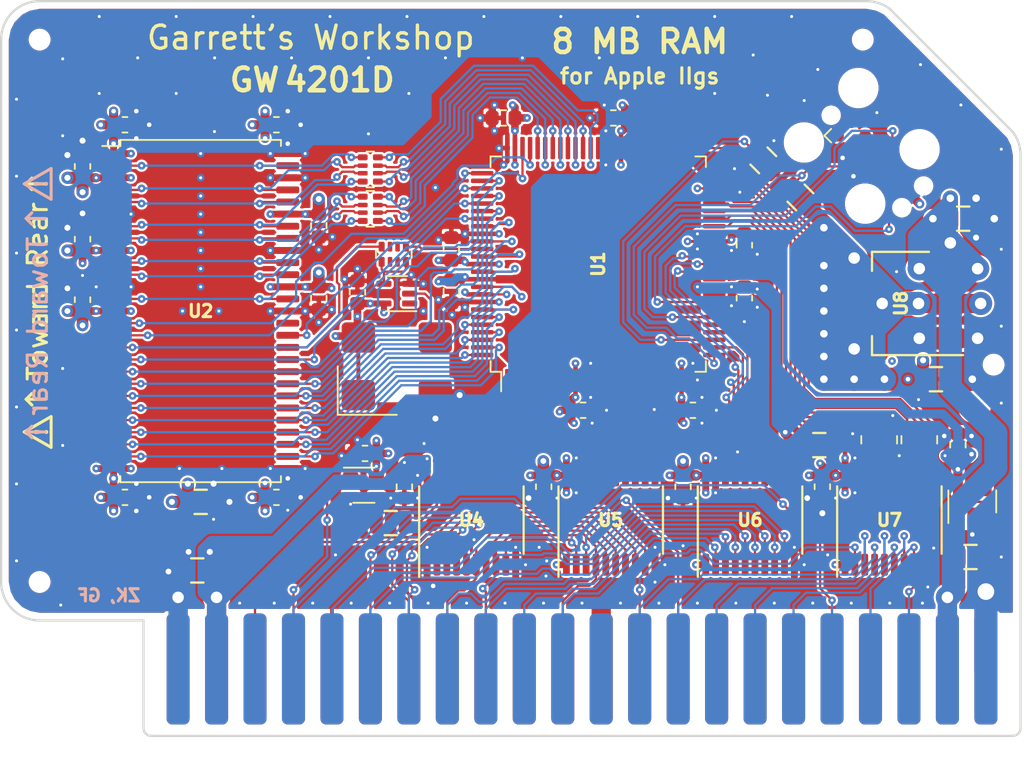
<source format=kicad_pcb>
(kicad_pcb (version 20171130) (host pcbnew "(5.1.5-0-10_14)")
  (title_block (title "GW4201D (RAM2GS II) - LCMXO256") (date 2021-04-30) (rev 2.0) (company "Garrett's Workshop"))
  (layers (0 F.Cu signal) (1 In1.Cu power) (2 In2.Cu power) (31 B.Cu signal) (34 B.Paste user) (35 F.Paste user) (36 B.SilkS user) (37 F.SilkS user) (38 B.Mask user) (39 F.Mask user) (44 Edge.Cuts user))
  (net 0 "")
  (net 1 GND)
  (net 2 /FA15)
  (net 3 /FA14)
  (net 4 /FA13)
  (net 5 /FA12)
  (net 6 /FA11)
  (net 7 /FA10)
  (net 8 /~CRAS~)
  (net 9 /ABORT)
  (net 10 /PH2)
  (net 11 /~CSEL~)
  (net 12 /~CROMSEL~)
  (net 13 /CROW1)
  (net 14 /CROW0)
  (net 15 /~CCAS~)
  (net 16 /~FWE~)
  (net 17 /FRA1)
  (net 18 /FRA2)
  (net 19 /FRA0)
  (net 20 /FRA7)
  (net 21 /FRA5)
  (net 22 /FRA4)
  (net 23 /FRA3)
  (net 24 /FRA6)
  (net 25 /FRA8)
  (net 26 /FRA9)
  (net 27 /FD2)
  (net 28 /FD7)
  (net 29 /FD0)
  (net 30 /FD6)
  (net 31 /FD4)
  (net 32 /FD5)
  (net 33 /FD3)
  (net 34 /FD1)
  (net 35 "Net-(RN1-Pad1)")
  (net 36 /AClk)
  (net 37 /RClk)
  (net 38 +3V3)
  (net 39 /Dout5)
  (net 40 /Dout6)
  (net 41 /Dout4)
  (net 42 /Dout7)
  (net 43 /Dout2)
  (net 44 /Dout1)
  (net 45 /Dout0)
  (net 46 /Dout3)
  (net 47 /Din3)
  (net 48 /Din0)
  (net 49 /Din1)
  (net 50 /Din2)
  (net 51 /Din7)
  (net 52 /Din4)
  (net 53 /Din6)
  (net 54 /Din5)
  (net 55 /~WE~in)
  (net 56 /Ain0)
  (net 57 /Ain2)
  (net 58 /Ain1)
  (net 59 /PH2in)
  (net 60 /~CCAS~in)
  (net 61 /CROWin0)
  (net 62 /CROWin1)
  (net 63 /~CRAS~in)
  (net 64 /RD0)
  (net 65 /RD2)
  (net 66 /RD1)
  (net 67 /RD3)
  (net 68 /RD1r)
  (net 69 /RD0r)
  (net 70 /RD2r)
  (net 71 /RD3r)
  (net 72 /RD7r)
  (net 73 /RD6r)
  (net 74 /RD4r)
  (net 75 /RD5r)
  (net 76 /RD7)
  (net 77 /RD5)
  (net 78 /RD6)
  (net 79 /RD4)
  (net 80 /Ain7)
  (net 81 /Ain5)
  (net 82 /Ain4)
  (net 83 /Ain3)
  (net 84 /Ain6)
  (net 85 /Ain8)
  (net 86 /Ain9)
  (net 87 /DQMH)
  (net 88 /CKE)
  (net 89 /RA11)
  (net 90 /RA9)
  (net 91 /RA8)
  (net 92 /RA7)
  (net 93 /RA6)
  (net 94 /RA5)
  (net 95 /RA4)
  (net 96 /RA3)
  (net 97 /RA2)
  (net 98 /RA1)
  (net 99 /RA0)
  (net 100 /RA10)
  (net 101 /BA1)
  (net 102 /BA0)
  (net 103 /R~CS~)
  (net 104 /R~RAS~)
  (net 105 /R~CAS~)
  (net 106 /R~WE~)
  (net 107 /DQML)
  (net 108 "Net-(RN4-Pad1)")
  (net 109 "Net-(RN4-Pad3)")
  (net 110 "Net-(RN4-Pad2)")
  (net 111 "Net-(RN4-Pad4)")
  (net 112 "Net-(RN5-Pad4)")
  (net 113 "Net-(RN5-Pad2)")
  (net 114 "Net-(RN5-Pad3)")
  (net 115 "Net-(RN5-Pad1)")
  (net 116 "Net-(U10-Pad2)")
  (net 117 /TDI)
  (net 118 "Net-(J2-Pad8)")
  (net 119 /TMS)
  (net 120 /TDO)
  (net 121 /TCK)
  (net 122 +5V)
  (net 123 "Net-(U9-Pad1)")
  (net 124 "Net-(U10-Pad1)")
  (net 125 "Net-(R3-Pad2)")
  (net 126 "Net-(R3-Pad1)")
  (net 127 "Net-(RN1-Pad6)")
  (net 128 "Net-(RN1-Pad7)")
  (net 129 "Net-(RN1-Pad2)")
  (net 130 "Net-(RN1-Pad3)")
  (net 131 /MISO)
  (net 132 /MOSI)
  (net 133 /SCK)
  (net 134 /S~CS~)
  (net 135 +1V2)
  (net 136 "Net-(U1-Pad9)")
  (net 137 "Net-(U1-Pad11)")
  (net 138 "Net-(U1-Pad13)")
  (net 139 "Net-(U1-Pad32)")
  (net 140 "Net-(U1-Pad34)")
  (net 141 "Net-(U1-Pad36)")
  (net 142 "Net-(U1-Pad48)")
  (net 143 "Net-(U1-Pad52)")
  (net 144 "Net-(U1-Pad54)")
  (net 145 "Net-(U1-Pad57)")
  (net 146 "Net-(U1-Pad59)")
  (net 147 "Net-(U1-Pad61)")
  (net 148 "Net-(U1-Pad63)")
  (net 149 "Net-(J2-Pad10)")
  (net 150 "Net-(J2-Pad9)")
  (net 151 "Net-(U11-Pad4)")
  (module stdpads:PasteHole_1.152mm_NPTH (layer F.Cu) (at 48.514 129.54)
    (fp_text reference H4)
    (fp_text value " " hide)
    (pad "" np_thru_hole circle (at 0 0) (size 1.152 1.152) (drill 1.152) (layers *.Cu *.Mask))
  )
  (module stdpads:Fiducial (layer F.Cu) (at 48.514 123.952)
    (fp_text reference FID4)
    (fp_text value Fiducial hide)
    (pad ~ smd circle (at 0 0) (size 1 1) (layers F.Cu F.Mask) (clearance 0.575))
  )
  (module stdpads:TQFP-100_14x14mm_P0.5mm (layer F.Cu) (at 85.4 108.55)
    (fp_text reference U1)
    (fp_text value LCMXO256-TQFP-100)
    (fp_text user %R (at 0 0 -270) (layer F.SilkS) (effects (font (size 0.8128 0.8128) (thickness 0.2032))))
    (pad 1 smd roundrect (at -6 7.6625 90) (size 1.475 0.3) (layers F.Cu F.Paste F.Mask) (net 45 /Dout0))
    (pad 2 smd roundrect (at -5.5 7.6625 90) (size 1.475 0.3) (layers F.Cu F.Paste F.Mask) (net 40 /Dout6))
    (pad 3 smd roundrect (at -5 7.6625 90) (size 1.475 0.3) (layers F.Cu F.Paste F.Mask) (net 42 /Dout7))
    (pad 4 smd roundrect (at -4.5 7.6625 90) (size 1.475 0.3) (layers F.Cu F.Paste F.Mask) (net 41 /Dout4))
    (pad 5 smd roundrect (at -4 7.6625 90) (size 1.475 0.3) (layers F.Cu F.Paste F.Mask) (net 39 /Dout5))
    (pad 6 smd roundrect (at -3.5 7.6625 90) (size 1.475 0.3) (layers F.Cu F.Paste F.Mask) (net 46 /Dout3))
    (pad 7 smd roundrect (at -3 7.6625 90) (size 1.475 0.3) (layers F.Cu F.Paste F.Mask) (net 44 /Dout1))
    (pad 8 smd roundrect (at -2.5 7.6625 90) (size 1.475 0.3) (layers F.Cu F.Paste F.Mask) (net 43 /Dout2))
    (pad 9 smd roundrect (at -2 7.6625 90) (size 1.475 0.3) (layers F.Cu F.Paste F.Mask) (net 136 "Net-(U1-Pad9)"))
    (pad 10 smd roundrect (at -1.5 7.6625 90) (size 1.475 0.3) (layers F.Cu F.Paste F.Mask) (net 38 +3V3))
    (pad 11 smd roundrect (at -1 7.6625 90) (size 1.475 0.3) (layers F.Cu F.Paste F.Mask) (net 137 "Net-(U1-Pad11)"))
    (pad 12 smd roundrect (at -0.5 7.6625 90) (size 1.475 0.3) (layers F.Cu F.Paste F.Mask) (net 1 GND))
    (pad 13 smd roundrect (at 0 7.6625 90) (size 1.475 0.3) (layers F.Cu F.Paste F.Mask) (net 138 "Net-(U1-Pad13)"))
    (pad 14 smd roundrect (at 0.5 7.6625 90) (size 1.475 0.3) (layers F.Cu F.Paste F.Mask) (net 50 /Din2))
    (pad 15 smd roundrect (at 1 7.6625 90) (size 1.475 0.3) (layers F.Cu F.Paste F.Mask) (net 49 /Din1))
    (pad 16 smd roundrect (at 1.5 7.6625 90) (size 1.475 0.3) (layers F.Cu F.Paste F.Mask) (net 47 /Din3))
    (pad 17 smd roundrect (at 2 7.6625 90) (size 1.475 0.3) (layers F.Cu F.Paste F.Mask) (net 54 /Din5))
    (pad 18 smd roundrect (at 2.5 7.6625 90) (size 1.475 0.3) (layers F.Cu F.Paste F.Mask) (net 52 /Din4))
    (pad 19 smd roundrect (at 3 7.6625 90) (size 1.475 0.3) (layers F.Cu F.Paste F.Mask) (net 51 /Din7))
    (pad 20 smd roundrect (at 3.5 7.6625 90) (size 1.475 0.3) (layers F.Cu F.Paste F.Mask) (net 53 /Din6))
    (pad 21 smd roundrect (at 4 7.6625 90) (size 1.475 0.3) (layers F.Cu F.Paste F.Mask) (net 48 /Din0))
    (pad 22 smd roundrect (at 4.5 7.6625 90) (size 1.475 0.3) (layers F.Cu F.Paste F.Mask) (net 55 /~WE~in))
    (pad 23 smd roundrect (at 5 7.6625 90) (size 1.475 0.3) (layers F.Cu F.Paste F.Mask) (net 56 /Ain0))
    (pad 24 smd roundrect (at 5.5 7.6625 90) (size 1.475 0.3) (layers F.Cu F.Paste F.Mask) (net 38 +3V3))
    (pad 25 smd roundrect (at 6 7.6625 90) (size 1.475 0.3) (layers F.Cu F.Paste F.Mask) (net 1 GND))
    (pad 26 smd roundrect (at 7.6625 6 90) (size 0.3 1.475) (layers F.Cu F.Paste F.Mask) (net 119 /TMS))
    (pad 27 smd roundrect (at 7.6625 5.5 90) (size 0.3 1.475) (layers F.Cu F.Paste F.Mask) (net 60 /~CCAS~in))
    (pad 28 smd roundrect (at 7.6625 5 90) (size 0.3 1.475) (layers F.Cu F.Paste F.Mask) (net 121 /TCK))
    (pad 29 smd roundrect (at 7.6625 4.5 90) (size 0.3 1.475) (layers F.Cu F.Paste F.Mask) (net 61 /CROWin0))
    (pad 30 smd roundrect (at 7.6625 4 90) (size 0.3 1.475) (layers F.Cu F.Paste F.Mask) (net 62 /CROWin1))
    (pad 31 smd roundrect (at 7.6625 3.5 90) (size 0.3 1.475) (layers F.Cu F.Paste F.Mask) (net 120 /TDO))
    (pad 32 smd roundrect (at 7.6625 3 90) (size 0.3 1.475) (layers F.Cu F.Paste F.Mask) (net 139 "Net-(U1-Pad32)"))
    (pad 33 smd roundrect (at 7.6625 2.5 90) (size 0.3 1.475) (layers F.Cu F.Paste F.Mask) (net 117 /TDI))
    (pad 34 smd roundrect (at 7.6625 2 90) (size 0.3 1.475) (layers F.Cu F.Paste F.Mask) (net 140 "Net-(U1-Pad34)"))
    (pad 35 smd roundrect (at 7.6625 1.5 90) (size 0.3 1.475) (layers F.Cu F.Paste F.Mask) (net 135 +1V2))
    (pad 36 smd roundrect (at 7.6625 1 90) (size 0.3 1.475) (layers F.Cu F.Paste F.Mask) (net 141 "Net-(U1-Pad36)"))
    (pad 37 smd roundrect (at 7.6625 0.5 90) (size 0.3 1.475) (layers F.Cu F.Paste F.Mask) (net 57 /Ain2))
    (pad 38 smd roundrect (at 7.6625 0 90) (size 0.3 1.475) (layers F.Cu F.Paste F.Mask) (net 58 /Ain1))
    (pad 39 smd roundrect (at 7.6625 -0.5 90) (size 0.3 1.475) (layers F.Cu F.Paste F.Mask) (net 59 /PH2in))
    (pad 40 smd roundrect (at 7.6625 -1 90) (size 0.3 1.475) (layers F.Cu F.Paste F.Mask) (net 1 GND))
    (pad 41 smd roundrect (at 7.6625 -1.5 90) (size 0.3 1.475) (layers F.Cu F.Paste F.Mask) (net 38 +3V3))
    (pad 42 smd roundrect (at 7.6625 -2 90) (size 0.3 1.475) (layers F.Cu F.Paste F.Mask) (net 1 GND))
    (pad 43 smd roundrect (at 7.6625 -2.5 90) (size 0.3 1.475) (layers F.Cu F.Paste F.Mask) (net 63 /~CRAS~in))
    (pad 44 smd roundrect (at 7.6625 -3 90) (size 0.3 1.475) (layers F.Cu F.Paste F.Mask) (net 80 /Ain7))
    (pad 45 smd roundrect (at 7.6625 -3.5 90) (size 0.3 1.475) (layers F.Cu F.Paste F.Mask) (net 81 /Ain5))
    (pad 46 smd roundrect (at 7.6625 -4 90) (size 0.3 1.475) (layers F.Cu F.Paste F.Mask) (net 82 /Ain4))
    (pad 47 smd roundrect (at 7.6625 -4.5 90) (size 0.3 1.475) (layers F.Cu F.Paste F.Mask) (net 83 /Ain3))
    (pad 48 smd roundrect (at 7.6625 -5 90) (size 0.3 1.475) (layers F.Cu F.Paste F.Mask) (net 142 "Net-(U1-Pad48)"))
    (pad 49 smd roundrect (at 7.6625 -5.5 90) (size 0.3 1.475) (layers F.Cu F.Paste F.Mask) (net 84 /Ain6))
    (pad 50 smd roundrect (at 7.6625 -6 90) (size 0.3 1.475) (layers F.Cu F.Paste F.Mask) (net 85 /Ain8))
    (pad 51 smd roundrect (at 6 -7.6625 90) (size 1.475 0.3) (layers F.Cu F.Paste F.Mask) (net 86 /Ain9))
    (pad 52 smd roundrect (at 5.5 -7.6625 90) (size 1.475 0.3) (layers F.Cu F.Paste F.Mask) (net 143 "Net-(U1-Pad52)"))
    (pad 53 smd roundrect (at 5 -7.6625 90) (size 1.475 0.3) (layers F.Cu F.Paste F.Mask) (net 134 /S~CS~))
    (pad 54 smd roundrect (at 4.5 -7.6625 90) (size 1.475 0.3) (layers F.Cu F.Paste F.Mask) (net 144 "Net-(U1-Pad54)"))
    (pad 55 smd roundrect (at 4 -7.6625 90) (size 1.475 0.3) (layers F.Cu F.Paste F.Mask) (net 131 /MISO))
    (pad 56 smd roundrect (at 3.5 -7.6625 90) (size 1.475 0.3) (layers F.Cu F.Paste F.Mask) (net 132 /MOSI))
    (pad 57 smd roundrect (at 3 -7.6625 90) (size 1.475 0.3) (layers F.Cu F.Paste F.Mask) (net 145 "Net-(U1-Pad57)"))
    (pad 58 smd roundrect (at 2.5 -7.6625 90) (size 1.475 0.3) (layers F.Cu F.Paste F.Mask) (net 133 /SCK))
    (pad 59 smd roundrect (at 2 -7.6625 90) (size 1.475 0.3) (layers F.Cu F.Paste F.Mask) (net 146 "Net-(U1-Pad59)"))
    (pad 60 smd roundrect (at 1.5 -7.6625 90) (size 1.475 0.3) (layers F.Cu F.Paste F.Mask) (net 38 +3V3))
    (pad 61 smd roundrect (at 1 -7.6625 90) (size 1.475 0.3) (layers F.Cu F.Paste F.Mask) (net 147 "Net-(U1-Pad61)"))
    (pad 62 smd roundrect (at 0.5 -7.6625 90) (size 1.475 0.3) (layers F.Cu F.Paste F.Mask) (net 1 GND))
    (pad 63 smd roundrect (at 0 -7.6625 90) (size 1.475 0.3) (layers F.Cu F.Paste F.Mask) (net 148 "Net-(U1-Pad63)"))
    (pad 64 smd roundrect (at -0.5 -7.6625 90) (size 1.475 0.3) (layers F.Cu F.Paste F.Mask) (net 69 /RD0r))
    (pad 65 smd roundrect (at -1 -7.6625 90) (size 1.475 0.3) (layers F.Cu F.Paste F.Mask) (net 68 /RD1r))
    (pad 66 smd roundrect (at -1.5 -7.6625 90) (size 1.475 0.3) (layers F.Cu F.Paste F.Mask) (net 71 /RD3r))
    (pad 67 smd roundrect (at -2 -7.6625 90) (size 1.475 0.3) (layers F.Cu F.Paste F.Mask) (net 70 /RD2r))
    (pad 68 smd roundrect (at -2.5 -7.6625 90) (size 1.475 0.3) (layers F.Cu F.Paste F.Mask) (net 75 /RD5r))
    (pad 69 smd roundrect (at -3 -7.6625 90) (size 1.475 0.3) (layers F.Cu F.Paste F.Mask) (net 74 /RD4r))
    (pad 70 smd roundrect (at -3.5 -7.6625 90) (size 1.475 0.3) (layers F.Cu F.Paste F.Mask) (net 73 /RD6r))
    (pad 71 smd roundrect (at -4 -7.6625 90) (size 1.475 0.3) (layers F.Cu F.Paste F.Mask) (net 72 /RD7r))
    (pad 72 smd roundrect (at -4.5 -7.6625 90) (size 1.475 0.3) (layers F.Cu F.Paste F.Mask) (net 107 /DQML))
    (pad 73 smd roundrect (at -5 -7.6625 90) (size 1.475 0.3) (layers F.Cu F.Paste F.Mask) (net 104 /R~RAS~))
    (pad 74 smd roundrect (at -5.5 -7.6625 90) (size 1.475 0.3) (layers F.Cu F.Paste F.Mask) (net 38 +3V3))
    (pad 75 smd roundrect (at -6 -7.6625 90) (size 1.475 0.3) (layers F.Cu F.Paste F.Mask) (net 1 GND))
    (pad 76 smd roundrect (at -7.6625 -6 90) (size 0.3 1.475) (layers F.Cu F.Paste F.Mask) (net 106 /R~WE~))
    (pad 77 smd roundrect (at -7.6625 -5.5 90) (size 0.3 1.475) (layers F.Cu F.Paste F.Mask) (net 103 /R~CS~))
    (pad 78 smd roundrect (at -7.6625 -5 90) (size 0.3 1.475) (layers F.Cu F.Paste F.Mask) (net 87 /DQMH))
    (pad 79 smd roundrect (at -7.6625 -4.5 90) (size 0.3 1.475) (layers F.Cu F.Paste F.Mask) (net 102 /BA0))
    (pad 80 smd roundrect (at -7.6625 -4 90) (size 0.3 1.475) (layers F.Cu F.Paste F.Mask) (net 105 /R~CAS~))
    (pad 81 smd roundrect (at -7.6625 -3.5 90) (size 0.3 1.475) (layers F.Cu F.Paste F.Mask) (net 89 /RA11))
    (pad 82 smd roundrect (at -7.6625 -3 90) (size 0.3 1.475) (layers F.Cu F.Paste F.Mask) (net 88 /CKE))
    (pad 83 smd roundrect (at -7.6625 -2.5 90) (size 0.3 1.475) (layers F.Cu F.Paste F.Mask) (net 101 /BA1))
    (pad 84 smd roundrect (at -7.6625 -2 90) (size 0.3 1.475) (layers F.Cu F.Paste F.Mask) (net 1 GND))
    (pad 85 smd roundrect (at -7.6625 -1.5 90) (size 0.3 1.475) (layers F.Cu F.Paste F.Mask) (net 90 /RA9))
    (pad 86 smd roundrect (at -7.6625 -1 90) (size 0.3 1.475) (layers F.Cu F.Paste F.Mask) (net 36 /AClk))
    (pad 87 smd roundrect (at -7.6625 -0.5 90) (size 0.3 1.475) (layers F.Cu F.Paste F.Mask) (net 100 /RA10))
    (pad 88 smd roundrect (at -7.6625 0 90) (size 0.3 1.475) (layers F.Cu F.Paste F.Mask) (net 38 +3V3))
    (pad 89 smd roundrect (at -7.6625 0.5 90) (size 0.3 1.475) (layers F.Cu F.Paste F.Mask) (net 98 /RA1))
    (pad 90 smd roundrect (at -7.6625 1 90) (size 0.3 1.475) (layers F.Cu F.Paste F.Mask) (net 135 +1V2))
    (pad 91 smd roundrect (at -7.6625 1.5 90) (size 0.3 1.475) (layers F.Cu F.Paste F.Mask) (net 93 /RA6))
    (pad 92 smd roundrect (at -7.6625 2 90) (size 0.3 1.475) (layers F.Cu F.Paste F.Mask) (net 38 +3V3))
    (pad 93 smd roundrect (at -7.6625 2.5 90) (size 0.3 1.475) (layers F.Cu F.Paste F.Mask) (net 1 GND))
    (pad 94 smd roundrect (at -7.6625 3 90) (size 0.3 1.475) (layers F.Cu F.Paste F.Mask) (net 97 /RA2))
    (pad 95 smd roundrect (at -7.6625 3.5 90) (size 0.3 1.475) (layers F.Cu F.Paste F.Mask) (net 94 /RA5))
    (pad 96 smd roundrect (at -7.6625 4 90) (size 0.3 1.475) (layers F.Cu F.Paste F.Mask) (net 91 /RA8))
    (pad 97 smd roundrect (at -7.6625 4.5 90) (size 0.3 1.475) (layers F.Cu F.Paste F.Mask) (net 96 /RA3))
    (pad 98 smd roundrect (at -7.6625 5 90) (size 0.3 1.475) (layers F.Cu F.Paste F.Mask) (net 99 /RA0))
    (pad 99 smd roundrect (at -7.6625 5.5 90) (size 0.3 1.475) (layers F.Cu F.Paste F.Mask) (net 95 /RA4))
    (pad 100 smd roundrect (at -7.6625 6 90) (size 0.3 1.475) (layers F.Cu F.Paste F.Mask) (net 92 /RA7))
  )
  (module stdpads:C_0603 (layer F.Cu) (at 75.7 107.55 90)
    (fp_text reference C11)
    (fp_text value 2u2)
    (pad 2 smd roundrect (at 0.75 0 90) (size 0.85 0.95) (layers F.Cu F.Paste F.Mask) (net 1 GND))
    (pad 1 smd roundrect (at -0.75 0 90) (size 0.85 0.95) (layers F.Cu F.Paste F.Mask) (net 38 +3V3))
  )
  (module stdpads:C_0603 (layer F.Cu) (at 75.7 110.35 270)
    (fp_text reference C15)
    (fp_text value 2u2)
    (pad 1 smd roundrect (at -0.75 0 270) (size 0.85 0.95) (layers F.Cu F.Paste F.Mask) (net 135 +1V2))
    (pad 2 smd roundrect (at 0.75 0 270) (size 0.85 0.95) (layers F.Cu F.Paste F.Mask) (net 1 GND))
  )
  (module stdpads:C_0603 (layer F.Cu) (at 84.4 118.2)
    (fp_text reference C9)
    (fp_text value 2u2)
    (pad 2 smd roundrect (at 0.75 0) (size 0.85 0.95) (layers F.Cu F.Paste F.Mask) (net 1 GND))
    (pad 1 smd roundrect (at -0.75 0) (size 0.85 0.95) (layers F.Cu F.Paste F.Mask) (net 38 +3V3))
  )
  (module stdpads:C_0603 (layer F.Cu) (at 91.65 118.2)
    (fp_text reference C29)
    (fp_text value 2u2)
    (pad 1 smd roundrect (at -0.75 0) (size 0.85 0.95) (layers F.Cu F.Paste F.Mask) (net 38 +3V3))
    (pad 2 smd roundrect (at 0.75 0) (size 0.85 0.95) (layers F.Cu F.Paste F.Mask) (net 1 GND))
  )
  (module stdpads:C_0603 (layer F.Cu) (at 95.05 110.8 270)
    (fp_text reference C14)
    (fp_text value 2u2)
    (pad 2 smd roundrect (at 0.75 0 270) (size 0.85 0.95) (layers F.Cu F.Paste F.Mask) (net 1 GND))
    (pad 1 smd roundrect (at -0.75 0 270) (size 0.85 0.95) (layers F.Cu F.Paste F.Mask) (net 135 +1V2))
  )
  (module stdpads:R_0805 (layer F.Cu) (at 96.3 101.7 315)
    (fp_text reference R1)
    (fp_text value 22k)
    (pad 2 smd roundrect (at 0.95 0 315) (size 0.85 1.4) (layers F.Cu F.Paste F.Mask) (net 1 GND))
    (pad 1 smd roundrect (at -0.95 0 315) (size 0.85 1.4) (layers F.Cu F.Paste F.Mask) (net 121 /TCK))
  )
  (module stdpads:TSSOP-20_4.4x6.5mm_P0.65mm (layer F.Cu) (at 77.025 125.45)
    (fp_text reference U4)
    (fp_text value 74AHCT245PW)
    (fp_text user %R (at 0 0) (layer F.SilkS) (effects (font (size 0.8128 0.8128) (thickness 0.2032))))
    (pad 20 smd roundrect (at -2.925 -2.95 90) (size 1.45 0.45) (layers F.Cu F.Paste F.Mask) (net 122 +5V))
    (pad 19 smd roundrect (at -2.275 -2.95 90) (size 1.45 0.45) (layers F.Cu F.Paste F.Mask) (net 125 "Net-(R3-Pad2)"))
    (pad 18 smd roundrect (at -1.625 -2.95 90) (size 1.45 0.45) (layers F.Cu F.Paste F.Mask) (net 45 /Dout0))
    (pad 17 smd roundrect (at -0.975 -2.95 90) (size 1.45 0.45) (layers F.Cu F.Paste F.Mask) (net 40 /Dout6))
    (pad 16 smd roundrect (at -0.325 -2.95 90) (size 1.45 0.45) (layers F.Cu F.Paste F.Mask) (net 42 /Dout7))
    (pad 15 smd roundrect (at 0.325 -2.95 90) (size 1.45 0.45) (layers F.Cu F.Paste F.Mask) (net 41 /Dout4))
    (pad 14 smd roundrect (at 0.975 -2.95 90) (size 1.45 0.45) (layers F.Cu F.Paste F.Mask) (net 39 /Dout5))
    (pad 13 smd roundrect (at 1.625 -2.95 90) (size 1.45 0.45) (layers F.Cu F.Paste F.Mask) (net 46 /Dout3))
    (pad 12 smd roundrect (at 2.275 -2.95 90) (size 1.45 0.45) (layers F.Cu F.Paste F.Mask) (net 44 /Dout1))
    (pad 11 smd roundrect (at 2.925 -2.95 90) (size 1.45 0.45) (layers F.Cu F.Paste F.Mask) (net 43 /Dout2))
    (pad 10 smd roundrect (at 2.925 2.95 90) (size 1.45 0.45) (layers F.Cu F.Paste F.Mask) (net 1 GND))
    (pad 9 smd roundrect (at 2.275 2.95 90) (size 1.45 0.45) (layers F.Cu F.Paste F.Mask) (net 27 /FD2))
    (pad 8 smd roundrect (at 1.625 2.95 90) (size 1.45 0.45) (layers F.Cu F.Paste F.Mask) (net 34 /FD1))
    (pad 7 smd roundrect (at 0.975 2.95 90) (size 1.45 0.45) (layers F.Cu F.Paste F.Mask) (net 33 /FD3))
    (pad 6 smd roundrect (at 0.325 2.95 90) (size 1.45 0.45) (layers F.Cu F.Paste F.Mask) (net 32 /FD5))
    (pad 5 smd roundrect (at -0.325 2.95 90) (size 1.45 0.45) (layers F.Cu F.Paste F.Mask) (net 31 /FD4))
    (pad 4 smd roundrect (at -0.975 2.95 90) (size 1.45 0.45) (layers F.Cu F.Paste F.Mask) (net 28 /FD7))
    (pad 3 smd roundrect (at -1.625 2.95 90) (size 1.45 0.45) (layers F.Cu F.Paste F.Mask) (net 30 /FD6))
    (pad 2 smd roundrect (at -2.275 2.95 90) (size 1.45 0.45) (layers F.Cu F.Paste F.Mask) (net 29 /FD0))
    (pad 1 smd roundrect (at -2.925 2.95 90) (size 1.45 0.45) (layers F.Cu F.Paste F.Mask) (net 1 GND))
  )
  (module stdpads:SOT-353 (layer F.Cu) (at 72.1 110.5)
    (fp_text reference U10)
    (fp_text value 74LVC1G04GW)
    (pad 5 smd roundrect (at -0.85 0.65 180) (size 1 0.4) (layers F.Cu F.Paste F.Mask) (net 38 +3V3))
    (pad 4 smd roundrect (at -0.85 -0.65 180) (size 1 0.4) (layers F.Cu F.Paste F.Mask) (net 35 "Net-(RN1-Pad1)"))
    (pad 2 smd roundrect (at 0.85 0 180) (size 1 0.4) (layers F.Cu F.Paste F.Mask) (net 116 "Net-(U10-Pad2)"))
    (pad 1 smd roundrect (at 0.85 0.65 180) (size 1 0.4) (layers F.Cu F.Paste F.Mask) (net 124 "Net-(U10-Pad1)"))
    (pad 3 smd roundrect (at 0.85 -0.65 180) (size 1 0.4) (layers F.Cu F.Paste F.Mask) (net 1 GND))
  )
  (module stdpads:SOT-353 (layer F.Cu) (at 69.9 123.15 180)
    (fp_text reference U9)
    (fp_text value 74LVC1G04GW)
    (pad 5 smd roundrect (at -0.85 0.65) (size 1 0.4) (layers F.Cu F.Paste F.Mask) (net 38 +3V3))
    (pad 4 smd roundrect (at -0.85 -0.65) (size 1 0.4) (layers F.Cu F.Paste F.Mask) (net 126 "Net-(R3-Pad1)"))
    (pad 2 smd roundrect (at 0.85 0) (size 1 0.4) (layers F.Cu F.Paste F.Mask) (net 11 /~CSEL~))
    (pad 1 smd roundrect (at 0.85 0.65) (size 1 0.4) (layers F.Cu F.Paste F.Mask) (net 123 "Net-(U9-Pad1)"))
    (pad 3 smd roundrect (at 0.85 -0.65) (size 1 0.4) (layers F.Cu F.Paste F.Mask) (net 1 GND))
  )
  (module stdpads:SOT-223 (layer F.Cu) (at 105.387 111.15)
    (fp_text reference U8 (at 0 0 270) (layer F.SilkS) (effects (font (size 0.8128 0.8128) (thickness 0.2032))))
    (fp_text value AZ1117CH-3.3TRG1)
    (pad 1 smd roundrect (at 3.15 2.3 180) (size 2 1.5) (layers F.Cu F.Paste F.Mask) (roundrect_rratio 0.2) (net 1 GND))
    (pad 3 smd roundrect (at 3.15 -2.3 180) (size 2 1.5) (layers F.Cu F.Paste F.Mask) (roundrect_rratio 0.2) (net 122 +5V))
    (pad 2 smd roundrect (at 3.15 0 180) (size 2 1.5) (layers F.Cu F.Paste F.Mask) (roundrect_rratio 0.2) (net 38 +3V3))
    (pad 2 smd roundrect (at -3.15 0 180) (size 2 3.8) (layers F.Cu F.Paste F.Mask) (roundrect_rratio 0.15) (net 38 +3V3))
  )
  (module stdpads:TSSOP-20_4.4x6.5mm_P0.65mm (layer F.Cu) (at 95.425 125.45)
    (fp_text reference U6)
    (fp_text value 74LVC245APW)
    (fp_text user %R (at 0 0) (layer F.SilkS) (effects (font (size 0.8128 0.8128) (thickness 0.2032))))
    (pad 20 smd roundrect (at -2.925 -2.95 90) (size 1.45 0.45) (layers F.Cu F.Paste F.Mask) (net 38 +3V3))
    (pad 19 smd roundrect (at -2.275 -2.95 90) (size 1.45 0.45) (layers F.Cu F.Paste F.Mask) (net 1 GND))
    (pad 18 smd roundrect (at -1.625 -2.95 90) (size 1.45 0.45) (layers F.Cu F.Paste F.Mask) (net 55 /~WE~in))
    (pad 17 smd roundrect (at -0.975 -2.95 90) (size 1.45 0.45) (layers F.Cu F.Paste F.Mask) (net 56 /Ain0))
    (pad 16 smd roundrect (at -0.325 -2.95 90) (size 1.45 0.45) (layers F.Cu F.Paste F.Mask) (net 57 /Ain2))
    (pad 15 smd roundrect (at 0.325 -2.95 90) (size 1.45 0.45) (layers F.Cu F.Paste F.Mask) (net 58 /Ain1))
    (pad 14 smd roundrect (at 0.975 -2.95 90) (size 1.45 0.45) (layers F.Cu F.Paste F.Mask) (net 59 /PH2in))
    (pad 13 smd roundrect (at 1.625 -2.95 90) (size 1.45 0.45) (layers F.Cu F.Paste F.Mask) (net 60 /~CCAS~in))
    (pad 12 smd roundrect (at 2.275 -2.95 90) (size 1.45 0.45) (layers F.Cu F.Paste F.Mask) (net 61 /CROWin0))
    (pad 11 smd roundrect (at 2.925 -2.95 90) (size 1.45 0.45) (layers F.Cu F.Paste F.Mask) (net 62 /CROWin1))
    (pad 10 smd roundrect (at 2.925 2.95 90) (size 1.45 0.45) (layers F.Cu F.Paste F.Mask) (net 1 GND))
    (pad 9 smd roundrect (at 2.275 2.95 90) (size 1.45 0.45) (layers F.Cu F.Paste F.Mask) (net 13 /CROW1))
    (pad 8 smd roundrect (at 1.625 2.95 90) (size 1.45 0.45) (layers F.Cu F.Paste F.Mask) (net 14 /CROW0))
    (pad 7 smd roundrect (at 0.975 2.95 90) (size 1.45 0.45) (layers F.Cu F.Paste F.Mask) (net 15 /~CCAS~))
    (pad 6 smd roundrect (at 0.325 2.95 90) (size 1.45 0.45) (layers F.Cu F.Paste F.Mask) (net 10 /PH2))
    (pad 5 smd roundrect (at -0.325 2.95 90) (size 1.45 0.45) (layers F.Cu F.Paste F.Mask) (net 17 /FRA1))
    (pad 4 smd roundrect (at -0.975 2.95 90) (size 1.45 0.45) (layers F.Cu F.Paste F.Mask) (net 18 /FRA2))
    (pad 3 smd roundrect (at -1.625 2.95 90) (size 1.45 0.45) (layers F.Cu F.Paste F.Mask) (net 19 /FRA0))
    (pad 2 smd roundrect (at -2.275 2.95 90) (size 1.45 0.45) (layers F.Cu F.Paste F.Mask) (net 16 /~FWE~))
    (pad 1 smd roundrect (at -2.925 2.95 90) (size 1.45 0.45) (layers F.Cu F.Paste F.Mask) (net 38 +3V3))
  )
  (module stdpads:TSSOP-20_4.4x6.5mm_P0.65mm (layer F.Cu) (at 104.625 125.45)
    (fp_text reference U7)
    (fp_text value 74LVC245APW)
    (fp_text user %R (at 0 0) (layer F.SilkS) (effects (font (size 0.8128 0.8128) (thickness 0.2032))))
    (pad 20 smd roundrect (at -2.925 -2.95 90) (size 1.45 0.45) (layers F.Cu F.Paste F.Mask) (net 38 +3V3))
    (pad 19 smd roundrect (at -2.275 -2.95 90) (size 1.45 0.45) (layers F.Cu F.Paste F.Mask) (net 1 GND))
    (pad 18 smd roundrect (at -1.625 -2.95 90) (size 1.45 0.45) (layers F.Cu F.Paste F.Mask) (net 108 "Net-(RN4-Pad1)"))
    (pad 17 smd roundrect (at -0.975 -2.95 90) (size 1.45 0.45) (layers F.Cu F.Paste F.Mask) (net 110 "Net-(RN4-Pad2)"))
    (pad 16 smd roundrect (at -0.325 -2.95 90) (size 1.45 0.45) (layers F.Cu F.Paste F.Mask) (net 109 "Net-(RN4-Pad3)"))
    (pad 15 smd roundrect (at 0.325 -2.95 90) (size 1.45 0.45) (layers F.Cu F.Paste F.Mask) (net 111 "Net-(RN4-Pad4)"))
    (pad 14 smd roundrect (at 0.975 -2.95 90) (size 1.45 0.45) (layers F.Cu F.Paste F.Mask) (net 115 "Net-(RN5-Pad1)"))
    (pad 13 smd roundrect (at 1.625 -2.95 90) (size 1.45 0.45) (layers F.Cu F.Paste F.Mask) (net 113 "Net-(RN5-Pad2)"))
    (pad 12 smd roundrect (at 2.275 -2.95 90) (size 1.45 0.45) (layers F.Cu F.Paste F.Mask) (net 114 "Net-(RN5-Pad3)"))
    (pad 11 smd roundrect (at 2.925 -2.95 90) (size 1.45 0.45) (layers F.Cu F.Paste F.Mask) (net 112 "Net-(RN5-Pad4)"))
    (pad 10 smd roundrect (at 2.925 2.95 90) (size 1.45 0.45) (layers F.Cu F.Paste F.Mask) (net 1 GND))
    (pad 9 smd roundrect (at 2.275 2.95 90) (size 1.45 0.45) (layers F.Cu F.Paste F.Mask) (net 26 /FRA9))
    (pad 8 smd roundrect (at 1.625 2.95 90) (size 1.45 0.45) (layers F.Cu F.Paste F.Mask) (net 25 /FRA8))
    (pad 7 smd roundrect (at 0.975 2.95 90) (size 1.45 0.45) (layers F.Cu F.Paste F.Mask) (net 24 /FRA6))
    (pad 6 smd roundrect (at 0.325 2.95 90) (size 1.45 0.45) (layers F.Cu F.Paste F.Mask) (net 23 /FRA3))
    (pad 5 smd roundrect (at -0.325 2.95 90) (size 1.45 0.45) (layers F.Cu F.Paste F.Mask) (net 22 /FRA4))
    (pad 4 smd roundrect (at -0.975 2.95 90) (size 1.45 0.45) (layers F.Cu F.Paste F.Mask) (net 21 /FRA5))
    (pad 3 smd roundrect (at -1.625 2.95 90) (size 1.45 0.45) (layers F.Cu F.Paste F.Mask) (net 20 /FRA7))
    (pad 2 smd roundrect (at -2.275 2.95 90) (size 1.45 0.45) (layers F.Cu F.Paste F.Mask) (net 8 /~CRAS~))
    (pad 1 smd roundrect (at -2.925 2.95 90) (size 1.45 0.45) (layers F.Cu F.Paste F.Mask) (net 38 +3V3))
  )
  (module stdpads:TSSOP-20_4.4x6.5mm_P0.65mm (layer F.Cu) (at 86.225 125.45)
    (fp_text reference U5)
    (fp_text value 74LVC245APW)
    (fp_text user %R (at 0 0) (layer F.SilkS) (effects (font (size 0.8128 0.8128) (thickness 0.2032))))
    (pad 20 smd roundrect (at -2.925 -2.95 90) (size 1.45 0.45) (layers F.Cu F.Paste F.Mask) (net 38 +3V3))
    (pad 19 smd roundrect (at -2.275 -2.95 90) (size 1.45 0.45) (layers F.Cu F.Paste F.Mask) (net 1 GND))
    (pad 18 smd roundrect (at -1.625 -2.95 90) (size 1.45 0.45) (layers F.Cu F.Paste F.Mask) (net 50 /Din2))
    (pad 17 smd roundrect (at -0.975 -2.95 90) (size 1.45 0.45) (layers F.Cu F.Paste F.Mask) (net 49 /Din1))
    (pad 16 smd roundrect (at -0.325 -2.95 90) (size 1.45 0.45) (layers F.Cu F.Paste F.Mask) (net 47 /Din3))
    (pad 15 smd roundrect (at 0.325 -2.95 90) (size 1.45 0.45) (layers F.Cu F.Paste F.Mask) (net 54 /Din5))
    (pad 14 smd roundrect (at 0.975 -2.95 90) (size 1.45 0.45) (layers F.Cu F.Paste F.Mask) (net 52 /Din4))
    (pad 13 smd roundrect (at 1.625 -2.95 90) (size 1.45 0.45) (layers F.Cu F.Paste F.Mask) (net 51 /Din7))
    (pad 12 smd roundrect (at 2.275 -2.95 90) (size 1.45 0.45) (layers F.Cu F.Paste F.Mask) (net 53 /Din6))
    (pad 11 smd roundrect (at 2.925 -2.95 90) (size 1.45 0.45) (layers F.Cu F.Paste F.Mask) (net 48 /Din0))
    (pad 10 smd roundrect (at 2.925 2.95 90) (size 1.45 0.45) (layers F.Cu F.Paste F.Mask) (net 1 GND))
    (pad 9 smd roundrect (at 2.275 2.95 90) (size 1.45 0.45) (layers F.Cu F.Paste F.Mask) (net 29 /FD0))
    (pad 8 smd roundrect (at 1.625 2.95 90) (size 1.45 0.45) (layers F.Cu F.Paste F.Mask) (net 30 /FD6))
    (pad 7 smd roundrect (at 0.975 2.95 90) (size 1.45 0.45) (layers F.Cu F.Paste F.Mask) (net 28 /FD7))
    (pad 6 smd roundrect (at 0.325 2.95 90) (size 1.45 0.45) (layers F.Cu F.Paste F.Mask) (net 31 /FD4))
    (pad 5 smd roundrect (at -0.325 2.95 90) (size 1.45 0.45) (layers F.Cu F.Paste F.Mask) (net 32 /FD5))
    (pad 4 smd roundrect (at -0.975 2.95 90) (size 1.45 0.45) (layers F.Cu F.Paste F.Mask) (net 33 /FD3))
    (pad 3 smd roundrect (at -1.625 2.95 90) (size 1.45 0.45) (layers F.Cu F.Paste F.Mask) (net 34 /FD1))
    (pad 2 smd roundrect (at -2.275 2.95 90) (size 1.45 0.45) (layers F.Cu F.Paste F.Mask) (net 27 /FD2))
    (pad 1 smd roundrect (at -2.925 2.95 90) (size 1.45 0.45) (layers F.Cu F.Paste F.Mask) (net 38 +3V3))
  )
  (module stdpads:C_0603 (layer F.Cu) (at 54.15 99.35)
    (fp_text reference C17)
    (fp_text value 2u2)
    (pad 2 smd roundrect (at 0.75 0) (size 0.85 0.95) (layers F.Cu F.Paste F.Mask) (net 1 GND))
    (pad 1 smd roundrect (at -0.75 0) (size 0.85 0.95) (layers F.Cu F.Paste F.Mask) (net 38 +3V3))
  )
  (module stdpads:C_0805 (layer F.Cu) (at 59.15 124.25)
    (fp_text reference C26)
    (fp_text value 10u)
    (pad 2 smd roundrect (at 0.85 0) (size 1.05 1.4) (layers F.Cu F.Paste F.Mask) (net 1 GND))
    (pad 1 smd roundrect (at -0.85 0) (size 1.05 1.4) (layers F.Cu F.Paste F.Mask) (net 38 +3V3))
  )
  (module stdpads:C_0603 (layer F.Cu) (at 70 121.05 180)
    (fp_text reference C27)
    (fp_text value 2u2)
    (pad 2 smd roundrect (at 0.75 0 180) (size 0.85 0.95) (layers F.Cu F.Paste F.Mask) (net 1 GND))
    (pad 1 smd roundrect (at -0.75 0 180) (size 0.85 0.95) (layers F.Cu F.Paste F.Mask) (net 38 +3V3))
  )
  (module stdpads:C_0603 (layer F.Cu) (at 69.5 110.4 90)
    (fp_text reference C10)
    (fp_text value 2u2)
    (pad 2 smd roundrect (at 0.75 0 90) (size 0.85 0.95) (layers F.Cu F.Paste F.Mask) (net 1 GND))
    (pad 1 smd roundrect (at -0.75 0 90) (size 0.85 0.95) (layers F.Cu F.Paste F.Mask) (net 38 +3V3))
  )
  (module stdpads:AppleIIgsMemoryExpansion_Edge (layer F.Cu) (at 84.328 135.382)
    (fp_text reference J1)
    (fp_text value "Memory Expansion")
    (pad 1 smd roundrect (at 26.67 -0.1) (size 1.524 7.34) (layers B.Cu B.Mask) (net 1 GND))
    (pad 2 smd roundrect (at 24.13 -0.1) (size 1.524 7.34) (layers B.Cu B.Mask) (net 122 +5V))
    (pad 3 smd roundrect (at 21.59 -0.1) (size 1.524 7.34) (layers B.Cu B.Mask) (net 26 /FRA9))
    (pad 4 smd roundrect (at 19.05 -0.1) (size 1.524 7.34) (layers B.Cu B.Mask) (net 25 /FRA8))
    (pad 5 smd roundrect (at 16.51 -0.1) (size 1.524 7.34) (layers B.Cu B.Mask) (net 27 /FD2))
    (pad 6 smd roundrect (at 13.97 -0.1) (size 1.524 7.34) (layers B.Cu B.Mask) (net 24 /FRA6))
    (pad 7 smd roundrect (at 11.43 -0.1) (size 1.524 7.34) (layers B.Cu B.Mask) (net 23 /FRA3))
    (pad 8 smd roundrect (at 8.89 -0.1) (size 1.524 7.34) (layers B.Cu B.Mask) (net 22 /FRA4))
    (pad 9 smd roundrect (at 6.35 -0.1) (size 1.524 7.34) (layers B.Cu B.Mask) (net 21 /FRA5))
    (pad 10 smd roundrect (at 3.81 -0.1) (size 1.524 7.34) (layers B.Cu B.Mask) (net 20 /FRA7))
    (pad 11 smd roundrect (at 1.27 -0.1) (size 1.524 7.34) (layers B.Cu B.Mask) (net 122 +5V))
    (pad 12 smd roundrect (at -1.27 -0.1) (size 1.524 7.34) (layers B.Cu B.Mask) (net 16 /~FWE~))
    (pad 13 smd roundrect (at -3.81 -0.1) (size 1.524 7.34) (layers B.Cu B.Mask) (net 19 /FRA0))
    (pad 14 smd roundrect (at -6.35 -0.1) (size 1.524 7.34) (layers B.Cu B.Mask) (net 18 /FRA2))
    (pad 15 smd roundrect (at -8.89 -0.1) (size 1.524 7.34) (layers B.Cu B.Mask) (net 17 /FRA1))
    (pad 16 smd roundrect (at -11.43 -0.1) (size 1.524 7.34) (layers B.Cu B.Mask) (net 28 /FD7))
    (pad 17 smd roundrect (at -13.97 -0.1) (size 1.524 7.34) (layers B.Cu B.Mask) (net 15 /~CCAS~))
    (pad 18 smd roundrect (at -16.51 -0.1) (size 1.524 7.34) (layers B.Cu B.Mask) (net 14 /CROW0))
    (pad 19 smd roundrect (at -19.05 -0.1) (size 1.524 7.34) (layers B.Cu B.Mask) (net 13 /CROW1))
    (pad 20 smd roundrect (at -21.59 -0.1) (size 1.524 7.34) (layers B.Cu B.Mask) (net 12 /~CROMSEL~))
    (pad 21 smd roundrect (at -24.13 -0.1) (size 1.524 7.34) (layers B.Cu B.Mask) (net 122 +5V))
    (pad 22 smd roundrect (at -26.67 -0.1) (size 1.524 7.34) (layers B.Cu B.Mask) (net 1 GND))
    (pad 23 smd roundrect (at -26.67 -0.1) (size 1.524 7.34) (layers F.Cu F.Mask) (net 1 GND))
    (pad 24 smd roundrect (at -24.13 -0.1) (size 1.524 7.34) (layers F.Cu F.Mask) (net 122 +5V))
    (pad 25 smd roundrect (at -21.59 -0.1) (size 1.524 7.34) (layers F.Cu F.Mask) (net 29 /FD0))
    (pad 26 smd roundrect (at -19.05 -0.1) (size 1.524 7.34) (layers F.Cu F.Mask) (net 11 /~CSEL~))
    (pad 27 smd roundrect (at -16.51 -0.1) (size 1.524 7.34) (layers F.Cu F.Mask) (net 1 GND))
    (pad 28 smd roundrect (at -13.97 -0.1) (size 1.524 7.34) (layers F.Cu F.Mask) (net 30 /FD6))
    (pad 29 smd roundrect (at -11.43 -0.1) (size 1.524 7.34) (layers F.Cu F.Mask) (net 31 /FD4))
    (pad 30 smd roundrect (at -8.89 -0.1) (size 1.524 7.34) (layers F.Cu F.Mask) (net 32 /FD5))
    (pad 31 smd roundrect (at -6.35 -0.1) (size 1.524 7.34) (layers F.Cu F.Mask) (net 10 /PH2))
    (pad 32 smd roundrect (at -3.81 -0.1) (size 1.524 7.34) (layers F.Cu F.Mask) (net 9 /ABORT))
    (pad 33 smd roundrect (at -1.27 -0.1) (size 1.524 7.34) (layers F.Cu F.Mask) (net 33 /FD3))
    (pad 34 smd roundrect (at 1.27 -0.1) (size 1.524 7.34) (layers F.Cu F.Mask) (net 1 GND))
    (pad 35 smd roundrect (at 3.81 -0.1) (size 1.524 7.34) (layers F.Cu F.Mask) (net 8 /~CRAS~))
    (pad 36 smd roundrect (at 6.35 -0.1) (size 1.524 7.34) (layers F.Cu F.Mask) (net 34 /FD1))
    (pad 37 smd roundrect (at 8.89 -0.1) (size 1.524 7.34) (layers F.Cu F.Mask) (net 7 /FA10))
    (pad 38 smd roundrect (at 11.43 -0.1) (size 1.524 7.34) (layers F.Cu F.Mask) (net 6 /FA11))
    (pad 39 smd roundrect (at 13.97 -0.1) (size 1.524 7.34) (layers F.Cu F.Mask) (net 5 /FA12))
    (pad 40 smd roundrect (at 16.51 -0.1) (size 1.524 7.34) (layers F.Cu F.Mask) (net 4 /FA13))
    (pad 41 smd roundrect (at 19.05 -0.1) (size 1.524 7.34) (layers F.Cu F.Mask) (net 3 /FA14))
    (pad 42 smd roundrect (at 21.59 -0.1) (size 1.524 7.34) (layers F.Cu F.Mask) (net 2 /FA15))
    (pad 43 smd roundrect (at 24.13 -0.1) (size 1.524 7.34) (layers F.Cu F.Mask) (net 122 +5V))
    (pad 44 smd roundrect (at 26.67 -0.1) (size 1.524 7.34) (layers F.Cu F.Mask) (net 1 GND))
  )
  (module Connector:Tag-Connect_TC2050-IDC-FP_2x05_P1.27mm_Vertical (layer F.Cu) (at 103.474 101.415 315)
    (fp_text reference J2)
    (fp_text value JTAG)
    (pad "" np_thru_hole circle (at 1.905 -2.54 315) (size 2.3749 2.3749) (drill 2.3749) (layers *.Cu *.Mask))
    (pad "" np_thru_hole circle (at 1.905 2.54 315) (size 2.3749 2.3749) (drill 2.3749) (layers *.Cu *.Mask))
    (pad "" np_thru_hole circle (at -3.81 2.54 315) (size 2.3749 2.3749) (drill 2.3749) (layers *.Cu *.Mask))
    (pad "" np_thru_hole circle (at -3.81 -2.54 315) (size 2.3749 2.3749) (drill 2.3749) (layers *.Cu *.Mask))
    (pad 10 connect circle (at -2.54 -0.635 315) (size 0.7874 0.7874) (layers F.Cu F.Mask) (net 149 "Net-(J2-Pad10)"))
    (pad 9 connect circle (at -1.27 -0.635 315) (size 0.7874 0.7874) (layers F.Cu F.Mask) (net 150 "Net-(J2-Pad9)"))
    (pad 8 connect circle (at 0 -0.635 315) (size 0.7874 0.7874) (layers F.Cu F.Mask) (net 118 "Net-(J2-Pad8)"))
    (pad 7 connect circle (at 1.27 -0.635 315) (size 0.7874 0.7874) (layers F.Cu F.Mask) (net 120 /TDO))
    (pad 6 connect circle (at 2.54 -0.635 315) (size 0.7874 0.7874) (layers F.Cu F.Mask) (net 38 +3V3))
    (pad 5 connect circle (at 2.54 0.635 315) (size 0.7874 0.7874) (layers F.Cu F.Mask) (net 117 /TDI))
    (pad 4 connect circle (at 1.27 0.635 315) (size 0.7874 0.7874) (layers F.Cu F.Mask) (net 1 GND))
    (pad 3 connect circle (at 0 0.635 315) (size 0.7874 0.7874) (layers F.Cu F.Mask) (net 119 /TMS))
    (pad 2 connect circle (at -1.27 0.635 315) (size 0.7874 0.7874) (layers F.Cu F.Mask) (net 1 GND))
    (pad 1 connect circle (at -2.54 0.635 315) (size 0.7874 0.7874) (layers F.Cu F.Mask) (net 121 /TCK))
    (pad "" np_thru_hole circle (at -3.81 0 315) (size 0.9906 0.9906) (drill 0.9906) (layers *.Cu *.Mask))
    (pad "" np_thru_hole circle (at 3.81 1.016 315) (size 0.9906 0.9906) (drill 0.9906) (layers *.Cu *.Mask))
    (pad "" np_thru_hole circle (at 3.81 -1.016 315) (size 0.9906 0.9906) (drill 0.9906) (layers *.Cu *.Mask))
  )
  (module stdpads:TSOP-II-54_22.2x10.16mm_P0.8mm (layer F.Cu) (at 59.15 111.65)
    (fp_text reference U2)
    (fp_text value W9812G6KH-6)
    (fp_text user %R (at 0 0) (layer F.SilkS) (effects (font (size 0.8128 0.8128) (thickness 0.2032))))
    (pad 54 smd roundrect (at 5.75 -10.4) (size 1.51 0.458) (layers F.Cu F.Paste F.Mask) (net 1 GND))
    (pad 53 smd roundrect (at 5.75 -9.6) (size 1.51 0.458) (layers F.Cu F.Paste F.Mask) (net 64 /RD0))
    (pad 52 smd roundrect (at 5.75 -8.8) (size 1.51 0.458) (layers F.Cu F.Paste F.Mask) (net 1 GND))
    (pad 51 smd roundrect (at 5.75 -8) (size 1.51 0.458) (layers F.Cu F.Paste F.Mask) (net 66 /RD1))
    (pad 50 smd roundrect (at 5.75 -7.2) (size 1.51 0.458) (layers F.Cu F.Paste F.Mask) (net 65 /RD2))
    (pad 49 smd roundrect (at 5.75 -6.4) (size 1.51 0.458) (layers F.Cu F.Paste F.Mask) (net 38 +3V3))
    (pad 48 smd roundrect (at 5.75 -5.6) (size 1.51 0.458) (layers F.Cu F.Paste F.Mask) (net 67 /RD3))
    (pad 47 smd roundrect (at 5.75 -4.8) (size 1.51 0.458) (layers F.Cu F.Paste F.Mask) (net 79 /RD4))
    (pad 46 smd roundrect (at 5.75 -4) (size 1.51 0.458) (layers F.Cu F.Paste F.Mask) (net 1 GND))
    (pad 45 smd roundrect (at 5.75 -3.2) (size 1.51 0.458) (layers F.Cu F.Paste F.Mask) (net 77 /RD5))
    (pad 44 smd roundrect (at 5.75 -2.4) (size 1.51 0.458) (layers F.Cu F.Paste F.Mask) (net 78 /RD6))
    (pad 43 smd roundrect (at 5.75 -1.6) (size 1.51 0.458) (layers F.Cu F.Paste F.Mask) (net 38 +3V3))
    (pad 42 smd roundrect (at 5.75 -0.8) (size 1.51 0.458) (layers F.Cu F.Paste F.Mask) (net 76 /RD7))
    (pad 41 smd roundrect (at 5.75 0) (size 1.51 0.458) (layers F.Cu F.Paste F.Mask) (net 1 GND))
    (pad 40 smd roundrect (at 5.75 0.8) (size 1.51 0.458) (layers F.Cu F.Paste F.Mask))
    (pad 39 smd roundrect (at 5.75 1.6) (size 1.51 0.458) (layers F.Cu F.Paste F.Mask) (net 87 /DQMH))
    (pad 38 smd roundrect (at 5.75 2.4) (size 1.51 0.458) (layers F.Cu F.Paste F.Mask) (net 37 /RClk))
    (pad 37 smd roundrect (at 5.75 3.2) (size 1.51 0.458) (layers F.Cu F.Paste F.Mask) (net 88 /CKE))
    (pad 36 smd roundrect (at 5.75 4) (size 1.51 0.458) (layers F.Cu F.Paste F.Mask) (net 1 GND))
    (pad 35 smd roundrect (at 5.75 4.8) (size 1.51 0.458) (layers F.Cu F.Paste F.Mask) (net 89 /RA11))
    (pad 34 smd roundrect (at 5.75 5.6) (size 1.51 0.458) (layers F.Cu F.Paste F.Mask) (net 90 /RA9))
    (pad 33 smd roundrect (at 5.75 6.4) (size 1.51 0.458) (layers F.Cu F.Paste F.Mask) (net 91 /RA8))
    (pad 32 smd roundrect (at 5.75 7.2) (size 1.51 0.458) (layers F.Cu F.Paste F.Mask) (net 92 /RA7))
    (pad 31 smd roundrect (at 5.75 8) (size 1.51 0.458) (layers F.Cu F.Paste F.Mask) (net 93 /RA6))
    (pad 30 smd roundrect (at 5.75 8.8) (size 1.51 0.458) (layers F.Cu F.Paste F.Mask) (net 94 /RA5))
    (pad 29 smd roundrect (at 5.75 9.6) (size 1.51 0.458) (layers F.Cu F.Paste F.Mask) (net 95 /RA4))
    (pad 28 smd roundrect (at 5.75 10.4) (size 1.51 0.458) (layers F.Cu F.Paste F.Mask) (net 1 GND))
    (pad 27 smd roundrect (at -5.75 10.4) (size 1.51 0.458) (layers F.Cu F.Paste F.Mask) (net 38 +3V3))
    (pad 26 smd roundrect (at -5.75 9.6) (size 1.51 0.458) (layers F.Cu F.Paste F.Mask) (net 96 /RA3))
    (pad 25 smd roundrect (at -5.75 8.8) (size 1.51 0.458) (layers F.Cu F.Paste F.Mask) (net 97 /RA2))
    (pad 24 smd roundrect (at -5.75 8) (size 1.51 0.458) (layers F.Cu F.Paste F.Mask) (net 98 /RA1))
    (pad 23 smd roundrect (at -5.75 7.2) (size 1.51 0.458) (layers F.Cu F.Paste F.Mask) (net 99 /RA0))
    (pad 22 smd roundrect (at -5.75 6.4) (size 1.51 0.458) (layers F.Cu F.Paste F.Mask) (net 100 /RA10))
    (pad 21 smd roundrect (at -5.75 5.6) (size 1.51 0.458) (layers F.Cu F.Paste F.Mask) (net 101 /BA1))
    (pad 20 smd roundrect (at -5.75 4.8) (size 1.51 0.458) (layers F.Cu F.Paste F.Mask) (net 102 /BA0))
    (pad 19 smd roundrect (at -5.75 4) (size 1.51 0.458) (layers F.Cu F.Paste F.Mask) (net 103 /R~CS~))
    (pad 18 smd roundrect (at -5.75 3.2) (size 1.51 0.458) (layers F.Cu F.Paste F.Mask) (net 104 /R~RAS~))
    (pad 17 smd roundrect (at -5.75 2.4) (size 1.51 0.458) (layers F.Cu F.Paste F.Mask) (net 105 /R~CAS~))
    (pad 16 smd roundrect (at -5.75 1.6) (size 1.51 0.458) (layers F.Cu F.Paste F.Mask) (net 106 /R~WE~))
    (pad 15 smd roundrect (at -5.75 0.8) (size 1.51 0.458) (layers F.Cu F.Paste F.Mask) (net 107 /DQML))
    (pad 14 smd roundrect (at -5.75 0) (size 1.51 0.458) (layers F.Cu F.Paste F.Mask) (net 38 +3V3))
    (pad 13 smd roundrect (at -5.75 -0.8) (size 1.51 0.458) (layers F.Cu F.Paste F.Mask) (net 76 /RD7))
    (pad 12 smd roundrect (at -5.75 -1.6) (size 1.51 0.458) (layers F.Cu F.Paste F.Mask) (net 1 GND))
    (pad 11 smd roundrect (at -5.75 -2.4) (size 1.51 0.458) (layers F.Cu F.Paste F.Mask) (net 78 /RD6))
    (pad 10 smd roundrect (at -5.75 -3.2) (size 1.51 0.458) (layers F.Cu F.Paste F.Mask) (net 77 /RD5))
    (pad 9 smd roundrect (at -5.75 -4) (size 1.51 0.458) (layers F.Cu F.Paste F.Mask) (net 38 +3V3))
    (pad 8 smd roundrect (at -5.75 -4.8) (size 1.51 0.458) (layers F.Cu F.Paste F.Mask) (net 79 /RD4))
    (pad 7 smd roundrect (at -5.75 -5.6) (size 1.51 0.458) (layers F.Cu F.Paste F.Mask) (net 67 /RD3))
    (pad 6 smd roundrect (at -5.75 -6.4) (size 1.51 0.458) (layers F.Cu F.Paste F.Mask) (net 1 GND))
    (pad 5 smd roundrect (at -5.75 -7.2) (size 1.51 0.458) (layers F.Cu F.Paste F.Mask) (net 65 /RD2))
    (pad 4 smd roundrect (at -5.75 -8) (size 1.51 0.458) (layers F.Cu F.Paste F.Mask) (net 66 /RD1))
    (pad 3 smd roundrect (at -5.75 -8.8) (size 1.51 0.458) (layers F.Cu F.Paste F.Mask) (net 38 +3V3))
    (pad 2 smd roundrect (at -5.75 -9.6) (size 1.51 0.458) (layers F.Cu F.Paste F.Mask) (net 64 /RD0))
    (pad 1 smd roundrect (at -5.75 -10.4) (size 1.51 0.458) (layers F.Cu F.Paste F.Mask) (net 38 +3V3))
  )
  (module stdpads:C_0805 (layer F.Cu) (at 107.7 116.15)
    (fp_text reference C4)
    (fp_text value 10u)
    (pad 2 smd roundrect (at 0.85 0) (size 1.05 1.4) (layers F.Cu F.Paste F.Mask) (net 1 GND))
    (pad 1 smd roundrect (at -0.85 0) (size 1.05 1.4) (layers F.Cu F.Paste F.Mask) (net 38 +3V3))
  )
  (module stdpads:C_0805 (layer F.Cu) (at 109.5 105.55)
    (fp_text reference C3)
    (fp_text value 10u)
    (pad 2 smd roundrect (at 0.85 0) (size 1.05 1.4) (layers F.Cu F.Paste F.Mask) (net 1 GND))
    (pad 1 smd roundrect (at -0.85 0) (size 1.05 1.4) (layers F.Cu F.Paste F.Mask) (net 122 +5V))
  )
  (module stdpads:C_0805 (layer F.Cu) (at 109.982 127.889)
    (fp_text reference C2)
    (fp_text value 10u)
    (pad 2 smd roundrect (at 0.85 0) (size 1.05 1.4) (layers F.Cu F.Paste F.Mask) (net 1 GND))
    (pad 1 smd roundrect (at -0.85 0) (size 1.05 1.4) (layers F.Cu F.Paste F.Mask) (net 122 +5V))
  )
  (module stdpads:C_0805 (layer F.Cu) (at 58.928 128.778 180)
    (fp_text reference C1)
    (fp_text value 10u)
    (pad 2 smd roundrect (at 0.85 0 180) (size 1.05 1.4) (layers F.Cu F.Paste F.Mask) (net 1 GND))
    (pad 1 smd roundrect (at -0.85 0 180) (size 1.05 1.4) (layers F.Cu F.Paste F.Mask) (net 122 +5V))
  )
  (module stdpads:C_0603 (layer F.Cu) (at 72.6 123.25 270)
    (fp_text reference C5)
    (fp_text value 2u2)
    (pad 2 smd roundrect (at 0.75 0 270) (size 0.85 0.95) (layers F.Cu F.Paste F.Mask) (net 1 GND))
    (pad 1 smd roundrect (at -0.75 0 270) (size 0.85 0.95) (layers F.Cu F.Paste F.Mask) (net 122 +5V))
  )
  (module stdpads:C_0603 (layer F.Cu) (at 64.15 123.95)
    (fp_text reference C22)
    (fp_text value 2u2)
    (pad 2 smd roundrect (at 0.75 0) (size 0.85 0.95) (layers F.Cu F.Paste F.Mask) (net 1 GND))
    (pad 1 smd roundrect (at -0.75 0) (size 0.85 0.95) (layers F.Cu F.Paste F.Mask) (net 38 +3V3))
  )
  (module stdpads:C_0603 (layer F.Cu) (at 51.35 102.1 90)
    (fp_text reference C18)
    (fp_text value 2u2)
    (pad 2 smd roundrect (at 0.75 0 90) (size 0.85 0.95) (layers F.Cu F.Paste F.Mask) (net 1 GND))
    (pad 1 smd roundrect (at -0.75 0 90) (size 0.85 0.95) (layers F.Cu F.Paste F.Mask) (net 38 +3V3))
  )
  (module stdpads:C_0603 (layer F.Cu) (at 64.15 99.35)
    (fp_text reference C25)
    (fp_text value 2u2)
    (pad 2 smd roundrect (at 0.75 0) (size 0.85 0.95) (layers F.Cu F.Paste F.Mask) (net 1 GND))
    (pad 1 smd roundrect (at -0.75 0) (size 0.85 0.95) (layers F.Cu F.Paste F.Mask) (net 38 +3V3))
  )
  (module stdpads:C_0603 (layer F.Cu) (at 54.15 123.95)
    (fp_text reference C21)
    (fp_text value 2u2)
    (pad 2 smd roundrect (at 0.75 0) (size 0.85 0.95) (layers F.Cu F.Paste F.Mask) (net 1 GND))
    (pad 1 smd roundrect (at -0.75 0) (size 0.85 0.95) (layers F.Cu F.Paste F.Mask) (net 38 +3V3))
  )
  (module stdpads:C_0603 (layer F.Cu) (at 66.95 110.8 270)
    (fp_text reference C23)
    (fp_text value 2u2)
    (pad 2 smd roundrect (at 0.75 0 270) (size 0.85 0.95) (layers F.Cu F.Paste F.Mask) (net 1 GND))
    (pad 1 smd roundrect (at -0.75 0 270) (size 0.85 0.95) (layers F.Cu F.Paste F.Mask) (net 38 +3V3))
  )
  (module stdpads:C_0603 (layer F.Cu) (at 51.35 106.9 90)
    (fp_text reference C19)
    (fp_text value 2u2)
    (pad 2 smd roundrect (at 0.75 0 90) (size 0.85 0.95) (layers F.Cu F.Paste F.Mask) (net 1 GND))
    (pad 1 smd roundrect (at -0.75 0 90) (size 0.85 0.95) (layers F.Cu F.Paste F.Mask) (net 38 +3V3))
  )
  (module stdpads:C_0603 (layer F.Cu) (at 51.35 110.9 90)
    (fp_text reference C20)
    (fp_text value 2u2)
    (pad 2 smd roundrect (at 0.75 0 90) (size 0.85 0.95) (layers F.Cu F.Paste F.Mask) (net 1 GND))
    (pad 1 smd roundrect (at -0.75 0 90) (size 0.85 0.95) (layers F.Cu F.Paste F.Mask) (net 38 +3V3))
  )
  (module stdpads:C_0603 (layer F.Cu) (at 66.95 106 270)
    (fp_text reference C24)
    (fp_text value 2u2)
    (pad 2 smd roundrect (at 0.75 0 270) (size 0.85 0.95) (layers F.Cu F.Paste F.Mask) (net 1 GND))
    (pad 1 smd roundrect (at -0.75 0 270) (size 0.85 0.95) (layers F.Cu F.Paste F.Mask) (net 38 +3V3))
  )
  (module stdpads:C_0603 (layer F.Cu) (at 100.2 123.25 270)
    (fp_text reference C8)
    (fp_text value 2u2)
    (pad 2 smd roundrect (at 0.75 0 270) (size 0.85 0.95) (layers F.Cu F.Paste F.Mask) (net 1 GND))
    (pad 1 smd roundrect (at -0.75 0 270) (size 0.85 0.95) (layers F.Cu F.Paste F.Mask) (net 38 +3V3))
  )
  (module stdpads:C_0603 (layer F.Cu) (at 81.8 123.25 270)
    (fp_text reference C6)
    (fp_text value 2u2)
    (pad 2 smd roundrect (at 0.75 0 270) (size 0.85 0.95) (layers F.Cu F.Paste F.Mask) (net 1 GND))
    (pad 1 smd roundrect (at -0.75 0 270) (size 0.85 0.95) (layers F.Cu F.Paste F.Mask) (net 38 +3V3))
  )
  (module stdpads:C_0603 (layer F.Cu) (at 91 123.25 270)
    (fp_text reference C7)
    (fp_text value 2u2)
    (pad 2 smd roundrect (at 0.75 0 270) (size 0.85 0.95) (layers F.Cu F.Paste F.Mask) (net 1 GND))
    (pad 1 smd roundrect (at -0.75 0 270) (size 0.85 0.95) (layers F.Cu F.Paste F.Mask) (net 38 +3V3))
  )
  (module stdpads:Fiducial (layer F.Cu) (at 51.054 93.726)
    (fp_text reference FID1)
    (fp_text value Fiducial hide)
    (pad ~ smd circle (at 0 0) (size 1 1) (layers F.Cu F.Mask) (clearance 0.575))
  )
  (module stdpads:Fiducial (layer F.Cu) (at 110.236 117.983)
    (fp_text reference FID3)
    (fp_text value Fiducial hide)
    (pad ~ smd circle (at 0 0) (size 1 1) (layers F.Cu F.Mask) (clearance 0.575))
  )
  (module stdpads:Fiducial (layer F.Cu) (at 100.33 93.726)
    (fp_text reference FID2)
    (fp_text value Fiducial hide)
    (pad ~ smd circle (at 0 0) (size 1 1) (layers F.Cu F.Mask) (clearance 0.575))
  )
  (module stdpads:PasteHole_1.1mm_PTH (layer F.Cu) (at 110.998 130.175)
    (fp_text reference H3)
    (fp_text value " " hide)
    (pad 1 thru_hole circle (at 0 0) (size 2 2) (drill 1.1) (layers *.Cu *.Mask) (net 1 GND))
  )
  (module stdpads:R_0805 (layer F.Cu) (at 98.75 104.15 135)
    (fp_text reference R2)
    (fp_text value 22k)
    (pad 2 smd roundrect (at 0.95 0 135) (size 0.85 1.4) (layers F.Cu F.Paste F.Mask) (net 119 /TMS))
    (pad 1 smd roundrect (at -0.95 0 135) (size 0.85 1.4) (layers F.Cu F.Paste F.Mask) (net 38 +3V3))
  )
  (module stdpads:R_0805 (layer F.Cu) (at 71.7 125.65)
    (fp_text reference R3)
    (fp_text value 100)
    (pad 2 smd roundrect (at 0.95 0) (size 0.85 1.4) (layers F.Cu F.Paste F.Mask) (net 125 "Net-(R3-Pad2)"))
    (pad 1 smd roundrect (at -0.95 0) (size 0.85 1.4) (layers F.Cu F.Paste F.Mask) (net 126 "Net-(R3-Pad1)"))
  )
  (module stdpads:PasteHole_1.152mm_NPTH (layer F.Cu) (at 48.514 93.726)
    (fp_text reference H1)
    (fp_text value " " hide)
    (pad "" np_thru_hole circle (at 0 0) (size 1.152 1.152) (drill 1.152) (layers *.Cu *.Mask))
  )
  (module stdpads:PasteHole_1.152mm_NPTH (layer F.Cu) (at 102.87 93.726)
    (fp_text reference H2)
    (fp_text value " " hide)
    (pad "" np_thru_hole circle (at 0 0) (size 1.152 1.152) (drill 1.152) (layers *.Cu *.Mask))
  )
  (module stdpads:PasteHole_1.152mm_NPTH (layer F.Cu) (at 111.506 115.189)
    (fp_text reference H5)
    (fp_text value " " hide)
    (pad "" np_thru_hole circle (at 0 0) (size 1.152 1.152) (drill 1.152) (layers *.Cu *.Mask))
  )
  (module stdpads:R4_0402 (layer F.Cu) (at 71.9 107.9)
    (fp_text reference RN1)
    (fp_text value 4x33)
    (pad 1 smd roundrect (at -0.8 0.5 90) (size 0.65 0.4) (layers F.Cu F.Paste F.Mask) (net 35 "Net-(RN1-Pad1)"))
    (pad 3 smd roundrect (at 0.25 0.5 90) (size 0.65 0.3) (layers F.Cu F.Paste F.Mask) (net 130 "Net-(RN1-Pad3)"))
    (pad 2 smd roundrect (at -0.25 0.5 90) (size 0.65 0.3) (layers F.Cu F.Paste F.Mask) (net 129 "Net-(RN1-Pad2)"))
    (pad 4 smd roundrect (at 0.8 0.5 90) (size 0.65 0.4) (layers F.Cu F.Paste F.Mask) (net 35 "Net-(RN1-Pad1)"))
    (pad 7 smd roundrect (at -0.25 -0.5 90) (size 0.65 0.3) (layers F.Cu F.Paste F.Mask) (net 128 "Net-(RN1-Pad7)"))
    (pad 8 smd roundrect (at -0.8 -0.5 90) (size 0.65 0.4) (layers F.Cu F.Paste F.Mask) (net 37 /RClk))
    (pad 6 smd roundrect (at 0.25 -0.5 90) (size 0.65 0.3) (layers F.Cu F.Paste F.Mask) (net 127 "Net-(RN1-Pad6)"))
    (pad 5 smd roundrect (at 0.8 -0.5 90) (size 0.65 0.4) (layers F.Cu F.Paste F.Mask) (net 36 /AClk))
  )
  (module stdpads:R4_0402 (layer F.Cu) (at 70.35 102.3 270)
    (fp_text reference RN2)
    (fp_text value 4x33)
    (pad 1 smd roundrect (at -0.8 0.5) (size 0.65 0.4) (layers F.Cu F.Paste F.Mask) (net 64 /RD0))
    (pad 3 smd roundrect (at 0.25 0.5) (size 0.65 0.3) (layers F.Cu F.Paste F.Mask) (net 65 /RD2))
    (pad 2 smd roundrect (at -0.25 0.5) (size 0.65 0.3) (layers F.Cu F.Paste F.Mask) (net 66 /RD1))
    (pad 4 smd roundrect (at 0.8 0.5) (size 0.65 0.4) (layers F.Cu F.Paste F.Mask) (net 67 /RD3))
    (pad 7 smd roundrect (at -0.25 -0.5) (size 0.65 0.3) (layers F.Cu F.Paste F.Mask) (net 68 /RD1r))
    (pad 8 smd roundrect (at -0.8 -0.5) (size 0.65 0.4) (layers F.Cu F.Paste F.Mask) (net 69 /RD0r))
    (pad 6 smd roundrect (at 0.25 -0.5) (size 0.65 0.3) (layers F.Cu F.Paste F.Mask) (net 70 /RD2r))
    (pad 5 smd roundrect (at 0.8 -0.5) (size 0.65 0.4) (layers F.Cu F.Paste F.Mask) (net 71 /RD3r))
  )
  (module stdpads:R4_0402 (layer F.Cu) (at 70.35 104.9 270)
    (fp_text reference RN3)
    (fp_text value 4x33)
    (pad 1 smd roundrect (at -0.8 0.5) (size 0.65 0.4) (layers F.Cu F.Paste F.Mask) (net 79 /RD4))
    (pad 3 smd roundrect (at 0.25 0.5) (size 0.65 0.3) (layers F.Cu F.Paste F.Mask) (net 78 /RD6))
    (pad 2 smd roundrect (at -0.25 0.5) (size 0.65 0.3) (layers F.Cu F.Paste F.Mask) (net 77 /RD5))
    (pad 4 smd roundrect (at 0.8 0.5) (size 0.65 0.4) (layers F.Cu F.Paste F.Mask) (net 76 /RD7))
    (pad 7 smd roundrect (at -0.25 -0.5) (size 0.65 0.3) (layers F.Cu F.Paste F.Mask) (net 75 /RD5r))
    (pad 8 smd roundrect (at -0.8 -0.5) (size 0.65 0.4) (layers F.Cu F.Paste F.Mask) (net 74 /RD4r))
    (pad 6 smd roundrect (at 0.25 -0.5) (size 0.65 0.3) (layers F.Cu F.Paste F.Mask) (net 73 /RD6r))
    (pad 5 smd roundrect (at 0.8 -0.5) (size 0.65 0.4) (layers F.Cu F.Paste F.Mask) (net 72 /RD7r))
  )
  (module stdpads:R4_0402 (layer F.Cu) (at 103.95 120.15)
    (fp_text reference RN4)
    (fp_text value 4x33)
    (pad 1 smd roundrect (at -0.8 0.5 90) (size 0.65 0.4) (layers F.Cu F.Paste F.Mask) (net 108 "Net-(RN4-Pad1)"))
    (pad 3 smd roundrect (at 0.25 0.5 90) (size 0.65 0.3) (layers F.Cu F.Paste F.Mask) (net 109 "Net-(RN4-Pad3)"))
    (pad 2 smd roundrect (at -0.25 0.5 90) (size 0.65 0.3) (layers F.Cu F.Paste F.Mask) (net 110 "Net-(RN4-Pad2)"))
    (pad 4 smd roundrect (at 0.8 0.5 90) (size 0.65 0.4) (layers F.Cu F.Paste F.Mask) (net 111 "Net-(RN4-Pad4)"))
    (pad 7 smd roundrect (at -0.25 -0.5 90) (size 0.65 0.3) (layers F.Cu F.Paste F.Mask) (net 80 /Ain7))
    (pad 8 smd roundrect (at -0.8 -0.5 90) (size 0.65 0.4) (layers F.Cu F.Paste F.Mask) (net 63 /~CRAS~in))
    (pad 6 smd roundrect (at 0.25 -0.5 90) (size 0.65 0.3) (layers F.Cu F.Paste F.Mask) (net 81 /Ain5))
    (pad 5 smd roundrect (at 0.8 -0.5 90) (size 0.65 0.4) (layers F.Cu F.Paste F.Mask) (net 82 /Ain4))
  )
  (module stdpads:R4_0402 (layer F.Cu) (at 106.6 120.15)
    (fp_text reference RN5)
    (fp_text value 4x33)
    (pad 1 smd roundrect (at -0.8 0.5 90) (size 0.65 0.4) (layers F.Cu F.Paste F.Mask) (net 115 "Net-(RN5-Pad1)"))
    (pad 3 smd roundrect (at 0.25 0.5 90) (size 0.65 0.3) (layers F.Cu F.Paste F.Mask) (net 114 "Net-(RN5-Pad3)"))
    (pad 2 smd roundrect (at -0.25 0.5 90) (size 0.65 0.3) (layers F.Cu F.Paste F.Mask) (net 113 "Net-(RN5-Pad2)"))
    (pad 4 smd roundrect (at 0.8 0.5 90) (size 0.65 0.4) (layers F.Cu F.Paste F.Mask) (net 112 "Net-(RN5-Pad4)"))
    (pad 7 smd roundrect (at -0.25 -0.5 90) (size 0.65 0.3) (layers F.Cu F.Paste F.Mask) (net 84 /Ain6))
    (pad 8 smd roundrect (at -0.8 -0.5 90) (size 0.65 0.4) (layers F.Cu F.Paste F.Mask) (net 83 /Ain3))
    (pad 6 smd roundrect (at 0.25 -0.5 90) (size 0.65 0.3) (layers F.Cu F.Paste F.Mask) (net 85 /Ain8))
    (pad 5 smd roundrect (at 0.8 -0.5 90) (size 0.65 0.4) (layers F.Cu F.Paste F.Mask) (net 86 /Ain9))
  )
  (module stdpads:Crystal_SMD_7050-4Pin_7.0x5.0mm_SiTime (layer F.Cu) (at 72.1 115.3)
    (fp_text reference U3)
    (fp_text value 60M)
    (pad 4 smd roundrect (at -2.54 -1.905) (size 2.2 2) (layers F.Cu F.Paste F.Mask) (roundrect_rratio 0.15) (net 38 +3V3))
    (pad 3 smd roundrect (at 2.54 -1.905) (size 2.2 2) (layers F.Cu F.Paste F.Mask) (roundrect_rratio 0.15) (net 116 "Net-(U10-Pad2)"))
    (pad 2 smd roundrect (at 2.54 1.905) (size 2.2 2) (layers F.Cu F.Paste F.Mask) (roundrect_rratio 0.15) (net 1 GND))
    (pad 1 smd roundrect (at -2.54 1.905) (size 2.2 2) (layers F.Cu F.Paste F.Mask) (roundrect_rratio 0.15) (net 38 +3V3))
  )
  (module stdpads:C_0603 (layer F.Cu) (at 79.15 98.9 180)
    (fp_text reference C12)
    (fp_text value 2u2)
    (pad 2 smd roundrect (at 0.75 0 180) (size 0.85 0.95) (layers F.Cu F.Paste F.Mask) (net 1 GND))
    (pad 1 smd roundrect (at -0.75 0 180) (size 0.85 0.95) (layers F.Cu F.Paste F.Mask) (net 38 +3V3))
  )
  (module stdpads:C_0603 (layer F.Cu) (at 86.4 98.9 180)
    (fp_text reference C13)
    (fp_text value 2u2)
    (pad 2 smd roundrect (at 0.75 0 180) (size 0.85 0.95) (layers F.Cu F.Paste F.Mask) (net 1 GND))
    (pad 1 smd roundrect (at -0.75 0 180) (size 0.85 0.95) (layers F.Cu F.Paste F.Mask) (net 38 +3V3))
  )
  (module stdpads:C_0603 (layer F.Cu) (at 95.05 107.3 270)
    (fp_text reference C16)
    (fp_text value 2u2)
    (pad 1 smd roundrect (at -0.75 0 270) (size 0.85 0.95) (layers F.Cu F.Paste F.Mask) (net 38 +3V3))
    (pad 2 smd roundrect (at 0.75 0 270) (size 0.85 0.95) (layers F.Cu F.Paste F.Mask) (net 1 GND))
  )
  (module stdpads:C_0603 (layer F.Cu) (at 109.15 120.5 90)
    (fp_text reference C28)
    (fp_text value 2u2)
    (pad 1 smd roundrect (at -0.75 0 90) (size 0.85 0.95) (layers F.Cu F.Paste F.Mask) (net 135 +1V2))
    (pad 2 smd roundrect (at 0.75 0 90) (size 0.85 0.95) (layers F.Cu F.Paste F.Mask) (net 1 GND))
  )
  (module stdpads:R_0805 (layer F.Cu) (at 100 120.5 180)
    (fp_text reference R4)
    (fp_text value 0)
    (pad 1 smd roundrect (at -0.95 0 180) (size 0.85 1.4) (layers F.Cu F.Paste F.Mask) (net 38 +3V3))
    (pad 2 smd roundrect (at 0.95 0 180) (size 0.85 1.4) (layers F.Cu F.Paste F.Mask) (net 135 +1V2))
  )
  (module stdpads:SOT-23-5 (layer F.Cu) (at 110.1 124.25 270)
    (fp_text reference U11)
    (fp_text value AP2127K-1.2TRG1)
    (pad 4 smd roundrect (at -1.05 -0.95 90) (size 1.35 0.65) (layers F.Cu F.Paste F.Mask) (net 151 "Net-(U11-Pad4)"))
    (pad 5 smd roundrect (at -1.05 0.95 90) (size 1.35 0.65) (layers F.Cu F.Paste F.Mask) (net 135 +1V2))
    (pad 2 smd roundrect (at 1.05 0 90) (size 1.35 0.65) (layers F.Cu F.Paste F.Mask) (net 1 GND))
    (pad 3 smd roundrect (at 1.05 -0.95 90) (size 1.35 0.65) (layers F.Cu F.Paste F.Mask) (net 122 +5V))
    (pad 1 smd roundrect (at 1.05 0.95 90) (size 1.35 0.65) (layers F.Cu F.Paste F.Mask) (net 122 +5V))
  )
  (gr_text "ZK, GF" (at 53.086 130.429) (layer B.SilkS) (effects (font (size 0.8128 0.8128) (thickness 0.2032)) (justify mirror)))
  (gr_line (start 48.895 103.251) (end 47.625 103.251) (layer F.SilkS) (width 0.2))
  (gr_line (start 47.625 119.634) (end 48.006 119.253) (layer B.SilkS) (width 0.2))
  (gr_line (start 47.498 103.251) (end 49.276 102.235) (layer B.SilkS) (width 0.2))
  (gr_line (start 49.276 102.235) (end 49.276 104.267) (layer B.SilkS) (width 0.2))
  (gr_line (start 47.625 103.251) (end 48.006 103.632) (layer F.SilkS) (width 0.2))
  (gr_line (start 48.895 117.475) (end 47.625 117.475) (layer F.SilkS) (width 0.2))
  (gr_line (start 47.625 103.251) (end 48.006 102.87) (layer F.SilkS) (width 0.2))
  (gr_line (start 49.276 120.65) (end 49.276 118.618) (layer F.SilkS) (width 0.2))
  (gr_line (start 49.276 118.618) (end 47.498 119.634) (layer F.SilkS) (width 0.2))
  (gr_line (start 47.498 119.634) (end 49.276 120.65) (layer F.SilkS) (width 0.2))
  (gr_line (start 47.625 105.537) (end 48.006 105.156) (layer B.SilkS) (width 0.2))
  (gr_line (start 48.895 105.537) (end 47.625 105.537) (layer B.SilkS) (width 0.2))
  (gr_line (start 47.625 119.634) (end 48.006 120.015) (layer B.SilkS) (width 0.2))
  (gr_line (start 48.895 119.634) (end 47.625 119.634) (layer B.SilkS) (width 0.2))
  (gr_line (start 47.625 117.475) (end 48.006 117.856) (layer F.SilkS) (width 0.2))
  (gr_line (start 47.625 105.537) (end 48.006 105.918) (layer B.SilkS) (width 0.2))
  (gr_line (start 49.276 104.267) (end 47.498 103.251) (layer B.SilkS) (width 0.2))
  (gr_line (start 47.625 117.475) (end 48.006 117.094) (layer F.SilkS) (width 0.2))
  (gr_text "Toward Rear" (at 48.387 110.363 90) (layer F.SilkS) (effects (font (size 1.27 1.27) (thickness 0.2))))
  (gr_text "Toward Rear" (at 48.387 112.649 90) (layer B.SilkS) (effects (font (size 1.27 1.27) (thickness 0.2)) (justify mirror)))
  (gr_text ! (at 48.641 119.634 90) (layer F.SilkS) (effects (font (size 0.762 0.762) (thickness 0.1905))))
  (gr_text ! (at 48.641 103.251 90) (layer B.SilkS) (effects (font (size 0.762 0.762) (thickness 0.1905)) (justify mirror)))
  (gr_text 4201D (at 64.516 96.393) (layer F.SilkS) (effects (font (size 1.5 1.5) (thickness 0.3)) (justify left)))
  (gr_text "for Apple IIgs" (at 88.138 96.139) (layer F.SilkS) (effects (font (size 1.016 1.016) (thickness 0.2032))))
  (gr_text GW (at 64.516 96.393) (layer F.SilkS) (effects (font (size 1.5 1.5) (thickness 0.3)) (justify right)))
  (gr_text "Garrett’s Workshop" (at 66.421 93.599) (layer F.SilkS) (effects (font (size 1.524 1.524) (thickness 0.225))))
  (gr_arc (start 112.776 139.192) (end 112.776 139.7) (angle -90) (layer Edge.Cuts) (width 0.15))
  (gr_arc (start 55.88 139.192) (end 55.372 139.192) (angle -90) (layer Edge.Cuts) (width 0.15))
  (gr_line (start 103.124 91.186) (end 48.514 91.186) (angle 90) (layer Edge.Cuts) (width 0.15))
  (gr_arc (start 48.514 93.726) (end 48.514 91.186) (angle -90) (layer Edge.Cuts) (width 0.15))
  (gr_arc (start 103.124 93.726) (end 103.124 91.186) (angle 36.86991118) (layer Edge.Cuts) (width 0.15))
  (gr_line (start 112.776 99.822) (end 104.648 91.694) (layer Edge.Cuts) (width 0.15))
  (gr_arc (start 110.744 101.346) (end 113.284 101.346) (angle -36.86989765) (layer Edge.Cuts) (width 0.15))
  (gr_text "8 MB RAM" (at 88.138 93.853) (layer F.SilkS) (effects (font (size 1.524 1.524) (thickness 0.3))))
  (gr_line (start 113.284 139.192) (end 113.284 101.346) (angle 90) (layer Edge.Cuts) (width 0.15))
  (gr_arc (start 48.514 129.54) (end 45.974 129.54) (angle -90) (layer Edge.Cuts) (width 0.15))
  (gr_line (start 48.514 132.08) (end 55.372 132.08) (layer Edge.Cuts) (width 0.15))
  (gr_line (start 45.974 129.54) (end 45.974 93.726) (layer Edge.Cuts) (width 0.15))
  (gr_line (start 55.372 139.192) (end 55.372 132.08) (layer Edge.Cuts) (width 0.15))
  (gr_line (start 112.776 139.7) (end 55.88 139.7) (layer Edge.Cuts) (width 0.15))
  (via (at 49.911 131.064) (size 0.5) (drill 0.2) (layers F.Cu B.Cu) (net 1))
  (via (at 46.99 128.143) (size 0.5) (drill 0.2) (layers F.Cu B.Cu) (net 1))
  (segment (start 64.9 102.85) (end 63.75 102.85) (width 0.45) (layer F.Cu) (net 1))
  (via (at 63.75 102.85) (size 0.5) (drill 0.2) (layers F.Cu B.Cu) (net 1))
  (via (at 66.05 102.85) (size 0.5) (drill 0.2) (layers F.Cu B.Cu) (net 1))
  (segment (start 64.9 102.85) (end 66.05 102.85) (width 0.45) (layer F.Cu) (net 1))
  (via (at 99.2 124) (size 0.762) (drill 0.381) (layers F.Cu B.Cu) (net 1))
  (via (at 79.95 127.25) (size 0.5) (drill 0.2) (layers F.Cu B.Cu) (net 1))
  (via (at 80.6 128.4) (size 0.5) (drill 0.2) (layers F.Cu B.Cu) (net 1))
  (segment (start 79.95 128.4) (end 80.6 128.4) (width 0.45) (layer F.Cu) (net 1))
  (segment (start 72.575 124) (end 73.475 124) (width 0.508) (layer F.Cu) (net 1))
  (segment (start 79.95 128.4) (end 79.95 127.25) (width 0.45) (layer F.Cu) (net 1))
  (segment (start 81.775 124) (end 80.8 124) (width 0.762) (layer F.Cu) (net 1))
  (via (at 82.675 124) (size 0.5) (drill 0.2) (layers F.Cu B.Cu) (net 1))
  (segment (start 81.775 124) (end 82.675 124) (width 0.508) (layer F.Cu) (net 1))
  (via (at 80.8 124) (size 0.762) (drill 0.381) (layers F.Cu B.Cu) (net 1))
  (via (at 73.475 124) (size 0.5) (drill 0.2) (layers F.Cu B.Cu) (net 1))
  (via (at 91.875 124) (size 0.5) (drill 0.2) (layers F.Cu B.Cu) (net 1))
  (segment (start 90.975 124) (end 91.875 124) (width 0.508) (layer F.Cu) (net 1))
  (via (at 74.1 127.25) (size 0.5) (drill 0.2) (layers F.Cu B.Cu) (net 1))
  (segment (start 74.1 128.4) (end 74.1 127.25) (width 0.45) (layer F.Cu) (net 1))
  (via (at 101.075 124) (size 0.5) (drill 0.2) (layers F.Cu B.Cu) (net 1))
  (segment (start 100.175 124) (end 101.075 124) (width 0.508) (layer F.Cu) (net 1))
  (segment (start 100.175 124) (end 99.2 124) (width 0.762) (layer F.Cu) (net 1))
  (segment (start 100.2 124) (end 100.2 125) (width 0.8) (layer F.Cu) (net 1))
  (via (at 100.2 125) (size 0.8) (drill 0.4) (layers F.Cu B.Cu) (net 1))
  (via (at 54.55 105.25) (size 0.5) (drill 0.2) (layers F.Cu B.Cu) (net 1))
  (segment (start 53.4 105.25) (end 54.55 105.25) (width 0.45) (layer F.Cu) (net 1))
  (segment (start 51.35 106.15) (end 50.35 106.15) (width 0.8) (layer F.Cu) (net 1))
  (segment (start 51.35 101.35) (end 51.35 100.4) (width 0.8) (layer F.Cu) (net 1))
  (via (at 51.35 100.4) (size 0.8) (drill 0.4) (layers F.Cu B.Cu) (net 1))
  (segment (start 51.35 101.35) (end 50.35 101.35) (width 0.8) (layer F.Cu) (net 1))
  (via (at 60.06 99.799) (size 0.5) (drill 0.2) (layers F.Cu B.Cu) (net 1))
  (via (at 59.15 105.25) (size 0.5) (drill 0.2) (layers F.Cu B.Cu) (net 1))
  (via (at 59.15 101.25) (size 0.5) (drill 0.2) (layers F.Cu B.Cu) (net 1))
  (via (at 59.15 102.85) (size 0.5) (drill 0.2) (layers F.Cu B.Cu) (net 1))
  (via (at 59.15 107.65) (size 0.5) (drill 0.2) (layers F.Cu B.Cu) (net 1))
  (via (at 59.15 110.05) (size 0.5) (drill 0.2) (layers F.Cu B.Cu) (net 1))
  (via (at 60.35 111.65) (size 0.5) (drill 0.2) (layers F.Cu B.Cu) (net 1))
  (via (at 57.95 111.65) (size 0.5) (drill 0.2) (layers F.Cu B.Cu) (net 1))
  (via (at 51.35 109.3) (size 0.5) (drill 0.2) (layers F.Cu B.Cu) (net 1))
  (via (at 51.35 105.2) (size 0.762) (drill 0.381) (layers F.Cu B.Cu) (net 1))
  (segment (start 51.35 110.15) (end 51.35 109.3) (width 0.508) (layer F.Cu) (net 1))
  (segment (start 51.4 105.25) (end 51.35 105.2) (width 0.508) (layer F.Cu) (net 1))
  (segment (start 51.35 110.15) (end 50.35 110.15) (width 0.762) (layer F.Cu) (net 1))
  (segment (start 53.4 105.25) (end 51.4 105.25) (width 0.508) (layer F.Cu) (net 1))
  (segment (start 66.15 111.55) (end 66.05 111.65) (width 0.508) (layer F.Cu) (net 1))
  (segment (start 64.9 111.65) (end 63.75 111.65) (width 0.45) (layer F.Cu) (net 1))
  (segment (start 66.95 111.55) (end 66.15 111.55) (width 0.508) (layer F.Cu) (net 1))
  (segment (start 52.15 110.15) (end 52.25 110.05) (width 0.508) (layer F.Cu) (net 1))
  (via (at 63.75 111.65) (size 0.5) (drill 0.2) (layers F.Cu B.Cu) (net 1))
  (segment (start 51.35 106.15) (end 51.35 105.2) (width 0.762) (layer F.Cu) (net 1))
  (segment (start 51.35 110.15) (end 52.15 110.15) (width 0.508) (layer F.Cu) (net 1))
  (via (at 59.15 104.05) (size 0.5) (drill 0.2) (layers F.Cu B.Cu) (net 1))
  (via (at 57.75 122.05) (size 0.5) (drill 0.2) (layers F.Cu B.Cu) (net 1))
  (via (at 59.15 106.45) (size 0.5) (drill 0.2) (layers F.Cu B.Cu) (net 1))
  (via (at 60.55 122.05) (size 0.5) (drill 0.2) (layers F.Cu B.Cu) (net 1))
  (via (at 59.15 108.85) (size 0.5) (drill 0.2) (layers F.Cu B.Cu) (net 1))
  (via (at 63.75 107.65) (size 0.5) (drill 0.2) (layers F.Cu B.Cu) (net 1))
  (via (at 66.05 111.65) (size 0.5) (drill 0.2) (layers F.Cu B.Cu) (net 1))
  (segment (start 64.9 107.65) (end 63.75 107.65) (width 0.45) (layer F.Cu) (net 1))
  (segment (start 64.9 111.65) (end 66.05 111.65) (width 0.45) (layer F.Cu) (net 1))
  (segment (start 53.4 110.05) (end 52.25 110.05) (width 0.45) (layer F.Cu) (net 1))
  (via (at 54.55 110.05) (size 0.5) (drill 0.2) (layers F.Cu B.Cu) (net 1))
  (segment (start 64.9 101.25) (end 63.75 101.25) (width 0.45) (layer F.Cu) (net 1))
  (segment (start 53.4 110.05) (end 54.55 110.05) (width 0.45) (layer F.Cu) (net 1))
  (via (at 52.25 110.05) (size 0.5) (drill 0.2) (layers F.Cu B.Cu) (net 1))
  (segment (start 64.9 101.25) (end 66.05 101.25) (width 0.45) (layer F.Cu) (net 1))
  (via (at 63.75 101.25) (size 0.5) (drill 0.2) (layers F.Cu B.Cu) (net 1))
  (via (at 66.05 101.25) (size 0.5) (drill 0.2) (layers F.Cu B.Cu) (net 1))
  (via (at 90 124) (size 0.6) (drill 0.3) (layers F.Cu B.Cu) (net 1))
  (segment (start 90.975 124) (end 90 124) (width 0.6) (layer F.Cu) (net 1))
  (via (at 98.35 127.25) (size 0.5) (drill 0.2) (layers F.Cu B.Cu) (net 1))
  (via (at 99 128.4) (size 0.5) (drill 0.2) (layers F.Cu B.Cu) (net 1))
  (segment (start 89.15 128.4) (end 89.15 129.55) (width 0.45) (layer F.Cu) (net 1))
  (via (at 89.15 127.25) (size 0.5) (drill 0.2) (layers F.Cu B.Cu) (net 1))
  (via (at 89.8 128.4) (size 0.5) (drill 0.2) (layers F.Cu B.Cu) (net 1))
  (segment (start 89.15 128.4) (end 89.8 128.4) (width 0.45) (layer F.Cu) (net 1))
  (segment (start 89.15 128.4) (end 89.15 127.25) (width 0.45) (layer F.Cu) (net 1))
  (via (at 89.15 129.55) (size 0.5) (drill 0.2) (layers F.Cu B.Cu) (net 1))
  (via (at 63.75 122.05) (size 0.5) (drill 0.2) (layers F.Cu B.Cu) (net 1))
  (segment (start 64.9 122.05) (end 63.75 122.05) (width 0.45) (layer F.Cu) (net 1))
  (segment (start 64.9 122.05) (end 66.05 122.05) (width 0.45) (layer F.Cu) (net 1))
  (via (at 66.05 122.05) (size 0.5) (drill 0.2) (layers F.Cu B.Cu) (net 1))
  (segment (start 57.658 135.382) (end 57.658 130.556) (width 1.27) (layer F.Cu) (net 1))
  (segment (start 57.658 130.556) (end 57.658 135.382) (width 1.27) (layer B.Cu) (net 1))
  (via (at 57.658 130.556) (size 1.524) (drill 0.762) (layers F.Cu B.Cu) (net 1))
  (via (at 104.648 130.937) (size 0.5) (drill 0.2) (layers F.Cu B.Cu) (net 1))
  (via (at 61.722 130.937) (size 0.5) (drill 0.2) (layers F.Cu B.Cu) (net 1))
  (via (at 46.99 97.663) (size 0.5) (drill 0.2) (layers F.Cu B.Cu) (net 1))
  (via (at 112.014 100.965) (size 0.5) (drill 0.2) (layers F.Cu B.Cu) (net 1))
  (via (at 74.168 130.937) (size 0.5) (drill 0.2) (layers F.Cu B.Cu) (net 1))
  (via (at 102.108 130.937) (size 0.5) (drill 0.2) (layers F.Cu B.Cu) (net 1))
  (via (at 64.008 130.937) (size 0.5) (drill 0.2) (layers F.Cu B.Cu) (net 1))
  (via (at 106.68 95.377) (size 0.5) (drill 0.2) (layers F.Cu B.Cu) (net 1))
  (via (at 98.171 92.202) (size 0.5) (drill 0.2) (layers F.Cu B.Cu) (net 1))
  (via (at 93.091 92.202) (size 0.5) (drill 0.2) (layers F.Cu B.Cu) (net 1))
  (via (at 88.011 92.202) (size 0.5) (drill 0.2) (layers F.Cu B.Cu) (net 1))
  (via (at 82.931 92.202) (size 0.5) (drill 0.2) (layers F.Cu B.Cu) (net 1))
  (via (at 77.851 92.202) (size 0.5) (drill 0.2) (layers F.Cu B.Cu) (net 1))
  (via (at 72.771 92.202) (size 0.5) (drill 0.2) (layers F.Cu B.Cu) (net 1))
  (via (at 67.691 92.202) (size 0.5) (drill 0.2) (layers F.Cu B.Cu) (net 1))
  (via (at 62.611 92.202) (size 0.5) (drill 0.2) (layers F.Cu B.Cu) (net 1))
  (via (at 57.531 92.202) (size 0.5) (drill 0.2) (layers F.Cu B.Cu) (net 1))
  (via (at 52.451 92.202) (size 0.5) (drill 0.2) (layers F.Cu B.Cu) (net 1))
  (via (at 112.014 112.649) (size 0.5) (drill 0.2) (layers F.Cu B.Cu) (net 1))
  (via (at 112.014 117.729) (size 0.5) (drill 0.2) (layers F.Cu B.Cu) (net 1))
  (via (at 94.488 130.937) (size 0.5) (drill 0.2) (layers F.Cu B.Cu) (net 1))
  (via (at 99.568 130.937) (size 0.5) (drill 0.2) (layers F.Cu B.Cu) (net 1))
  (via (at 106.807 130.937) (size 0.5) (drill 0.2) (layers F.Cu B.Cu) (net 1))
  (via (at 70.231 94.9325) (size 0.5) (drill 0.2) (layers F.Cu B.Cu) (net 1))
  (via (at 65.151 94.9325) (size 0.5) (drill 0.2) (layers F.Cu B.Cu) (net 1))
  (via (at 60.071 94.9325) (size 0.5) (drill 0.2) (layers F.Cu B.Cu) (net 1))
  (via (at 72.898 97.282) (size 0.5) (drill 0.2) (layers F.Cu B.Cu) (net 1))
  (via (at 75.311 94.9325) (size 0.5) (drill 0.2) (layers F.Cu B.Cu) (net 1))
  (via (at 79.248 130.937) (size 0.5) (drill 0.2) (layers F.Cu B.Cu) (net 1))
  (via (at 76.708 130.937) (size 0.5) (drill 0.2) (layers F.Cu B.Cu) (net 1))
  (via (at 71.628 130.937) (size 0.5) (drill 0.2) (layers F.Cu B.Cu) (net 1))
  (via (at 81.788 130.937) (size 0.5) (drill 0.2) (layers F.Cu B.Cu) (net 1))
  (via (at 91.948 130.937) (size 0.5) (drill 0.2) (layers F.Cu B.Cu) (net 1))
  (via (at 89.408 130.937) (size 0.5) (drill 0.2) (layers F.Cu B.Cu) (net 1))
  (via (at 97.028 130.937) (size 0.5) (drill 0.2) (layers F.Cu B.Cu) (net 1))
  (via (at 66.548 130.937) (size 0.5) (drill 0.2) (layers F.Cu B.Cu) (net 1))
  (via (at 69.088 130.937) (size 0.5) (drill 0.2) (layers F.Cu B.Cu) (net 1))
  (segment (start 85.598 135.382) (end 85.598 130.556) (width 1.27) (layer F.Cu) (net 1))
  (via (at 84.328 130.937) (size 0.5) (drill 0.2) (layers F.Cu B.Cu) (net 1))
  (via (at 86.868 130.937) (size 0.5) (drill 0.2) (layers F.Cu B.Cu) (net 1))
  (via (at 109.347 98.044) (size 0.5) (drill 0.2) (layers F.Cu B.Cu) (net 1))
  (segment (start 110.998 130.175) (end 110.998 135.382) (width 1.524) (layer F.Cu) (net 1))
  (segment (start 110.998 135.382) (end 110.998 130.175) (width 1.524) (layer B.Cu) (net 1))
  (via (at 81.95 129.15) (size 0.5) (drill 0.2) (layers F.Cu B.Cu) (net 1))
  (segment (start 66.95 112.4) (end 66.95 111.55) (width 0.508) (layer F.Cu) (net 1))
  (via (at 66.95 112.4) (size 0.5) (drill 0.2) (layers F.Cu B.Cu) (net 1))
  (segment (start 58.078 130.136) (end 57.658 130.556) (width 1) (layer F.Cu) (net 1))
  (segment (start 58.078 128.778) (end 58.078 130.136) (width 1) (layer F.Cu) (net 1))
  (via (at 107.1626 129.8702) (size 0.5) (drill 0.2) (layers F.Cu B.Cu) (net 1))
  (segment (start 110.832 130.009) (end 110.998 130.175) (width 1) (layer F.Cu) (net 1))
  (segment (start 110.832 127.889) (end 110.832 130.009) (width 1) (layer F.Cu) (net 1))
  (via (at 112.014 127.889) (size 0.5) (drill 0.2) (layers F.Cu B.Cu) (net 1))
  (via (at 105.275 121.2) (size 0.5) (drill 0.2) (layers F.Cu B.Cu) (net 1))
  (segment (start 110.832 127.889) (end 112.014 127.889) (width 0.762) (layer F.Cu) (net 1))
  (via (at 106.6 113.45) (size 1.524) (drill 0.762) (layers F.Cu B.Cu) (net 1))
  (segment (start 108.537 113.45) (end 106.6 113.45) (width 1.27) (layer F.Cu) (net 1))
  (via (at 82 128.15) (size 0.5) (drill 0.2) (layers F.Cu B.Cu) (net 1))
  (via (at 81.5 127.25) (size 0.5) (drill 0.2) (layers F.Cu B.Cu) (net 1))
  (via (at 73.9 120.4) (size 0.5) (drill 0.2) (layers F.Cu B.Cu) (net 1))
  (via (at 54.991 94.9325) (size 0.5) (drill 0.2) (layers F.Cu B.Cu) (net 1))
  (via (at 52.451 97.282) (size 0.5) (drill 0.2) (layers F.Cu B.Cu) (net 1))
  (via (at 57.531 97.282) (size 0.5) (drill 0.2) (layers F.Cu B.Cu) (net 1))
  (via (at 80.391 94.9325) (size 0.5) (drill 0.2) (layers F.Cu B.Cu) (net 1))
  (via (at 95.631 94.742) (size 0.5) (drill 0.2) (layers F.Cu B.Cu) (net 1))
  (via (at 93.091 97.282) (size 0.5) (drill 0.2) (layers F.Cu B.Cu) (net 1))
  (via (at 102.35 121.35) (size 0.5) (drill 0.2) (layers F.Cu B.Cu) (net 1))
  (segment (start 102.35 122.5) (end 102.35 121.35) (width 0.45) (layer F.Cu) (net 1))
  (segment (start 102.35 123.65) (end 102.35 122.5) (width 0.45) (layer F.Cu) (net 1))
  (via (at 102.35 123.65) (size 0.5) (drill 0.2) (layers F.Cu B.Cu) (net 1))
  (via (at 83.95 121.35) (size 0.5) (drill 0.2) (layers F.Cu B.Cu) (net 1))
  (segment (start 83.95 122.5) (end 83.95 121.35) (width 0.45) (layer F.Cu) (net 1))
  (via (at 83.95 123.65) (size 0.5) (drill 0.2) (layers F.Cu B.Cu) (net 1))
  (segment (start 83.95 122.5) (end 83.95 123.65) (width 0.45) (layer F.Cu) (net 1))
  (via (at 93.15 121.35) (size 0.5) (drill 0.2) (layers F.Cu B.Cu) (net 1))
  (segment (start 93.15 122.5) (end 93.15 121.35) (width 0.45) (layer F.Cu) (net 1))
  (via (at 93.15 123.65) (size 0.5) (drill 0.2) (layers F.Cu B.Cu) (net 1))
  (segment (start 93.15 122.5) (end 93.15 123.65) (width 0.45) (layer F.Cu) (net 1))
  (via (at 104.85 118.55) (size 0.5) (drill 0.2) (layers F.Cu B.Cu) (net 1))
  (via (at 110.35 104.2) (size 1) (drill 0.5) (layers F.Cu B.Cu) (net 1))
  (segment (start 110.35 105.55) (end 110.35 104.2) (width 1) (layer F.Cu) (net 1))
  (via (at 111.55 105.55) (size 1) (drill 0.5) (layers F.Cu B.Cu) (net 1))
  (segment (start 110.35 105.55) (end 111.55 105.55) (width 1) (layer F.Cu) (net 1))
  (via (at 110.35 106.8) (size 0.8) (drill 0.4) (layers F.Cu B.Cu) (net 1))
  (segment (start 110.35 105.55) (end 110.35 106.8) (width 0.8) (layer F.Cu) (net 1))
  (segment (start 108.55 113.463) (end 108.537 113.45) (width 1) (layer F.Cu) (net 1))
  (segment (start 108.55 116.15) (end 108.55 113.463) (width 1) (layer F.Cu) (net 1))
  (via (at 110.1 116.15) (size 1) (drill 0.5) (layers F.Cu B.Cu) (net 1))
  (segment (start 108.55 116.15) (end 110.1 116.15) (width 1) (layer F.Cu) (net 1))
  (via (at 70.231 99.949) (size 0.5) (drill 0.2) (layers F.Cu B.Cu) (net 1))
  (via (at 50.038 100.076) (size 0.5) (drill 0.2) (layers F.Cu B.Cu) (net 1))
  (via (at 106.55 117.5) (size 0.5) (drill 0.2) (layers F.Cu B.Cu) (net 1))
  (segment (start 107.55 129.4828) (end 107.1626 129.8702) (width 0.45) (layer F.Cu) (net 1))
  (segment (start 107.55 128.4) (end 107.55 129.4828) (width 0.45) (layer F.Cu) (net 1))
  (via (at 110.45 113.45) (size 1.524) (drill 0.762) (layers F.Cu B.Cu) (net 1))
  (segment (start 110.45 113.45) (end 108.537 113.45) (width 1.27) (layer F.Cu) (net 1))
  (via (at 50.038 94.996) (size 0.5) (drill 0.2) (layers F.Cu B.Cu) (net 1))
  (via (at 102.2 119.75) (size 0.5) (drill 0.2) (layers F.Cu B.Cu) (net 1))
  (segment (start 67.85 106.75) (end 66.95 106.75) (width 0.5) (layer F.Cu) (net 1))
  (via (at 67.85 106.75) (size 0.5) (drill 0.2) (layers F.Cu B.Cu) (net 1))
  (segment (start 66.95 107.6) (end 66.95 106.75) (width 0.5) (layer F.Cu) (net 1))
  (via (at 66.95 107.6) (size 0.5) (drill 0.2) (layers F.Cu B.Cu) (net 1))
  (via (at 71.7 124) (size 0.5) (drill 0.2) (layers F.Cu B.Cu) (net 1))
  (segment (start 72.6 124) (end 71.7 124) (width 0.5) (layer F.Cu) (net 1))
  (via (at 69.05 124.4) (size 0.5) (drill 0.2) (layers F.Cu B.Cu) (net 1))
  (segment (start 69.05 123.8) (end 69.05 124.4) (width 0.4) (layer F.Cu) (net 1))
  (via (at 112.014 107.569) (size 0.5) (drill 0.2) (layers F.Cu B.Cu) (net 1))
  (via (at 50.038 120.523) (size 0.5) (drill 0.2) (layers F.Cu B.Cu) (net 1))
  (via (at 50.038 115.443) (size 0.5) (drill 0.2) (layers F.Cu B.Cu) (net 1))
  (via (at 46.99 112.903) (size 0.5) (drill 0.2) (layers F.Cu B.Cu) (net 1))
  (via (at 46.99 117.983) (size 0.5) (drill 0.2) (layers F.Cu B.Cu) (net 1))
  (via (at 46.99 102.743) (size 0.5) (drill 0.2) (layers F.Cu B.Cu) (net 1))
  (via (at 46.99 107.823) (size 0.5) (drill 0.2) (layers F.Cu B.Cu) (net 1))
  (via (at 46.99 123.063) (size 0.5) (drill 0.2) (layers F.Cu B.Cu) (net 1))
  (via (at 50.35 106.15) (size 0.8) (drill 0.4) (layers F.Cu B.Cu) (net 1))
  (via (at 50.35 110.15) (size 0.762) (drill 0.381) (layers F.Cu B.Cu) (net 1))
  (via (at 50.35 101.35) (size 0.8) (drill 0.4) (layers F.Cu B.Cu) (net 1))
  (segment (start 66.9 107.65) (end 66.95 107.6) (width 0.45) (layer F.Cu) (net 1))
  (segment (start 64.9 107.65) (end 66.9 107.65) (width 0.45) (layer F.Cu) (net 1))
  (segment (start 67.818 135.382) (end 67.818 131.191) (width 0.25) (layer F.Cu) (net 1))
  (via (at 105.1 109.05) (size 0.5) (drill 0.2) (layers F.Cu B.Cu) (net 1))
  (via (at 103.8 98.55) (size 0.5) (drill 0.2) (layers F.Cu B.Cu) (net 1))
  (via (at 99.9 95.7) (size 0.5) (drill 0.2) (layers F.Cu B.Cu) (net 1))
  (via (at 97 100.4) (size 0.5) (drill 0.2) (layers F.Cu B.Cu) (net 1))
  (via (at 96.575 97.4) (size 0.5) (drill 0.2) (layers F.Cu B.Cu) (net 1))
  (via (at 99 97.75) (size 0.5) (drill 0.2) (layers F.Cu B.Cu) (net 1))
  (via (at 68.05 127.75) (size 0.5) (drill 0.2) (layers F.Cu B.Cu) (net 1))
  (via (at 91 127.15) (size 0.5) (drill 0.2) (layers F.Cu B.Cu) (net 1))
  (via (at 100.55 127.75) (size 0.5) (drill 0.2) (layers F.Cu B.Cu) (net 1))
  (segment (start 79.95 128.4) (end 79.95 129.3) (width 0.45) (layer F.Cu) (net 1))
  (segment (start 99 128.4) (end 98.35 128.4) (width 0.45) (layer F.Cu) (net 1))
  (segment (start 98.35 128.4) (end 98.35 127.25) (width 0.45) (layer F.Cu) (net 1))
  (segment (start 98.35 128.4) (end 98.35 129.3) (width 0.45) (layer F.Cu) (net 1))
  (segment (start 107.55 128.4) (end 107.95 128.4) (width 0.45) (layer F.Cu) (net 1))
  (segment (start 74.1 129.4) (end 74.5 129.8) (width 0.45) (layer F.Cu) (net 1))
  (segment (start 74.1 128.4) (end 74.1 129.4) (width 0.45) (layer F.Cu) (net 1))
  (via (at 74.5 129.8) (size 0.6) (drill 0.3) (layers F.Cu B.Cu) (net 1))
  (via (at 77.2 126.75) (size 0.5) (drill 0.2) (layers F.Cu B.Cu) (net 1))
  (segment (start 108.55 117.15) (end 108.55 116.15) (width 0.8) (layer F.Cu) (net 1))
  (via (at 86.8 125) (size 0.5) (drill 0.2) (layers F.Cu B.Cu) (net 1))
  (segment (start 72.95 109.85) (end 73.85 109.85) (width 0.4) (layer F.Cu) (net 1))
  (via (at 73.85 109.85) (size 0.5) (drill 0.2) (layers F.Cu B.Cu) (net 1))
  (segment (start 67.8 111.55) (end 66.95 111.55) (width 0.5) (layer F.Cu) (net 1))
  (via (at 67.8 111.55) (size 0.5) (drill 0.2) (layers F.Cu B.Cu) (net 1))
  (via (at 73.05 109.25) (size 0.5) (drill 0.2) (layers F.Cu B.Cu) (net 1))
  (segment (start 72.95 109.35) (end 73.05 109.25) (width 0.4) (layer F.Cu) (net 1))
  (segment (start 72.95 109.85) (end 72.95 109.35) (width 0.4) (layer F.Cu) (net 1))
  (via (at 69.5 108.85) (size 0.5) (drill 0.2) (layers F.Cu B.Cu) (net 1))
  (segment (start 69.5 109.65) (end 69.5 108.85) (width 0.5) (layer F.Cu) (net 1))
  (segment (start 68.75 109.65) (end 69.5 109.65) (width 0.5) (layer F.Cu) (net 1))
  (segment (start 68.65 109.55) (end 68.75 109.65) (width 0.5) (layer F.Cu) (net 1))
  (via (at 68.65 109.55) (size 0.5) (drill 0.2) (layers F.Cu B.Cu) (net 1))
  (segment (start 74.64 117.205) (end 76.245 117.205) (width 0.8) (layer F.Cu) (net 1))
  (via (at 74.65 118.75) (size 0.8) (drill 0.4) (layers F.Cu B.Cu) (net 1))
  (segment (start 74.64 118.74) (end 74.65 118.75) (width 0.8) (layer F.Cu) (net 1))
  (segment (start 74.64 117.205) (end 74.64 118.74) (width 0.8) (layer F.Cu) (net 1))
  (via (at 68.45 121.2) (size 0.5) (drill 0.2) (layers F.Cu B.Cu) (net 1))
  (segment (start 68.6 121.05) (end 68.45 121.2) (width 0.5) (layer F.Cu) (net 1))
  (segment (start 69.25 121.05) (end 68.6 121.05) (width 0.5) (layer F.Cu) (net 1))
  (segment (start 69.25 121.05) (end 69.25 120.35) (width 0.5) (layer F.Cu) (net 1))
  (via (at 69.5 120.15) (size 0.5) (drill 0.2) (layers F.Cu B.Cu) (net 1))
  (segment (start 69.45 120.15) (end 69.5 120.15) (width 0.5) (layer F.Cu) (net 1))
  (segment (start 69.25 120.35) (end 69.45 120.15) (width 0.5) (layer F.Cu) (net 1))
  (segment (start 64.9 101.25) (end 64.9 100.6) (width 0.45) (layer F.Cu) (net 1))
  (via (at 64.9 100.6) (size 0.6) (drill 0.3) (layers F.Cu B.Cu) (net 1))
  (segment (start 64.9 99.35) (end 64.9 100.6) (width 0.6) (layer F.Cu) (net 1))
  (via (at 54.9 98.45) (size 0.6) (drill 0.3) (layers F.Cu B.Cu) (net 1))
  (segment (start 54.9 99.35) (end 54.9 98.45) (width 0.6) (layer F.Cu) (net 1))
  (via (at 55.75 99.35) (size 0.6) (drill 0.3) (layers F.Cu B.Cu) (net 1))
  (segment (start 54.9 99.35) (end 55.75 99.35) (width 0.6) (layer F.Cu) (net 1))
  (via (at 54.9 100.25) (size 0.6) (drill 0.3) (layers F.Cu B.Cu) (net 1))
  (segment (start 54.9 99.35) (end 54.9 100.25) (width 0.6) (layer F.Cu) (net 1))
  (via (at 64.9 98.45) (size 0.6) (drill 0.3) (layers F.Cu B.Cu) (net 1))
  (segment (start 64.9 99.35) (end 64.9 98.45) (width 0.6) (layer F.Cu) (net 1))
  (via (at 65.75 99.35) (size 0.6) (drill 0.3) (layers F.Cu B.Cu) (net 1))
  (segment (start 64.9 99.35) (end 65.75 99.35) (width 0.6) (layer F.Cu) (net 1))
  (via (at 54.9 123.05) (size 0.6) (drill 0.3) (layers F.Cu B.Cu) (net 1))
  (segment (start 54.9 123.95) (end 54.9 123.05) (width 0.6) (layer F.Cu) (net 1))
  (via (at 55.75 123.95) (size 0.6) (drill 0.3) (layers F.Cu B.Cu) (net 1))
  (segment (start 54.9 123.95) (end 55.75 123.95) (width 0.6) (layer F.Cu) (net 1))
  (via (at 54.9 124.85) (size 0.6) (drill 0.3) (layers F.Cu B.Cu) (net 1))
  (segment (start 54.9 123.95) (end 54.9 124.85) (width 0.6) (layer F.Cu) (net 1))
  (via (at 64.9 124.8) (size 0.5) (drill 0.2) (layers F.Cu B.Cu) (net 1))
  (segment (start 64.9 123.95) (end 64.9 124.8) (width 0.5) (layer F.Cu) (net 1))
  (via (at 65.75 123.95) (size 0.6) (drill 0.3) (layers F.Cu B.Cu) (net 1))
  (segment (start 64.9 123.95) (end 65.75 123.95) (width 0.6) (layer F.Cu) (net 1))
  (segment (start 64.9 122.05) (end 64.9 122.7) (width 0.45) (layer F.Cu) (net 1))
  (segment (start 64.9 123.95) (end 64.9 122.7) (width 0.8) (layer F.Cu) (net 1))
  (via (at 64.9 122.7) (size 0.6) (drill 0.3) (layers F.Cu B.Cu) (net 1))
  (via (at 60 123.05) (size 0.8) (drill 0.4) (layers F.Cu B.Cu) (net 1))
  (segment (start 60 124.25) (end 60 123.05) (width 0.8) (layer F.Cu) (net 1))
  (via (at 61.05 124.25) (size 0.8) (drill 0.4) (layers F.Cu B.Cu) (net 1))
  (segment (start 60 124.25) (end 61.05 124.25) (width 0.8) (layer F.Cu) (net 1))
  (segment (start 76.245 117.205) (end 76.25 117.2) (width 0.8) (layer F.Cu) (net 1))
  (via (at 76.25 117.2) (size 0.8) (drill 0.4) (layers F.Cu B.Cu) (net 1))
  (via (at 84.9 115.1) (size 0.5) (drill 0.2) (layers F.Cu B.Cu) (net 1))
  (segment (start 84.9 116.2125) (end 84.9 115.1) (width 0.3) (layer F.Cu) (net 1))
  (via (at 91.65 115.1) (size 0.5) (drill 0.2) (layers F.Cu B.Cu) (net 1))
  (segment (start 91.4 115.35) (end 91.65 115.1) (width 0.3) (layer F.Cu) (net 1))
  (segment (start 91.4 116.2125) (end 91.4 115.35) (width 0.3) (layer F.Cu) (net 1))
  (segment (start 91.9375 116.2125) (end 91.95 116.2) (width 0.3) (layer F.Cu) (net 1))
  (via (at 91.95 116.2) (size 0.5) (drill 0.2) (layers F.Cu B.Cu) (net 1))
  (segment (start 91.4 116.2125) (end 91.9375 116.2125) (width 0.3) (layer F.Cu) (net 1))
  (via (at 85.9 102) (size 0.5) (drill 0.2) (layers F.Cu B.Cu) (net 1))
  (segment (start 85.9 100.8875) (end 85.9 102) (width 0.3) (layer F.Cu) (net 1))
  (via (at 79.15 102) (size 0.5) (drill 0.2) (layers F.Cu B.Cu) (net 1))
  (segment (start 79.4 101.75) (end 79.15 102) (width 0.3) (layer F.Cu) (net 1))
  (segment (start 79.4 100.8875) (end 79.4 101.75) (width 0.3) (layer F.Cu) (net 1))
  (via (at 91.95 106.55) (size 0.5) (drill 0.2) (layers F.Cu B.Cu) (net 1))
  (segment (start 93.0625 106.55) (end 91.95 106.55) (width 0.3) (layer F.Cu) (net 1))
  (via (at 91.95 107.55) (size 0.5) (drill 0.2) (layers F.Cu B.Cu) (net 1))
  (segment (start 93.0625 107.55) (end 91.95 107.55) (width 0.3) (layer F.Cu) (net 1))
  (segment (start 94.1 107.55) (end 93.0625 107.55) (width 0.3) (layer F.Cu) (net 1))
  (segment (start 94.2 107.65) (end 94.1 107.55) (width 0.3) (layer F.Cu) (net 1))
  (via (at 94.2 107.65) (size 0.5) (drill 0.2) (layers F.Cu B.Cu) (net 1))
  (via (at 84.9 117.35) (size 0.5) (drill 0.2) (layers F.Cu B.Cu) (net 1))
  (segment (start 84.9 116.2125) (end 84.9 117.35) (width 0.3) (layer F.Cu) (net 1))
  (via (at 78.85 111.05) (size 0.5) (drill 0.2) (layers F.Cu B.Cu) (net 1))
  (segment (start 77.7375 111.05) (end 78.85 111.05) (width 0.3) (layer F.Cu) (net 1))
  (via (at 78.85 100.9) (size 0.5) (drill 0.2) (layers F.Cu B.Cu) (net 1))
  (segment (start 78.8625 100.8875) (end 78.85 100.9) (width 0.3) (layer F.Cu) (net 1))
  (segment (start 79.4 100.8875) (end 78.8625 100.8875) (width 0.3) (layer F.Cu) (net 1))
  (via (at 85.9 99.75) (size 0.5) (drill 0.2) (layers F.Cu B.Cu) (net 1))
  (segment (start 85.9 100.8875) (end 85.9 99.75) (width 0.3) (layer F.Cu) (net 1))
  (via (at 76.6 106.55) (size 0.5) (drill 0.2) (layers F.Cu B.Cu) (net 1))
  (segment (start 77.7375 106.55) (end 76.6 106.55) (width 0.3) (layer F.Cu) (net 1))
  (via (at 78.85 106.55) (size 0.5) (drill 0.2) (layers F.Cu B.Cu) (net 1))
  (segment (start 77.7375 106.55) (end 78.85 106.55) (width 0.3) (layer F.Cu) (net 1))
  (segment (start 95.05 108.05) (end 94.35 108.05) (width 0.5) (layer F.Cu) (net 1))
  (segment (start 94.2 107.9) (end 94.2 107.65) (width 0.5) (layer F.Cu) (net 1))
  (segment (start 94.35 108.05) (end 94.2 107.9) (width 0.5) (layer F.Cu) (net 1))
  (via (at 85.8 98.05) (size 0.5) (drill 0.2) (layers F.Cu B.Cu) (net 1))
  (segment (start 85.65 98.2) (end 85.8 98.05) (width 0.5) (layer F.Cu) (net 1))
  (segment (start 85.65 98.9) (end 85.65 98.2) (width 0.5) (layer F.Cu) (net 1))
  (via (at 78.55 99.75) (size 0.5) (drill 0.2) (layers F.Cu B.Cu) (net 1))
  (segment (start 78.4 99.6) (end 78.55 99.75) (width 0.5) (layer F.Cu) (net 1))
  (segment (start 78.4 98.9) (end 78.4 99.6) (width 0.5) (layer F.Cu) (net 1))
  (via (at 77.6 98.9) (size 0.5) (drill 0.2) (layers F.Cu B.Cu) (net 1))
  (segment (start 78.4 98.9) (end 77.6 98.9) (width 0.5) (layer F.Cu) (net 1))
  (via (at 78.55 98.05) (size 0.5) (drill 0.2) (layers F.Cu B.Cu) (net 1))
  (segment (start 78.4 98.2) (end 78.55 98.05) (width 0.5) (layer F.Cu) (net 1))
  (segment (start 78.4 98.9) (end 78.4 98.2) (width 0.5) (layer F.Cu) (net 1))
  (via (at 85 119.05) (size 0.5) (drill 0.2) (layers F.Cu B.Cu) (net 1))
  (segment (start 85.15 118.9) (end 85 119.05) (width 0.5) (layer F.Cu) (net 1))
  (segment (start 85.15 118.2) (end 85.15 118.9) (width 0.5) (layer F.Cu) (net 1))
  (via (at 85.95 118.2) (size 0.5) (drill 0.2) (layers F.Cu B.Cu) (net 1))
  (segment (start 85.15 118.2) (end 85.95 118.2) (width 0.5) (layer F.Cu) (net 1))
  (segment (start 85.65 98.9) (end 85.65 99.6) (width 0.5) (layer F.Cu) (net 1))
  (segment (start 85.8 99.75) (end 85.9 99.75) (width 0.5) (layer F.Cu) (net 1))
  (segment (start 85.65 99.6) (end 85.8 99.75) (width 0.5) (layer F.Cu) (net 1))
  (segment (start 75 111.05) (end 74.85 110.9) (width 0.5) (layer F.Cu) (net 1))
  (via (at 74.85 110.9) (size 0.5) (drill 0.2) (layers F.Cu B.Cu) (net 1))
  (segment (start 75.7 111.05) (end 75 111.05) (width 0.5) (layer F.Cu) (net 1))
  (via (at 73.85 111.65) (size 0.5) (drill 0.2) (layers F.Cu B.Cu) (net 1))
  (via (at 74.85 106.95) (size 0.5) (drill 0.2) (layers F.Cu B.Cu) (net 1))
  (segment (start 75 106.8) (end 74.85 106.95) (width 0.5) (layer F.Cu) (net 1))
  (segment (start 75.7 106.8) (end 75 106.8) (width 0.5) (layer F.Cu) (net 1))
  (segment (start 75.7 106.8) (end 76.4 106.8) (width 0.5) (layer F.Cu) (net 1))
  (segment (start 76.6 106.6) (end 76.4 106.8) (width 0.5) (layer F.Cu) (net 1))
  (segment (start 76.6 106.55) (end 76.6 106.6) (width 0.5) (layer F.Cu) (net 1))
  (segment (start 95.75 108.05) (end 95.9 107.9) (width 0.5) (layer F.Cu) (net 1))
  (via (at 95.9 107.9) (size 0.5) (drill 0.2) (layers F.Cu B.Cu) (net 1))
  (segment (start 95.05 108.05) (end 95.75 108.05) (width 0.5) (layer F.Cu) (net 1))
  (segment (start 95.05 111.55) (end 94.35 111.55) (width 0.5) (layer F.Cu) (net 1))
  (via (at 94.2 111.3) (size 0.5) (drill 0.2) (layers F.Cu B.Cu) (net 1))
  (segment (start 94.2 111.4) (end 94.2 111.3) (width 0.5) (layer F.Cu) (net 1))
  (segment (start 94.35 111.55) (end 94.2 111.4) (width 0.5) (layer F.Cu) (net 1))
  (via (at 95.9 111.4) (size 0.5) (drill 0.2) (layers F.Cu B.Cu) (net 1))
  (segment (start 95.75 111.55) (end 95.9 111.4) (width 0.5) (layer F.Cu) (net 1))
  (segment (start 95.05 111.55) (end 95.75 111.55) (width 0.5) (layer F.Cu) (net 1))
  (via (at 95.05 112.35) (size 0.5) (drill 0.2) (layers F.Cu B.Cu) (net 1))
  (segment (start 95.05 111.55) (end 95.05 112.35) (width 0.5) (layer F.Cu) (net 1))
  (segment (start 92.4 117.5) (end 92.25 117.35) (width 0.5) (layer F.Cu) (net 1))
  (via (at 92.25 117.35) (size 0.5) (drill 0.2) (layers F.Cu B.Cu) (net 1))
  (segment (start 92.4 118.2) (end 92.4 117.5) (width 0.5) (layer F.Cu) (net 1))
  (via (at 93.2 118.2) (size 0.5) (drill 0.2) (layers F.Cu B.Cu) (net 1))
  (segment (start 92.4 118.2) (end 93.2 118.2) (width 0.5) (layer F.Cu) (net 1))
  (via (at 92.25 119.05) (size 0.5) (drill 0.2) (layers F.Cu B.Cu) (net 1))
  (segment (start 92.4 118.9) (end 92.25 119.05) (width 0.5) (layer F.Cu) (net 1))
  (segment (start 92.4 118.2) (end 92.4 118.9) (width 0.5) (layer F.Cu) (net 1))
  (via (at 89.1 118.15) (size 0.5) (drill 0.2) (layers F.Cu B.Cu) (net 1))
  (segment (start 85.15 118.2) (end 85.15 117.5) (width 0.5) (layer F.Cu) (net 1))
  (segment (start 75.7 111.85) (end 75.75 111.9) (width 0.5) (layer F.Cu) (net 1))
  (segment (start 75.7 111.05) (end 75.7 111.85) (width 0.5) (layer F.Cu) (net 1))
  (via (at 75.75 111.9) (size 0.5) (drill 0.2) (layers F.Cu B.Cu) (net 1))
  (segment (start 76.4 111.05) (end 75.7 111.05) (width 0.5) (layer F.Cu) (net 1))
  (segment (start 76.6 111.25) (end 76.4 111.05) (width 0.5) (layer F.Cu) (net 1))
  (segment (start 76.6 111.4) (end 76.6 111.25) (width 0.5) (layer F.Cu) (net 1))
  (via (at 76.6 111.4) (size 0.5) (drill 0.2) (layers F.Cu B.Cu) (net 1))
  (segment (start 76.8 111.05) (end 77.7375 111.05) (width 0.3) (layer F.Cu) (net 1))
  (segment (start 76.6 111.25) (end 76.8 111.05) (width 0.3) (layer F.Cu) (net 1))
  (via (at 94.6 120.95) (size 0.5) (drill 0.2) (layers F.Cu B.Cu) (net 1))
  (via (at 84.85 98.9) (size 0.5) (drill 0.2) (layers F.Cu B.Cu) (net 1))
  (segment (start 85.65 98.9) (end 84.85 98.9) (width 0.5) (layer F.Cu) (net 1))
  (via (at 110.05 119.9) (size 0.6) (drill 0.3) (layers F.Cu B.Cu) (net 1))
  (segment (start 109.9 119.75) (end 110.05 119.9) (width 0.6) (layer F.Cu) (net 1))
  (segment (start 109.15 119.75) (end 109.9 119.75) (width 0.6) (layer F.Cu) (net 1))
  (segment (start 108.4 119.75) (end 108.25 119.9) (width 0.6) (layer F.Cu) (net 1))
  (via (at 108.25 119.9) (size 0.6) (drill 0.3) (layers F.Cu B.Cu) (net 1))
  (segment (start 109.15 119.75) (end 108.4 119.75) (width 0.6) (layer F.Cu) (net 1))
  (segment (start 110.1 126.4) (end 110.1 125.3) (width 0.6) (layer F.Cu) (net 1))
  (via (at 110.1 126.4) (size 0.6) (drill 0.3) (layers F.Cu B.Cu) (net 1))
  (segment (start 107.55 127.3) (end 107.55 128.4) (width 0.45) (layer F.Cu) (net 1))
  (via (at 107.55 127.3) (size 0.5) (drill 0.2) (layers F.Cu B.Cu) (net 1))
  (segment (start 58.078 127.822) (end 58.078 128.778) (width 0.762) (layer F.Cu) (net 1))
  (segment (start 58.35 127.55) (end 58.078 127.822) (width 0.762) (layer F.Cu) (net 1))
  (via (at 58.35 127.55) (size 0.762) (drill 0.381) (layers F.Cu B.Cu) (net 1))
  (segment (start 57.095 128.778) (end 57.023 128.85) (width 0.762) (layer F.Cu) (net 1))
  (segment (start 58.078 128.778) (end 57.095 128.778) (width 0.762) (layer F.Cu) (net 1))
  (via (at 57.023 128.85) (size 0.762) (drill 0.381) (layers F.Cu B.Cu) (net 1))
  (segment (start 101.556449 101.5365) (end 101.5365 101.5365) (width 0.6) (layer F.Cu) (net 1))
  (via (at 101.5365 101.5365) (size 0.6) (drill 0.3) (layers F.Cu B.Cu) (net 1))
  (segment (start 102.126962 100.965987) (end 101.556449 101.5365) (width 0.6) (layer F.Cu) (net 1))
  (segment (start 102.262038 102.762038) (end 103.923013 102.762038) (width 0.6) (layer F.Cu) (net 1))
  (segment (start 102.25 102.75) (end 102.262038 102.762038) (width 0.6) (layer F.Cu) (net 1))
  (via (at 102.25 102.75) (size 0.6) (drill 0.3) (layers F.Cu B.Cu) (net 1))
  (via (at 85.471 94.9325) (size 0.5) (drill 0.2) (layers F.Cu B.Cu) (net 1))
  (segment (start 69.5 120.15) (end 69.65 120.3) (width 0.5) (layer B.Cu) (net 1))
  (segment (start 68.45 121.2) (end 68.6 121.35) (width 0.5) (layer B.Cu) (net 1))
  (via (at 94.75 103.8) (size 0.5) (drill 0.2) (layers F.Cu B.Cu) (net 1))
  (via (at 94.4 102.25) (size 0.5) (drill 0.2) (layers F.Cu B.Cu) (net 1))
  (via (at 74.65 103.5) (size 0.5) (drill 0.2) (layers F.Cu B.Cu) (net 1))
  (via (at 60 125.4) (size 0.5) (drill 0.2) (layers F.Cu B.Cu) (net 1))
  (segment (start 60 124.25) (end 60 125.4) (width 0.5) (layer F.Cu) (net 1))
  (segment (start 88.138 135.382) (end 88.138 130.048) (width 0.15) (layer F.Cu) (net 8))
  (via (at 88.138 130.048) (size 0.5) (drill 0.2) (layers F.Cu B.Cu) (net 8))
  (segment (start 102.35 127.25) (end 102.35 128.4) (width 0.15) (layer F.Cu) (net 8))
  (via (at 102.35 127.25) (size 0.5) (drill 0.2) (layers F.Cu B.Cu) (net 8))
  (segment (start 99.1 127.25) (end 102.35 127.25) (width 0.15) (layer B.Cu) (net 8))
  (segment (start 98.0165 128.3335) (end 99.1 127.25) (width 0.15) (layer B.Cu) (net 8))
  (segment (start 91.5 127.4) (end 92.15 127.4) (width 0.15) (layer B.Cu) (net 8))
  (segment (start 91.25 127.65) (end 91.5 127.4) (width 0.15) (layer B.Cu) (net 8))
  (segment (start 89.764 127.65) (end 91.25 127.65) (width 0.15) (layer B.Cu) (net 8))
  (segment (start 88.138 129.276) (end 89.764 127.65) (width 0.15) (layer B.Cu) (net 8))
  (segment (start 93.0835 128.3335) (end 98.0165 128.3335) (width 0.15) (layer B.Cu) (net 8))
  (segment (start 92.15 127.4) (end 93.0835 128.3335) (width 0.15) (layer B.Cu) (net 8))
  (segment (start 88.138 130.048) (end 88.138 129.276) (width 0.15) (layer B.Cu) (net 8))
  (via (at 95.75 127.25) (size 0.5) (drill 0.2) (layers F.Cu B.Cu) (net 10))
  (segment (start 95.75 128.4) (end 95.75 127.25) (width 0.15) (layer F.Cu) (net 10))
  (via (at 77.775 129.975) (size 0.5) (drill 0.2) (layers F.Cu B.Cu) (net 10))
  (segment (start 77.978 130.178) (end 77.978 135.382) (width 0.15) (layer F.Cu) (net 10))
  (segment (start 77.775 129.975) (end 77.978 130.178) (width 0.15) (layer F.Cu) (net 10))
  (segment (start 95.75 126.45) (end 95.75 127.25) (width 0.15) (layer B.Cu) (net 10))
  (segment (start 94.74999 125.44999) (end 95.75 126.45) (width 0.15) (layer B.Cu) (net 10))
  (segment (start 88.40001 125.44999) (end 94.74999 125.44999) (width 0.15) (layer B.Cu) (net 10))
  (segment (start 84.8 129.05) (end 88.40001 125.44999) (width 0.15) (layer B.Cu) (net 10))
  (segment (start 82.599981 129.05) (end 84.8 129.05) (width 0.15) (layer B.Cu) (net 10))
  (segment (start 82.199981 128.65) (end 82.599981 129.05) (width 0.15) (layer B.Cu) (net 10))
  (segment (start 81.7 128.65) (end 82.199981 128.65) (width 0.15) (layer B.Cu) (net 10))
  (segment (start 81.35 129) (end 81.7 128.65) (width 0.15) (layer B.Cu) (net 10))
  (segment (start 78.75 129) (end 81.35 129) (width 0.15) (layer B.Cu) (net 10))
  (segment (start 77.775 129.975) (end 78.75 129) (width 0.15) (layer B.Cu) (net 10))
  (segment (start 65.278 135.382) (end 65.278 130.048) (width 0.15) (layer F.Cu) (net 11))
  (via (at 65.278 130.048) (size 0.5) (drill 0.2) (layers F.Cu B.Cu) (net 11))
  (segment (start 65.302 130.048) (end 65.278 130.048) (width 0.15) (layer B.Cu) (net 11))
  (segment (start 67.5 127.85) (end 65.302 130.048) (width 0.15) (layer B.Cu) (net 11))
  (segment (start 67.5 125.45) (end 67.5 127.85) (width 0.15) (layer B.Cu) (net 11))
  (segment (start 68.2 123.15) (end 69.05 123.15) (width 0.15) (layer F.Cu) (net 11))
  (segment (start 67.5 123.85) (end 68.2 123.15) (width 0.15) (layer F.Cu) (net 11))
  (segment (start 67.5 125.45) (end 67.5 123.85) (width 0.15) (layer F.Cu) (net 11))
  (via (at 67.5 125.45) (size 0.5) (drill 0.2) (layers F.Cu B.Cu) (net 11))
  (via (at 97.7 126.5) (size 0.5) (drill 0.2) (layers F.Cu B.Cu) (net 13))
  (segment (start 97.7 128.4) (end 97.7 126.55) (width 0.15) (layer F.Cu) (net 13))
  (segment (start 87.990928 124.54996) (end 84.790898 127.74999) (width 0.15) (layer B.Cu) (net 13))
  (segment (start 75.75 124.6) (end 71.996 124.6) (width 0.15) (layer B.Cu) (net 13))
  (segment (start 76.3 124.05) (end 75.75 124.6) (width 0.15) (layer B.Cu) (net 13))
  (segment (start 79.874278 124.05) (end 76.3 124.05) (width 0.15) (layer B.Cu) (net 13))
  (segment (start 83.574268 127.74999) (end 79.874278 124.05) (width 0.15) (layer B.Cu) (net 13))
  (segment (start 84.790898 127.74999) (end 83.574268 127.74999) (width 0.15) (layer B.Cu) (net 13))
  (segment (start 65.278 131.318) (end 65.278 135.382) (width 0.15) (layer B.Cu) (net 13))
  (segment (start 95.69996 124.54996) (end 87.990928 124.54996) (width 0.15) (layer B.Cu) (net 13))
  (segment (start 71.996 124.6) (end 65.278 131.318) (width 0.15) (layer B.Cu) (net 13))
  (segment (start 97.7 126.55) (end 95.69996 124.54996) (width 0.15) (layer B.Cu) (net 13))
  (via (at 97.05 127.25) (size 0.5) (drill 0.2) (layers F.Cu B.Cu) (net 14))
  (segment (start 97.05 128.4) (end 97.05 127.25) (width 0.15) (layer F.Cu) (net 14))
  (segment (start 67.818 131.318) (end 67.818 135.382) (width 0.15) (layer B.Cu) (net 14))
  (segment (start 82 126.6) (end 78.05 126.6) (width 0.15) (layer B.Cu) (net 14))
  (segment (start 78.05 126.6) (end 76.05 128.6) (width 0.15) (layer B.Cu) (net 14))
  (segment (start 88.115196 124.84997) (end 84.915166 128.05) (width 0.15) (layer B.Cu) (net 14))
  (segment (start 84.915166 128.05) (end 83.45 128.05) (width 0.15) (layer B.Cu) (net 14))
  (segment (start 95.43747 124.84997) (end 88.115196 124.84997) (width 0.15) (layer B.Cu) (net 14))
  (segment (start 83.45 128.05) (end 82 126.6) (width 0.15) (layer B.Cu) (net 14))
  (segment (start 76.05 128.6) (end 70.536 128.6) (width 0.15) (layer B.Cu) (net 14))
  (segment (start 97.05 126.4625) (end 95.43747 124.84997) (width 0.15) (layer B.Cu) (net 14))
  (segment (start 97.05 127.25) (end 97.05 126.4625) (width 0.15) (layer B.Cu) (net 14))
  (segment (start 70.536 128.6) (end 67.818 131.318) (width 0.15) (layer B.Cu) (net 14))
  (via (at 96.4 126.5) (size 0.5) (drill 0.2) (layers F.Cu B.Cu) (net 15))
  (segment (start 96.4 128.4) (end 96.4 126.55) (width 0.15) (layer F.Cu) (net 15))
  (segment (start 70.358 135.382) (end 70.358 131.318) (width 0.15) (layer B.Cu) (net 15))
  (segment (start 95.04998 125.14998) (end 96.4 126.5) (width 0.15) (layer B.Cu) (net 15))
  (segment (start 72.426 129.25) (end 77.3 129.25) (width 0.15) (layer B.Cu) (net 15))
  (segment (start 83.3 128.35) (end 85.052305 128.35) (width 0.15) (layer B.Cu) (net 15))
  (segment (start 77.3 129.25) (end 78.8 127.75) (width 0.15) (layer B.Cu) (net 15))
  (segment (start 81.7 127.75) (end 81.8 127.65) (width 0.15) (layer B.Cu) (net 15))
  (segment (start 88.252325 125.14998) (end 95.04998 125.14998) (width 0.15) (layer B.Cu) (net 15))
  (segment (start 85.052305 128.35) (end 88.252325 125.14998) (width 0.15) (layer B.Cu) (net 15))
  (segment (start 82.6 127.65) (end 83.3 128.35) (width 0.15) (layer B.Cu) (net 15))
  (segment (start 81.8 127.65) (end 82.6 127.65) (width 0.15) (layer B.Cu) (net 15))
  (segment (start 78.8 127.75) (end 81.7 127.75) (width 0.15) (layer B.Cu) (net 15))
  (segment (start 70.358 131.318) (end 72.426 129.25) (width 0.15) (layer B.Cu) (net 15))
  (segment (start 83.058 131.064) (end 83.058 135.382) (width 0.15) (layer B.Cu) (net 16))
  (segment (start 83.82 130.302) (end 83.058 131.064) (width 0.15) (layer B.Cu) (net 16))
  (segment (start 85.398 130.302) (end 83.82 130.302) (width 0.15) (layer B.Cu) (net 16))
  (segment (start 89.05 126.65) (end 85.398 130.302) (width 0.15) (layer B.Cu) (net 16))
  (segment (start 92.5 126.65) (end 89.05 126.65) (width 0.15) (layer B.Cu) (net 16))
  (segment (start 93.1 127.25) (end 92.5 126.65) (width 0.15) (layer B.Cu) (net 16))
  (segment (start 93.15 127.3) (end 93.1 127.25) (width 0.15) (layer F.Cu) (net 16))
  (segment (start 93.15 128.4) (end 93.15 127.3) (width 0.15) (layer F.Cu) (net 16))
  (via (at 93.1 127.25) (size 0.5) (drill 0.2) (layers F.Cu B.Cu) (net 16))
  (via (at 95.1 126.5) (size 0.5) (drill 0.2) (layers F.Cu B.Cu) (net 17))
  (segment (start 95.1 128.4) (end 95.1 126.55) (width 0.15) (layer F.Cu) (net 17))
  (segment (start 94.35 125.75) (end 95.1 126.5) (width 0.15) (layer B.Cu) (net 17))
  (segment (start 84.95 129.35) (end 88.55 125.75) (width 0.15) (layer B.Cu) (net 17))
  (segment (start 83.4385 129.35) (end 84.95 129.35) (width 0.15) (layer B.Cu) (net 17))
  (segment (start 83.1215 129.667) (end 83.4385 129.35) (width 0.15) (layer B.Cu) (net 17))
  (segment (start 79.203 129.667) (end 83.1215 129.667) (width 0.15) (layer B.Cu) (net 17))
  (segment (start 88.55 125.75) (end 94.35 125.75) (width 0.15) (layer B.Cu) (net 17))
  (segment (start 78.02 130.85) (end 79.203 129.667) (width 0.15) (layer B.Cu) (net 17))
  (segment (start 76.99375 130.302) (end 77.54175 130.85) (width 0.15) (layer B.Cu) (net 17))
  (segment (start 76.2 130.302) (end 76.99375 130.302) (width 0.15) (layer B.Cu) (net 17))
  (segment (start 75.438 131.064) (end 76.2 130.302) (width 0.15) (layer B.Cu) (net 17))
  (segment (start 77.54175 130.85) (end 78.02 130.85) (width 0.15) (layer B.Cu) (net 17))
  (segment (start 75.438 135.382) (end 75.438 131.064) (width 0.15) (layer B.Cu) (net 17))
  (via (at 94.45 127.25) (size 0.5) (drill 0.2) (layers F.Cu B.Cu) (net 18))
  (segment (start 94.45 128.4) (end 94.45 127.25) (width 0.15) (layer F.Cu) (net 18))
  (segment (start 77.978 131.322) (end 77.978 135.382) (width 0.15) (layer B.Cu) (net 18))
  (segment (start 83.2485 129.9845) (end 79.3155 129.9845) (width 0.15) (layer B.Cu) (net 18))
  (segment (start 83.566 129.667) (end 83.2485 129.9845) (width 0.15) (layer B.Cu) (net 18))
  (segment (start 85.083 129.667) (end 83.566 129.667) (width 0.15) (layer B.Cu) (net 18))
  (segment (start 94 126.05) (end 88.7 126.05) (width 0.15) (layer B.Cu) (net 18))
  (segment (start 88.7 126.05) (end 85.083 129.667) (width 0.15) (layer B.Cu) (net 18))
  (segment (start 79.3155 129.9845) (end 77.978 131.322) (width 0.15) (layer B.Cu) (net 18))
  (segment (start 94.45 126.5) (end 94 126.05) (width 0.15) (layer B.Cu) (net 18))
  (segment (start 94.45 127.25) (end 94.45 126.5) (width 0.15) (layer B.Cu) (net 18))
  (via (at 93.8 126.55) (size 0.5) (drill 0.2) (layers F.Cu B.Cu) (net 19))
  (segment (start 93.8 128.4) (end 93.8 126.55) (width 0.15) (layer F.Cu) (net 19))
  (segment (start 81.28 130.302) (end 80.518 131.064) (width 0.15) (layer B.Cu) (net 19))
  (segment (start 83.3755 130.302) (end 81.28 130.302) (width 0.15) (layer B.Cu) (net 19))
  (segment (start 83.693 129.9845) (end 83.3755 130.302) (width 0.15) (layer B.Cu) (net 19))
  (segment (start 88.85 126.35) (end 85.2155 129.9845) (width 0.15) (layer B.Cu) (net 19))
  (segment (start 85.2155 129.9845) (end 83.693 129.9845) (width 0.15) (layer B.Cu) (net 19))
  (segment (start 80.518 131.064) (end 80.518 135.382) (width 0.15) (layer B.Cu) (net 19))
  (segment (start 93.8 126.55) (end 93.6 126.35) (width 0.15) (layer B.Cu) (net 19))
  (segment (start 93.6 126.35) (end 88.85 126.35) (width 0.15) (layer B.Cu) (net 19))
  (via (at 103 126.5) (size 0.5) (drill 0.2) (layers F.Cu B.Cu) (net 20))
  (segment (start 103 126.5) (end 103 128.14) (width 0.15) (layer B.Cu) (net 20))
  (segment (start 103 128.14) (end 102.09 129.05) (width 0.15) (layer B.Cu) (net 20))
  (segment (start 92 129.35) (end 90.05 129.35) (width 0.15) (layer B.Cu) (net 20))
  (segment (start 102.09 129.05) (end 92.3 129.05) (width 0.15) (layer B.Cu) (net 20))
  (segment (start 92.3 129.05) (end 92 129.35) (width 0.15) (layer B.Cu) (net 20))
  (segment (start 90.05 129.35) (end 88.138 131.262) (width 0.15) (layer B.Cu) (net 20))
  (segment (start 88.138 131.262) (end 88.138 135.382) (width 0.15) (layer B.Cu) (net 20))
  (segment (start 103 128.4) (end 103 126.5) (width 0.15) (layer F.Cu) (net 20))
  (via (at 103.65 127.25) (size 0.5) (drill 0.2) (layers F.Cu B.Cu) (net 21))
  (segment (start 103.65 128.4) (end 103.65 127.25) (width 0.15) (layer F.Cu) (net 21))
  (segment (start 90.678 131.122) (end 90.678 135.382) (width 0.15) (layer B.Cu) (net 21))
  (segment (start 92.45 129.35) (end 90.678 131.122) (width 0.15) (layer B.Cu) (net 21))
  (segment (start 102.2345 129.35) (end 92.45 129.35) (width 0.15) (layer B.Cu) (net 21))
  (segment (start 103.65 127.9345) (end 102.2345 129.35) (width 0.15) (layer B.Cu) (net 21))
  (segment (start 103.65 127.25) (end 103.65 127.9345) (width 0.15) (layer B.Cu) (net 21))
  (segment (start 93.218 131.082) (end 93.218 135.382) (width 0.15) (layer B.Cu) (net 22))
  (segment (start 94.65 129.65) (end 93.218 131.082) (width 0.15) (layer B.Cu) (net 22))
  (segment (start 102.379 129.65) (end 94.65 129.65) (width 0.15) (layer B.Cu) (net 22))
  (segment (start 104.3 126.5) (end 104.3 127.729) (width 0.15) (layer B.Cu) (net 22))
  (segment (start 104.3 128.4) (end 104.3 126.5) (width 0.15) (layer F.Cu) (net 22))
  (segment (start 104.3 127.729) (end 102.379 129.65) (width 0.15) (layer B.Cu) (net 22))
  (via (at 104.3 126.5) (size 0.5) (drill 0.2) (layers F.Cu B.Cu) (net 22))
  (via (at 104.95 127.25) (size 0.5) (drill 0.2) (layers F.Cu B.Cu) (net 23))
  (segment (start 104.95 128.4) (end 104.95 127.25) (width 0.15) (layer F.Cu) (net 23))
  (segment (start 102.5235 129.95) (end 96.875 129.95) (width 0.15) (layer B.Cu) (net 23))
  (segment (start 96.875 129.95) (end 95.758 131.067) (width 0.15) (layer B.Cu) (net 23))
  (segment (start 104.95 127.5235) (end 102.5235 129.95) (width 0.15) (layer B.Cu) (net 23))
  (segment (start 95.758 131.067) (end 95.758 135.382) (width 0.15) (layer B.Cu) (net 23))
  (segment (start 104.95 127.25) (end 104.95 127.5235) (width 0.15) (layer B.Cu) (net 23))
  (segment (start 98.298 131.064) (end 98.298 135.382) (width 0.15) (layer B.Cu) (net 24))
  (segment (start 102.668 130.25) (end 99.112 130.25) (width 0.15) (layer B.Cu) (net 24))
  (segment (start 99.112 130.25) (end 98.298 131.064) (width 0.15) (layer B.Cu) (net 24))
  (segment (start 105.6 127.318) (end 102.668 130.25) (width 0.15) (layer B.Cu) (net 24))
  (via (at 105.6 126.5) (size 0.5) (drill 0.2) (layers F.Cu B.Cu) (net 24))
  (segment (start 105.6 126.5) (end 105.6 127.318) (width 0.15) (layer B.Cu) (net 24))
  (segment (start 105.6 128.4) (end 105.6 126.5) (width 0.15) (layer F.Cu) (net 24))
  (via (at 106.25 127.25) (size 0.5) (drill 0.2) (layers F.Cu B.Cu) (net 25))
  (segment (start 106.25 128.4) (end 106.25 127.25) (width 0.15) (layer F.Cu) (net 25))
  (segment (start 103.378 129.9845) (end 103.378 135.382) (width 0.15) (layer B.Cu) (net 25))
  (segment (start 106.1125 127.25) (end 103.378 129.9845) (width 0.15) (layer B.Cu) (net 25))
  (segment (start 106.25 127.25) (end 106.1125 127.25) (width 0.15) (layer B.Cu) (net 25))
  (segment (start 105.918 130.175) (end 105.918 135.382) (width 0.15) (layer B.Cu) (net 26))
  (via (at 105.918 130.175) (size 0.5) (drill 0.2) (layers F.Cu B.Cu) (net 26))
  (segment (start 106.553 129.794) (end 106.9 129.447) (width 0.15) (layer F.Cu) (net 26))
  (segment (start 106.9 129.447) (end 106.9 128.4) (width 0.15) (layer F.Cu) (net 26))
  (segment (start 105.918 130.175) (end 106.299 129.794) (width 0.15) (layer F.Cu) (net 26))
  (segment (start 106.299 129.794) (end 106.553 129.794) (width 0.15) (layer F.Cu) (net 26))
  (segment (start 83.95 127.2) (end 83.95 128.4) (width 0.15) (layer F.Cu) (net 27))
  (segment (start 100.838 130.7465) (end 100.838 135.382) (width 0.15) (layer B.Cu) (net 27))
  (via (at 100.838 130.7465) (size 0.5) (drill 0.2) (layers F.Cu B.Cu) (net 27))
  (via (at 83.65 126.95) (size 0.5) (drill 0.2) (layers F.Cu B.Cu) (net 27))
  (segment (start 83.6 126.9) (end 83.65 126.95) (width 0.15) (layer F.Cu) (net 27))
  (segment (start 83.6 126.85) (end 83.6 126.9) (width 0.15) (layer F.Cu) (net 27))
  (segment (start 83.6 126.85) (end 83.95 127.2) (width 0.15) (layer F.Cu) (net 27))
  (via (at 97.6 124.4) (size 0.5) (drill 0.2) (layers F.Cu B.Cu) (net 27))
  (segment (start 100.05 126.85) (end 97.6 124.4) (width 0.15) (layer F.Cu) (net 27))
  (segment (start 100.05 129.9585) (end 100.05 126.85) (width 0.15) (layer F.Cu) (net 27))
  (segment (start 100.838 130.7465) (end 100.05 129.9585) (width 0.15) (layer F.Cu) (net 27))
  (segment (start 83.65 126.425) (end 83.65 126.95) (width 0.15) (layer B.Cu) (net 27))
  (segment (start 86.925 123.15) (end 83.65 126.425) (width 0.15) (layer B.Cu) (net 27))
  (segment (start 96.35 123.15) (end 86.925 123.15) (width 0.15) (layer B.Cu) (net 27))
  (segment (start 97.6 124.4) (end 96.35 123.15) (width 0.15) (layer B.Cu) (net 27))
  (segment (start 79.75 126.75) (end 83.5 126.75) (width 0.15) (layer F.Cu) (net 27))
  (segment (start 79.3 127.2) (end 79.75 126.75) (width 0.15) (layer F.Cu) (net 27))
  (segment (start 83.5 126.75) (end 83.6 126.85) (width 0.15) (layer F.Cu) (net 27))
  (segment (start 79.3 128.4) (end 79.3 127.2) (width 0.15) (layer F.Cu) (net 27))
  (via (at 73.1 127.8) (size 0.5) (drill 0.2) (layers F.Cu B.Cu) (net 28))
  (segment (start 85.05 125.25) (end 87.2 127.4) (width 0.15) (layer F.Cu) (net 28))
  (segment (start 77.3 125.25) (end 85.05 125.25) (width 0.15) (layer F.Cu) (net 28))
  (segment (start 87.2 127.4) (end 87.2 128.4) (width 0.15) (layer F.Cu) (net 28))
  (segment (start 76.05 128.4) (end 76.05 126.5) (width 0.15) (layer F.Cu) (net 28))
  (via (at 76.45 126.1) (size 0.5) (drill 0.2) (layers F.Cu B.Cu) (net 28))
  (segment (start 76.675 125.875) (end 76.45 126.1) (width 0.15) (layer F.Cu) (net 28))
  (segment (start 76.05 126.5) (end 76.675 125.875) (width 0.15) (layer F.Cu) (net 28))
  (segment (start 76.675 125.875) (end 77.3 125.25) (width 0.15) (layer F.Cu) (net 28))
  (segment (start 73.1 127.45) (end 73.1 127.8) (width 0.15) (layer B.Cu) (net 28))
  (segment (start 74.6 125.95) (end 73.1 127.45) (width 0.15) (layer B.Cu) (net 28))
  (segment (start 76.3 125.95) (end 74.6 125.95) (width 0.15) (layer B.Cu) (net 28))
  (segment (start 76.45 126.1) (end 76.3 125.95) (width 0.15) (layer B.Cu) (net 28))
  (segment (start 73.279 130.048) (end 72.898 130.429) (width 0.15) (layer B.Cu) (net 28))
  (segment (start 72.898 130.429) (end 72.898 135.382) (width 0.15) (layer B.Cu) (net 28))
  (via (at 73.279 130.048) (size 0.5) (drill 0.2) (layers F.Cu B.Cu) (net 28))
  (segment (start 72.771 128.129) (end 73.1 127.8) (width 0.15) (layer F.Cu) (net 28))
  (segment (start 72.771 129.54) (end 72.771 128.129) (width 0.15) (layer F.Cu) (net 28))
  (segment (start 73.279 130.048) (end 72.771 129.54) (width 0.15) (layer F.Cu) (net 28))
  (segment (start 76.5 124.65) (end 74.75 126.4) (width 0.15) (layer F.Cu) (net 29))
  (segment (start 85.75 124.65) (end 76.5 124.65) (width 0.15) (layer F.Cu) (net 29))
  (segment (start 88.5 127.4) (end 85.75 124.65) (width 0.15) (layer F.Cu) (net 29))
  (segment (start 88.5 128.4) (end 88.5 127.4) (width 0.15) (layer F.Cu) (net 29))
  (segment (start 74.75 128.4) (end 74.75 126.4) (width 0.15) (layer F.Cu) (net 29))
  (segment (start 62.738 131.318) (end 62.738 135.382) (width 0.15) (layer F.Cu) (net 29))
  (segment (start 67.156 126.9) (end 62.738 131.318) (width 0.15) (layer F.Cu) (net 29))
  (segment (start 74.05 126.4) (end 73.55 126.9) (width 0.15) (layer F.Cu) (net 29))
  (segment (start 73.55 126.9) (end 67.156 126.9) (width 0.15) (layer F.Cu) (net 29))
  (segment (start 74.75 126.4) (end 74.05 126.4) (width 0.15) (layer F.Cu) (net 29))
  (segment (start 85.4 124.95) (end 77.7 124.95) (width 0.15) (layer F.Cu) (net 30))
  (segment (start 87.85 127.4) (end 85.4 124.95) (width 0.15) (layer F.Cu) (net 30))
  (segment (start 87.85 128.4) (end 87.85 127.4) (width 0.15) (layer F.Cu) (net 30))
  (via (at 76.7 125.15) (size 0.5) (drill 0.2) (layers F.Cu B.Cu) (net 30))
  (segment (start 76.9 124.95) (end 76.7 125.15) (width 0.15) (layer F.Cu) (net 30))
  (segment (start 77.7 124.95) (end 76.9 124.95) (width 0.15) (layer F.Cu) (net 30))
  (segment (start 75.4 126.45) (end 75.4 128.4) (width 0.15) (layer F.Cu) (net 30))
  (segment (start 76.9 124.95) (end 75.4 126.45) (width 0.15) (layer F.Cu) (net 30))
  (segment (start 70.358 127.792) (end 70.358 135.382) (width 0.15) (layer F.Cu) (net 30))
  (segment (start 70.4 127.75) (end 70.358 127.792) (width 0.15) (layer F.Cu) (net 30))
  (via (at 70.4 127.75) (size 0.5) (drill 0.2) (layers F.Cu B.Cu) (net 30))
  (segment (start 76.55 125.3) (end 76.7 125.15) (width 0.15) (layer B.Cu) (net 30))
  (segment (start 73 125.3) (end 76.55 125.3) (width 0.15) (layer B.Cu) (net 30))
  (segment (start 70.55 127.75) (end 73 125.3) (width 0.15) (layer B.Cu) (net 30))
  (segment (start 70.4 127.75) (end 70.55 127.75) (width 0.15) (layer B.Cu) (net 30))
  (segment (start 86.55 127.4) (end 86.55 128.4) (width 0.15) (layer F.Cu) (net 31))
  (segment (start 84.7 125.55) (end 86.55 127.4) (width 0.15) (layer F.Cu) (net 31))
  (segment (start 77.7 125.55) (end 84.7 125.55) (width 0.15) (layer F.Cu) (net 31))
  (segment (start 76.7 126.55) (end 77.7 125.55) (width 0.15) (layer F.Cu) (net 31))
  (segment (start 76.7 128.4) (end 76.7 126.55) (width 0.15) (layer F.Cu) (net 31))
  (via (at 77.5 125.75) (size 0.5) (drill 0.2) (layers F.Cu B.Cu) (net 31))
  (segment (start 77.7 125.55) (end 77.5 125.75) (width 0.15) (layer F.Cu) (net 31))
  (via (at 71.8 127.7) (size 0.5) (drill 0.2) (layers F.Cu B.Cu) (net 31))
  (segment (start 71.8 129.712) (end 71.8 127.7) (width 0.15) (layer F.Cu) (net 31))
  (segment (start 72.898 130.81) (end 71.8 129.712) (width 0.15) (layer F.Cu) (net 31))
  (segment (start 72.898 135.382) (end 72.898 130.81) (width 0.15) (layer F.Cu) (net 31))
  (segment (start 74.475 125.625) (end 73.55 126.55) (width 0.15) (layer B.Cu) (net 31))
  (segment (start 72.95 126.55) (end 71.8 127.7) (width 0.15) (layer B.Cu) (net 31))
  (segment (start 77.375 125.625) (end 74.475 125.625) (width 0.15) (layer B.Cu) (net 31))
  (segment (start 73.55 126.55) (end 72.95 126.55) (width 0.15) (layer B.Cu) (net 31))
  (segment (start 77.5 125.75) (end 77.375 125.625) (width 0.15) (layer B.Cu) (net 31))
  (segment (start 77.35 129.3) (end 76.55 130.1) (width 0.15) (layer F.Cu) (net 32))
  (segment (start 75.438 130.812) (end 75.438 135.382) (width 0.15) (layer F.Cu) (net 32))
  (segment (start 76.55 130.1) (end 76.15 130.1) (width 0.15) (layer F.Cu) (net 32))
  (segment (start 77.35 128.4) (end 77.35 129.3) (width 0.15) (layer F.Cu) (net 32))
  (segment (start 76.15 130.1) (end 75.438 130.812) (width 0.15) (layer F.Cu) (net 32))
  (segment (start 77.35 127.3) (end 77.35 128.4) (width 0.15) (layer F.Cu) (net 32))
  (segment (start 84.35 125.85) (end 78.8 125.85) (width 0.15) (layer F.Cu) (net 32))
  (segment (start 78.8 125.85) (end 77.35 127.3) (width 0.15) (layer F.Cu) (net 32))
  (segment (start 85.9 127.4) (end 84.35 125.85) (width 0.15) (layer F.Cu) (net 32))
  (segment (start 85.9 128.4) (end 85.9 127.4) (width 0.15) (layer F.Cu) (net 32))
  (segment (start 79.25 126.15) (end 78 127.4) (width 0.15) (layer F.Cu) (net 33))
  (segment (start 85.25 127.2) (end 84.2 126.15) (width 0.15) (layer F.Cu) (net 33))
  (segment (start 85.25 128.4) (end 85.25 127.2) (width 0.15) (layer F.Cu) (net 33))
  (segment (start 84.2 126.15) (end 79.25 126.15) (width 0.15) (layer F.Cu) (net 33))
  (segment (start 78 127.4) (end 78 128.4) (width 0.15) (layer F.Cu) (net 33))
  (segment (start 83.058 130.81) (end 83.058 135.382) (width 0.15) (layer F.Cu) (net 33))
  (segment (start 84.074 129.794) (end 83.058 130.81) (width 0.15) (layer F.Cu) (net 33))
  (segment (start 84.806 129.794) (end 84.074 129.794) (width 0.15) (layer F.Cu) (net 33))
  (segment (start 85.25 129.35) (end 84.806 129.794) (width 0.15) (layer F.Cu) (net 33))
  (segment (start 85.25 128.4) (end 85.25 129.35) (width 0.15) (layer F.Cu) (net 33))
  (segment (start 78.65 127.4) (end 78.65 128.4) (width 0.15) (layer F.Cu) (net 34))
  (segment (start 79.6 126.45) (end 78.65 127.4) (width 0.15) (layer F.Cu) (net 34))
  (segment (start 83.95 126.45) (end 79.6 126.45) (width 0.15) (layer F.Cu) (net 34))
  (segment (start 84.6 127.1) (end 83.95 126.45) (width 0.15) (layer F.Cu) (net 34))
  (segment (start 84.6 127.25) (end 84.6 127.1) (width 0.15) (layer F.Cu) (net 34))
  (segment (start 84.6 128.4) (end 84.6 127.25) (width 0.15) (layer F.Cu) (net 34))
  (via (at 84.6 127.25) (size 0.5) (drill 0.2) (layers F.Cu B.Cu) (net 34))
  (via (at 87.249 124.1425) (size 0.5) (drill 0.2) (layers F.Cu B.Cu) (net 34))
  (segment (start 90.678 127.5715) (end 90.678 135.382) (width 0.15) (layer F.Cu) (net 34))
  (segment (start 87.249 124.1425) (end 90.678 127.5715) (width 0.15) (layer F.Cu) (net 34))
  (segment (start 84.6 126.5) (end 84.6 127.25) (width 0.15) (layer B.Cu) (net 34))
  (segment (start 86.9575 124.1425) (end 84.6 126.5) (width 0.15) (layer B.Cu) (net 34))
  (segment (start 87.249 124.1425) (end 86.9575 124.1425) (width 0.15) (layer B.Cu) (net 34))
  (segment (start 72.7 108.9) (end 72.7 108.4) (width 0.15) (layer F.Cu) (net 35))
  (segment (start 72.7 108.9) (end 72.55 109.05) (width 0.15) (layer F.Cu) (net 35))
  (segment (start 72.55 109.05) (end 71.25 109.05) (width 0.15) (layer F.Cu) (net 35))
  (segment (start 71.25 109.05) (end 71.1 108.9) (width 0.15) (layer F.Cu) (net 35))
  (segment (start 71.1 108.9) (end 71.1 108.4) (width 0.15) (layer F.Cu) (net 35))
  (segment (start 71.25 109.05) (end 71.25 109.85) (width 0.15) (layer F.Cu) (net 35))
  (segment (start 73.75 107.55) (end 77.7375 107.55) (width 0.15) (layer F.Cu) (net 36))
  (segment (start 73.6 107.4) (end 73.75 107.55) (width 0.15) (layer F.Cu) (net 36))
  (segment (start 72.7 107.4) (end 73.6 107.4) (width 0.15) (layer F.Cu) (net 36))
  (segment (start 69.5 107.4) (end 71.1 107.4) (width 0.15) (layer F.Cu) (net 37))
  (segment (start 68.15 108.75) (end 69.5 107.4) (width 0.15) (layer F.Cu) (net 37))
  (segment (start 68.3 109.9) (end 68.15 109.75) (width 0.15) (layer F.Cu) (net 37))
  (segment (start 66.15 114.05) (end 68.3 111.9) (width 0.15) (layer F.Cu) (net 37))
  (segment (start 68.15 109.75) (end 68.15 108.75) (width 0.15) (layer F.Cu) (net 37))
  (segment (start 68.3 111.9) (end 68.3 109.9) (width 0.15) (layer F.Cu) (net 37))
  (segment (start 64.9 114.05) (end 66.15 114.05) (width 0.15) (layer F.Cu) (net 37))
  (via (at 104.8 114.95) (size 0.5) (drill 0.2) (layers F.Cu B.Cu) (net 38))
  (segment (start 53.4 102.85) (end 54.55 102.85) (width 0.45) (layer F.Cu) (net 38))
  (via (at 54.55 107.65) (size 0.5) (drill 0.2) (layers F.Cu B.Cu) (net 38))
  (segment (start 53.4 107.65) (end 54.55 107.65) (width 0.45) (layer F.Cu) (net 38))
  (via (at 52.25 102.85) (size 0.5) (drill 0.2) (layers F.Cu B.Cu) (net 38))
  (segment (start 53.4 102.85) (end 52.25 102.85) (width 0.45) (layer F.Cu) (net 38))
  (via (at 52.25 107.65) (size 0.5) (drill 0.2) (layers F.Cu B.Cu) (net 38))
  (segment (start 53.4 107.65) (end 52.25 107.65) (width 0.45) (layer F.Cu) (net 38))
  (via (at 52.25 111.65) (size 0.5) (drill 0.2) (layers F.Cu B.Cu) (net 38))
  (segment (start 53.4 111.65) (end 52.25 111.65) (width 0.45) (layer F.Cu) (net 38))
  (via (at 52.25 122.05) (size 0.5) (drill 0.2) (layers F.Cu B.Cu) (net 38))
  (segment (start 53.4 122.05) (end 52.25 122.05) (width 0.45) (layer F.Cu) (net 38))
  (via (at 54.55 122.05) (size 0.5) (drill 0.2) (layers F.Cu B.Cu) (net 38))
  (segment (start 53.4 122.05) (end 54.55 122.05) (width 0.45) (layer F.Cu) (net 38))
  (via (at 66.05 105.25) (size 0.5) (drill 0.2) (layers F.Cu B.Cu) (net 38))
  (segment (start 64.9 105.25) (end 66.05 105.25) (width 0.45) (layer F.Cu) (net 38))
  (via (at 63.75 105.25) (size 0.5) (drill 0.2) (layers F.Cu B.Cu) (net 38))
  (segment (start 64.9 105.25) (end 63.75 105.25) (width 0.45) (layer F.Cu) (net 38))
  (segment (start 51.35 111.65) (end 52.25 111.65) (width 0.508) (layer F.Cu) (net 38))
  (via (at 51.35 112.6) (size 0.762) (drill 0.381) (layers F.Cu B.Cu) (net 38))
  (segment (start 51.35 111.65) (end 51.35 112.6) (width 0.762) (layer F.Cu) (net 38))
  (segment (start 51.35 111.65) (end 50.35 111.65) (width 0.762) (layer F.Cu) (net 38))
  (segment (start 51.35 107.65) (end 52.25 107.65) (width 0.508) (layer F.Cu) (net 38))
  (via (at 51.35 108.5) (size 0.5) (drill 0.2) (layers F.Cu B.Cu) (net 38))
  (segment (start 51.35 107.65) (end 51.35 108.5) (width 0.508) (layer F.Cu) (net 38))
  (via (at 54.55 101.25) (size 0.508) (drill 0.2) (layers F.Cu B.Cu) (net 38))
  (segment (start 53.4 101.25) (end 54.55 101.25) (width 0.45) (layer F.Cu) (net 38))
  (segment (start 53.4 111.65) (end 54.55 111.65) (width 0.45) (layer F.Cu) (net 38))
  (via (at 54.55 111.65) (size 0.508) (drill 0.2) (layers F.Cu B.Cu) (net 38))
  (via (at 63.4 123) (size 0.6) (drill 0.3) (layers F.Cu B.Cu) (net 38))
  (segment (start 63.4 123.95) (end 63.4 123) (width 0.6) (layer F.Cu) (net 38))
  (segment (start 51.35 102.85) (end 50.35 102.85) (width 0.8) (layer F.Cu) (net 38))
  (via (at 51.35 103.8) (size 0.8) (drill 0.4) (layers F.Cu B.Cu) (net 38))
  (segment (start 51.35 102.85) (end 51.35 103.8) (width 0.8) (layer F.Cu) (net 38))
  (segment (start 51.35 107.65) (end 50.35 107.65) (width 0.8) (layer F.Cu) (net 38))
  (segment (start 52.25 102.85) (end 51.35 102.85) (width 0.6) (layer F.Cu) (net 38))
  (via (at 54.55 102.85) (size 0.508) (drill 0.2) (layers F.Cu B.Cu) (net 38))
  (via (at 66.95 104.25) (size 0.8) (drill 0.4) (layers F.Cu B.Cu) (net 38))
  (segment (start 66.95 105.25) (end 66.95 104.25) (width 0.8) (layer F.Cu) (net 38))
  (segment (start 66.95 105.25) (end 66.05 105.25) (width 0.508) (layer F.Cu) (net 38))
  (segment (start 83.3 122.5) (end 82.675 122.5) (width 0.45) (layer F.Cu) (net 38))
  (segment (start 83.3 122.5) (end 83.3 121.35) (width 0.45) (layer F.Cu) (net 38))
  (segment (start 81.775 122.5) (end 81.775 121.55) (width 0.762) (layer F.Cu) (net 38))
  (via (at 82.675 122.5) (size 0.5) (drill 0.2) (layers F.Cu B.Cu) (net 38))
  (via (at 80.9 122.5) (size 0.5) (drill 0.2) (layers F.Cu B.Cu) (net 38))
  (via (at 83.3 121.35) (size 0.5) (drill 0.2) (layers F.Cu B.Cu) (net 38))
  (via (at 81.775 121.55) (size 0.762) (drill 0.381) (layers F.Cu B.Cu) (net 38))
  (segment (start 81.775 122.5) (end 80.9 122.5) (width 0.508) (layer F.Cu) (net 38))
  (via (at 83.3 123.65) (size 0.5) (drill 0.2) (layers F.Cu B.Cu) (net 38))
  (segment (start 81.775 122.5) (end 82.675 122.5) (width 0.7) (layer F.Cu) (net 38))
  (segment (start 83.3 122.5) (end 83.3 123.65) (width 0.45) (layer F.Cu) (net 38))
  (segment (start 100.175 122.5) (end 101.075 122.5) (width 0.7) (layer F.Cu) (net 38))
  (via (at 99.3 122.5) (size 0.5) (drill 0.2) (layers F.Cu B.Cu) (net 38))
  (segment (start 100.175 122.5) (end 99.3 122.5) (width 0.508) (layer F.Cu) (net 38))
  (segment (start 101.7 122.5) (end 101.075 122.5) (width 0.45) (layer F.Cu) (net 38))
  (via (at 101.075 122.5) (size 0.5) (drill 0.2) (layers F.Cu B.Cu) (net 38))
  (via (at 91.875 122.5) (size 0.5) (drill 0.2) (layers F.Cu B.Cu) (net 38))
  (segment (start 92.5 122.5) (end 91.875 122.5) (width 0.45) (layer F.Cu) (net 38))
  (segment (start 90.975 122.5) (end 91.875 122.5) (width 0.7) (layer F.Cu) (net 38))
  (segment (start 92.5 122.5) (end 92.5 123.65) (width 0.45) (layer F.Cu) (net 38))
  (via (at 92.5 123.65) (size 0.5) (drill 0.2) (layers F.Cu B.Cu) (net 38))
  (segment (start 90.1 122.5) (end 91 122.5) (width 0.508) (layer F.Cu) (net 38))
  (via (at 90.1 122.5) (size 0.5) (drill 0.2) (layers F.Cu B.Cu) (net 38))
  (via (at 63.75 110.05) (size 0.5) (drill 0.2) (layers F.Cu B.Cu) (net 38))
  (segment (start 64.9 110.05) (end 63.75 110.05) (width 0.45) (layer F.Cu) (net 38))
  (segment (start 64.9 110.05) (end 66.05 110.05) (width 0.45) (layer F.Cu) (net 38))
  (segment (start 66.05 110.05) (end 66.95 110.05) (width 0.508) (layer F.Cu) (net 38))
  (via (at 66.95 109.1) (size 0.762) (drill 0.381) (layers F.Cu B.Cu) (net 38))
  (segment (start 66.95 110.05) (end 66.95 109.1) (width 0.762) (layer F.Cu) (net 38))
  (via (at 66.05 110.05) (size 0.5) (drill 0.2) (layers F.Cu B.Cu) (net 38))
  (segment (start 82.65 128.4) (end 83.3 128.4) (width 0.45) (layer F.Cu) (net 38))
  (via (at 82.65 128.4) (size 0.5) (drill 0.2) (layers F.Cu B.Cu) (net 38))
  (via (at 91 121.55) (size 0.762) (drill 0.381) (layers F.Cu B.Cu) (net 38))
  (segment (start 91 122.5) (end 91 121.55) (width 0.762) (layer F.Cu) (net 38))
  (via (at 100.3 111.65) (size 1) (drill 0.5) (layers F.Cu B.Cu) (net 38))
  (segment (start 102.237 112.15) (end 100.3 112.15) (width 1.27) (layer F.Cu) (net 38))
  (via (at 104.15 111.15) (size 1.524) (drill 0.762) (layers F.Cu B.Cu) (net 38))
  (segment (start 102.237 111.15) (end 104.15 111.15) (width 1.27) (layer F.Cu) (net 38))
  (via (at 100.3 110.15) (size 1) (drill 0.5) (layers F.Cu B.Cu) (net 38))
  (segment (start 102.237 110.15) (end 100.3 110.15) (width 1.27) (layer F.Cu) (net 38))
  (segment (start 108.537 111.15) (end 110.65 111.15) (width 1.27) (layer F.Cu) (net 38))
  (via (at 110.65 111.15) (size 1.524) (drill 0.762) (layers F.Cu B.Cu) (net 38))
  (via (at 100.3 113.15) (size 1) (drill 0.5) (layers F.Cu B.Cu) (net 38))
  (segment (start 100.3 114.15) (end 100.3 112.15) (width 1.524) (layer F.Cu) (net 38))
  (segment (start 100.3 112.15) (end 100.3 110.15) (width 1.524) (layer F.Cu) (net 38))
  (via (at 100.3 108.65) (size 1) (drill 0.5) (layers F.Cu B.Cu) (net 38))
  (segment (start 100.3 108.15) (end 100.3 110.15) (width 1.524) (layer F.Cu) (net 38))
  (via (at 102.3 108.15) (size 1.524) (drill 0.762) (layers F.Cu B.Cu) (net 38))
  (segment (start 102.237 108.213) (end 102.3 108.15) (width 1.524) (layer F.Cu) (net 38))
  (segment (start 102.237 111.15) (end 102.237 108.213) (width 1.524) (layer F.Cu) (net 38))
  (segment (start 100.3 108.15) (end 102.3 108.15) (width 1.524) (layer F.Cu) (net 38))
  (via (at 102.3 114.15) (size 1.524) (drill 0.762) (layers F.Cu B.Cu) (net 38))
  (segment (start 102.237 114.087) (end 102.3 114.15) (width 1.524) (layer F.Cu) (net 38))
  (segment (start 102.237 111.15) (end 102.237 114.087) (width 1.524) (layer F.Cu) (net 38))
  (segment (start 102.3 114.15) (end 100.3 114.15) (width 1.524) (layer F.Cu) (net 38))
  (segment (start 100.3 108.15) (end 100.3 106.15) (width 1.524) (layer F.Cu) (net 38))
  (segment (start 100.3 106.15) (end 102.3 108.15) (width 1.524) (layer F.Cu) (net 38))
  (via (at 100.3 116.15) (size 1) (drill 0.5) (layers F.Cu B.Cu) (net 38))
  (segment (start 100.3 114.15) (end 100.3 116.15) (width 1.524) (layer F.Cu) (net 38))
  (via (at 102.3 116.15) (size 1) (drill 0.5) (layers F.Cu B.Cu) (net 38))
  (segment (start 102.3 114.15) (end 102.3 116.15) (width 1.524) (layer F.Cu) (net 38))
  (segment (start 100.3 116.15) (end 102.3 116.15) (width 1.524) (layer F.Cu) (net 38))
  (segment (start 100.3 114.15) (end 102.3 116.15) (width 1.524) (layer F.Cu) (net 38))
  (via (at 104.3 116.15) (size 1) (drill 0.5) (layers F.Cu B.Cu) (net 38))
  (segment (start 102.3 116.15) (end 104.3 116.15) (width 1.524) (layer F.Cu) (net 38))
  (segment (start 102.3 114.15) (end 104.3 116.15) (width 1.524) (layer F.Cu) (net 38))
  (via (at 101.7 121.35) (size 0.5) (drill 0.2) (layers F.Cu B.Cu) (net 38))
  (segment (start 101.7 122.5) (end 101.7 121.35) (width 0.45) (layer F.Cu) (net 38))
  (via (at 101.7 123.65) (size 0.5) (drill 0.2) (layers F.Cu B.Cu) (net 38))
  (segment (start 101.7 122.5) (end 101.7 123.65) (width 0.45) (layer F.Cu) (net 38))
  (via (at 92.5 121.35) (size 0.5) (drill 0.2) (layers F.Cu B.Cu) (net 38))
  (segment (start 92.5 122.5) (end 92.5 121.35) (width 0.45) (layer F.Cu) (net 38))
  (via (at 105.85 116.15) (size 0.6) (drill 0.3) (layers F.Cu B.Cu) (net 38))
  (segment (start 106.85 116.15) (end 105.85 116.15) (width 1) (layer F.Cu) (net 38))
  (via (at 106.85 114.9) (size 0.8) (drill 0.4) (layers F.Cu B.Cu) (net 38))
  (segment (start 106.85 116.15) (end 106.85 114.9) (width 0.8) (layer F.Cu) (net 38))
  (segment (start 105.85 116.15) (end 105.4 116.15) (width 1) (layer F.Cu) (net 38))
  (segment (start 104.3 116.15) (end 105.4 116.15) (width 1.524) (layer F.Cu) (net 38))
  (segment (start 91.85 128.4) (end 92.5 128.4) (width 0.45) (layer F.Cu) (net 38))
  (via (at 91.85 128.4) (size 0.5) (drill 0.2) (layers F.Cu B.Cu) (net 38))
  (via (at 101.05 128.4) (size 0.5) (drill 0.2) (layers F.Cu B.Cu) (net 38))
  (segment (start 101.7 128.4) (end 101.05 128.4) (width 0.5) (layer F.Cu) (net 38))
  (segment (start 100.3 106.15) (end 100.3 116.15) (width 1.524) (layer B.Cu) (net 38))
  (segment (start 104.3 116.15) (end 100.3 116.15) (width 1.524) (layer B.Cu) (net 38))
  (segment (start 102.3 116.15) (end 102.3 114.15) (width 1.524) (layer B.Cu) (net 38))
  (segment (start 102.3 108.15) (end 102.3 114.15) (width 1.524) (layer B.Cu) (net 38))
  (segment (start 102.3 114.15) (end 100.3 114.15) (width 1.524) (layer B.Cu) (net 38))
  (segment (start 102.3 108.15) (end 100.3 106.15) (width 1.524) (layer B.Cu) (net 38))
  (segment (start 100.3 108.15) (end 102.3 108.15) (width 1.524) (layer B.Cu) (net 38))
  (segment (start 100.3 116.15) (end 102.3 114.15) (width 1.524) (layer B.Cu) (net 38))
  (segment (start 104.3 116.15) (end 102.3 114.15) (width 1.524) (layer B.Cu) (net 38))
  (segment (start 102.3 114.15) (end 100.3 112.15) (width 1.524) (layer B.Cu) (net 38))
  (segment (start 100.3 110.15) (end 102.3 108.15) (width 1.524) (layer B.Cu) (net 38))
  (segment (start 101.3 111.15) (end 100.3 112.15) (width 1.524) (layer B.Cu) (net 38))
  (segment (start 104.15 111.15) (end 101.3 111.15) (width 1.524) (layer B.Cu) (net 38))
  (segment (start 101.3 111.15) (end 100.3 110.15) (width 1.524) (layer B.Cu) (net 38))
  (segment (start 102.3 112.15) (end 100.3 110.15) (width 1.524) (layer B.Cu) (net 38))
  (segment (start 102.3 114.15) (end 102.3 112.15) (width 1.524) (layer B.Cu) (net 38))
  (segment (start 102.3 110.15) (end 100.3 112.15) (width 1.524) (layer B.Cu) (net 38))
  (segment (start 102.3 108.15) (end 102.3 110.15) (width 1.524) (layer B.Cu) (net 38))
  (segment (start 102.3 113) (end 104.15 111.15) (width 1.524) (layer B.Cu) (net 38))
  (segment (start 102.3 114.15) (end 102.3 113) (width 1.524) (layer B.Cu) (net 38))
  (segment (start 102.3 109.3) (end 104.15 111.15) (width 1.524) (layer B.Cu) (net 38))
  (segment (start 102.3 108.15) (end 102.3 109.3) (width 1.524) (layer B.Cu) (net 38))
  (segment (start 104.15 110) (end 104.15 111.15) (width 1.524) (layer B.Cu) (net 38))
  (segment (start 102.3 108.15) (end 104.15 110) (width 1.524) (layer B.Cu) (net 38))
  (segment (start 102.3 108.15) (end 105.3 111.15) (width 1.524) (layer B.Cu) (net 38))
  (segment (start 102.3 114.15) (end 105.3 111.15) (width 1.524) (layer B.Cu) (net 38))
  (segment (start 104.3 116.15) (end 103.6 115.45) (width 1.524) (layer B.Cu) (net 38))
  (segment (start 103.6 111.7) (end 104.15 111.15) (width 1.524) (layer B.Cu) (net 38))
  (segment (start 103.6 115.45) (end 103.6 111.7) (width 1.524) (layer B.Cu) (net 38))
  (via (at 50.35 107.65) (size 0.8) (drill 0.4) (layers F.Cu B.Cu) (net 38))
  (via (at 50.35 111.65) (size 0.762) (drill 0.381) (layers F.Cu B.Cu) (net 38))
  (via (at 50.35 102.85) (size 0.8) (drill 0.4) (layers F.Cu B.Cu) (net 38))
  (segment (start 100.3 105.7) (end 100.3 106.15) (width 0.8) (layer F.Cu) (net 38))
  (segment (start 99.421751 104.821751) (end 100.3 105.7) (width 0.8) (layer F.Cu) (net 38))
  (segment (start 99.421751 105.271751) (end 100.3 106.15) (width 0.6) (layer F.Cu) (net 38))
  (segment (start 99.421751 104.821751) (end 99.421751 105.271751) (width 0.6) (layer F.Cu) (net 38))
  (via (at 100.3 114.65) (size 1) (drill 0.5) (layers F.Cu B.Cu) (net 38))
  (via (at 100.3 106.15) (size 1) (drill 0.5) (layers F.Cu B.Cu) (net 38))
  (segment (start 102.3 107.7) (end 102.3 108.15) (width 0.895) (layer F.Cu) (net 38))
  (segment (start 99.725 105.125) (end 102.3 107.7) (width 0.895) (layer F.Cu) (net 38))
  (segment (start 71.25 111.15) (end 70.35 111.15) (width 0.4) (layer F.Cu) (net 38))
  (via (at 70.35 111.15) (size 0.5) (drill 0.2) (layers F.Cu B.Cu) (net 38))
  (via (at 69.5 112) (size 0.5) (drill 0.2) (layers F.Cu B.Cu) (net 38))
  (via (at 71.25 111.75) (size 0.5) (drill 0.2) (layers F.Cu B.Cu) (net 38))
  (segment (start 71.25 111.15) (end 71.25 111.75) (width 0.4) (layer F.Cu) (net 38))
  (segment (start 69.5 111.15) (end 70.35 111.15) (width 0.5) (layer F.Cu) (net 38))
  (segment (start 69.5 111.15) (end 69.5 112) (width 0.5) (layer F.Cu) (net 38))
  (via (at 68.05 113.3) (size 0.5) (drill 0.2) (layers F.Cu B.Cu) (net 38))
  (segment (start 67.7 110.05) (end 66.95 110.05) (width 0.508) (layer F.Cu) (net 38))
  (segment (start 67.8 110.15) (end 67.7 110.05) (width 0.508) (layer F.Cu) (net 38))
  (via (at 67.8 110.15) (size 0.5) (drill 0.2) (layers F.Cu B.Cu) (net 38))
  (segment (start 69.5 113.335) (end 69.56 113.395) (width 0.5) (layer F.Cu) (net 38))
  (segment (start 69.5 112) (end 69.5 113.335) (width 0.5) (layer F.Cu) (net 38))
  (segment (start 69.465 113.3) (end 69.56 113.395) (width 0.5) (layer F.Cu) (net 38))
  (segment (start 68.05 113.3) (end 69.465 113.3) (width 0.5) (layer F.Cu) (net 38))
  (segment (start 105.3 111.15) (end 106.55 111.15) (width 1.524) (layer B.Cu) (net 38))
  (segment (start 106.55 111.15) (end 104.15 111.15) (width 1.524) (layer B.Cu) (net 38))
  (segment (start 104.15 111.15) (end 106.55 111.15) (width 1.27) (layer F.Cu) (net 38))
  (segment (start 108.537 111.15) (end 106.55 111.15) (width 1.27) (layer F.Cu) (net 38))
  (via (at 106.55 111.15) (size 1.524) (drill 0.762) (layers F.Cu B.Cu) (net 38))
  (segment (start 100.3 106.15) (end 98.8 107.65) (width 1.524) (layer B.Cu) (net 38))
  (segment (start 98.8 114.65) (end 100.3 116.15) (width 1.524) (layer B.Cu) (net 38))
  (segment (start 98.8 107.65) (end 98.8 114.65) (width 1.524) (layer B.Cu) (net 38))
  (via (at 70.75 121.9) (size 0.5) (drill 0.2) (layers F.Cu B.Cu) (net 38))
  (segment (start 70.75 122.5) (end 70.75 121.9) (width 0.4) (layer F.Cu) (net 38))
  (segment (start 70.75 121.9) (end 70.75 121.05) (width 0.5) (layer F.Cu) (net 38))
  (via (at 70.75 120.2) (size 0.5) (drill 0.2) (layers F.Cu B.Cu) (net 38))
  (segment (start 70.75 121.05) (end 70.75 120.2) (width 0.5) (layer F.Cu) (net 38))
  (via (at 71.55 121.05) (size 0.5) (drill 0.2) (layers F.Cu B.Cu) (net 38))
  (segment (start 70.75 121.05) (end 71.55 121.05) (width 0.5) (layer F.Cu) (net 38))
  (segment (start 53.4 99.35) (end 53.4 100.6) (width 0.6) (layer F.Cu) (net 38))
  (segment (start 53.4 101.25) (end 53.4 100.6) (width 0.45) (layer F.Cu) (net 38))
  (via (at 53.4 100.6) (size 0.6) (drill 0.3) (layers F.Cu B.Cu) (net 38))
  (via (at 52.55 99.35) (size 0.6) (drill 0.3) (layers F.Cu B.Cu) (net 38))
  (segment (start 53.4 99.35) (end 52.55 99.35) (width 0.6) (layer F.Cu) (net 38))
  (via (at 53.4 98.45) (size 0.6) (drill 0.3) (layers F.Cu B.Cu) (net 38))
  (segment (start 53.4 99.35) (end 53.4 98.45) (width 0.6) (layer F.Cu) (net 38))
  (via (at 63.4 100.25) (size 0.6) (drill 0.3) (layers F.Cu B.Cu) (net 38))
  (segment (start 63.4 99.35) (end 63.4 100.25) (width 0.6) (layer F.Cu) (net 38))
  (via (at 62.55 99.35) (size 0.6) (drill 0.3) (layers F.Cu B.Cu) (net 38))
  (segment (start 63.4 99.35) (end 62.55 99.35) (width 0.6) (layer F.Cu) (net 38))
  (via (at 63.4 98.45) (size 0.6) (drill 0.3) (layers F.Cu B.Cu) (net 38))
  (segment (start 63.4 99.35) (end 63.4 98.45) (width 0.6) (layer F.Cu) (net 38))
  (segment (start 53.4 122.05) (end 53.4 122.7) (width 0.45) (layer F.Cu) (net 38))
  (segment (start 53.4 123.95) (end 53.4 122.7) (width 0.508) (layer F.Cu) (net 38))
  (via (at 53.4 122.7) (size 0.6) (drill 0.3) (layers F.Cu B.Cu) (net 38))
  (via (at 52.55 123.95) (size 0.6) (drill 0.3) (layers F.Cu B.Cu) (net 38))
  (segment (start 53.4 123.95) (end 52.55 123.95) (width 0.6) (layer F.Cu) (net 38))
  (via (at 53.4 124.85) (size 0.6) (drill 0.3) (layers F.Cu B.Cu) (net 38))
  (segment (start 53.4 123.95) (end 53.4 124.85) (width 0.6) (layer F.Cu) (net 38))
  (via (at 62.55 123.95) (size 0.6) (drill 0.3) (layers F.Cu B.Cu) (net 38))
  (segment (start 63.4 123.95) (end 62.55 123.95) (width 0.6) (layer F.Cu) (net 38))
  (via (at 57.25 124.25) (size 0.8) (drill 0.4) (layers F.Cu B.Cu) (net 38))
  (segment (start 58.3 124.25) (end 57.25 124.25) (width 0.8) (layer F.Cu) (net 38))
  (via (at 58.3 123.05) (size 0.8) (drill 0.4) (layers F.Cu B.Cu) (net 38))
  (segment (start 58.3 124.25) (end 58.3 123.05) (width 0.8) (layer F.Cu) (net 38))
  (segment (start 69.56 113.395) (end 69.56 117.205) (width 0.254) (layer F.Cu) (net 38))
  (via (at 78.85 108.55) (size 0.5) (drill 0.2) (layers F.Cu B.Cu) (net 38))
  (segment (start 77.7375 108.55) (end 78.85 108.55) (width 0.3) (layer F.Cu) (net 38))
  (via (at 83.9 115.1) (size 0.5) (drill 0.2) (layers F.Cu B.Cu) (net 38))
  (segment (start 83.9 116.2125) (end 83.9 115.1) (width 0.3) (layer F.Cu) (net 38))
  (via (at 90.9 115.1) (size 0.5) (drill 0.2) (layers F.Cu B.Cu) (net 38))
  (segment (start 90.9 116.2125) (end 90.9 115.1) (width 0.3) (layer F.Cu) (net 38))
  (via (at 86.9 102) (size 0.5) (drill 0.2) (layers F.Cu B.Cu) (net 38))
  (segment (start 86.9 100.8875) (end 86.9 102) (width 0.3) (layer F.Cu) (net 38))
  (via (at 79.9 102) (size 0.5) (drill 0.2) (layers F.Cu B.Cu) (net 38))
  (segment (start 79.9 100.8875) (end 79.9 102) (width 0.3) (layer F.Cu) (net 38))
  (segment (start 94.1 107.05) (end 93.0625 107.05) (width 0.3) (layer F.Cu) (net 38))
  (segment (start 94.2 106.95) (end 94.1 107.05) (width 0.3) (layer F.Cu) (net 38))
  (via (at 94.2 106.95) (size 0.5) (drill 0.2) (layers F.Cu B.Cu) (net 38))
  (via (at 90.9 117.35) (size 0.5) (drill 0.2) (layers F.Cu B.Cu) (net 38))
  (segment (start 90.9 116.2125) (end 90.9 117.35) (width 0.3) (layer F.Cu) (net 38))
  (via (at 83.9 117.35) (size 0.5) (drill 0.2) (layers F.Cu B.Cu) (net 38))
  (segment (start 83.9 116.2125) (end 83.9 117.35) (width 0.3) (layer F.Cu) (net 38))
  (segment (start 77.7375 110.55) (end 79.35 110.55) (width 0.15) (layer F.Cu) (net 38))
  (via (at 79.35 110.55) (size 0.5) (drill 0.2) (layers F.Cu B.Cu) (net 38))
  (via (at 79.9 99.75) (size 0.5) (drill 0.2) (layers F.Cu B.Cu) (net 38))
  (segment (start 79.9 100.8875) (end 79.9 99.75) (width 0.3) (layer F.Cu) (net 38))
  (segment (start 95.05 106.55) (end 94.35 106.55) (width 0.5) (layer F.Cu) (net 38))
  (segment (start 94.2 106.7) (end 94.2 106.95) (width 0.5) (layer F.Cu) (net 38))
  (segment (start 94.35 106.55) (end 94.2 106.7) (width 0.5) (layer F.Cu) (net 38))
  (segment (start 87.15 98.2) (end 87 98.05) (width 0.5) (layer F.Cu) (net 38))
  (via (at 87 98.05) (size 0.5) (drill 0.2) (layers F.Cu B.Cu) (net 38))
  (segment (start 87.15 98.9) (end 87.15 98.2) (width 0.5) (layer F.Cu) (net 38))
  (via (at 79.75 98.05) (size 0.5) (drill 0.2) (layers F.Cu B.Cu) (net 38))
  (segment (start 79.9 98.2) (end 79.75 98.05) (width 0.5) (layer F.Cu) (net 38))
  (segment (start 79.9 98.9) (end 79.9 98.2) (width 0.5) (layer F.Cu) (net 38))
  (via (at 83.8 119.05) (size 0.5) (drill 0.2) (layers F.Cu B.Cu) (net 38))
  (segment (start 83.65 118.9) (end 83.8 119.05) (width 0.5) (layer F.Cu) (net 38))
  (segment (start 83.65 118.2) (end 83.65 118.9) (width 0.5) (layer F.Cu) (net 38))
  (segment (start 83.65 118.2) (end 83.65 117.5) (width 0.5) (layer F.Cu) (net 38))
  (segment (start 83.8 117.35) (end 83.9 117.35) (width 0.5) (layer F.Cu) (net 38))
  (segment (start 83.65 117.5) (end 83.8 117.35) (width 0.5) (layer F.Cu) (net 38))
  (segment (start 90.9 118.2) (end 90.9 117.35) (width 0.5) (layer F.Cu) (net 38))
  (via (at 86.9 99.75) (size 0.5) (drill 0.2) (layers F.Cu B.Cu) (net 38))
  (segment (start 86.9 100.8875) (end 86.9 99.75) (width 0.3) (layer F.Cu) (net 38))
  (segment (start 87.15 98.9) (end 87.15 99.6) (width 0.5) (layer F.Cu) (net 38))
  (segment (start 87 99.75) (end 86.9 99.75) (width 0.5) (layer F.Cu) (net 38))
  (segment (start 87.15 99.6) (end 87 99.75) (width 0.5) (layer F.Cu) (net 38))
  (segment (start 79.9 98.9) (end 79.9 99.75) (width 0.5) (layer F.Cu) (net 38))
  (via (at 80.7 98.9) (size 0.5) (drill 0.2) (layers F.Cu B.Cu) (net 38))
  (segment (start 79.9 98.9) (end 80.7 98.9) (width 0.5) (layer F.Cu) (net 38))
  (via (at 91.05 119.05) (size 0.5) (drill 0.2) (layers F.Cu B.Cu) (net 38))
  (segment (start 90.9 118.9) (end 91.05 119.05) (width 0.5) (layer F.Cu) (net 38))
  (segment (start 90.9 118.2) (end 90.9 118.9) (width 0.5) (layer F.Cu) (net 38))
  (segment (start 76.75 110.55) (end 77.7375 110.55) (width 0.3) (layer F.Cu) (net 38))
  (segment (start 76.6 110.4) (end 76.75 110.55) (width 0.3) (layer F.Cu) (net 38))
  (via (at 76.6 110.4) (size 0.5) (drill 0.2) (layers F.Cu B.Cu) (net 38))
  (segment (start 82.95 118.2) (end 82.85 118.3) (width 0.5) (layer F.Cu) (net 38))
  (segment (start 83.65 118.2) (end 82.95 118.2) (width 0.5) (layer F.Cu) (net 38))
  (via (at 82.85 118.3) (size 0.5) (drill 0.2) (layers F.Cu B.Cu) (net 38))
  (segment (start 100.95 120.5) (end 101.55 120.5) (width 0.3) (layer F.Cu) (net 38))
  (segment (start 101.7 120.65) (end 101.7 121.35) (width 0.3) (layer F.Cu) (net 38))
  (segment (start 101.55 120.5) (end 101.7 120.65) (width 0.3) (layer F.Cu) (net 38))
  (via (at 100.05 121.7) (size 0.5) (drill 0.2) (layers F.Cu B.Cu) (net 38))
  (segment (start 100.2 121.85) (end 100.05 121.7) (width 0.5) (layer F.Cu) (net 38))
  (segment (start 100.2 122.5) (end 100.2 121.85) (width 0.5) (layer F.Cu) (net 38))
  (segment (start 100.95 120.5) (end 100.95 121.4) (width 0.3) (layer F.Cu) (net 38))
  (segment (start 101.075 121.525) (end 101.075 122.5) (width 0.3) (layer F.Cu) (net 38))
  (segment (start 100.95 121.4) (end 101.075 121.525) (width 0.3) (layer F.Cu) (net 38))
  (via (at 91.3 107.05) (size 0.5) (drill 0.2) (layers F.Cu B.Cu) (net 38))
  (segment (start 93.0625 107.05) (end 91.3 107.05) (width 0.2) (layer F.Cu) (net 38))
  (segment (start 105.719064 103.669064) (end 105.719064 102.762038) (width 0.6) (layer F.Cu) (net 38))
  (segment (start 106.625 104.575) (end 105.719064 103.669064) (width 0.6) (layer F.Cu) (net 38))
  (via (at 106.625 104.575) (size 0.6) (drill 0.3) (layers F.Cu B.Cu) (net 38))
  (segment (start 77.7375 108.55) (end 76.75 108.55) (width 0.3) (layer F.Cu) (net 38))
  (segment (start 76.75 108.55) (end 76.6 108.4) (width 0.3) (layer F.Cu) (net 38))
  (segment (start 76.5 108.3) (end 76.6 108.4) (width 0.5) (layer F.Cu) (net 38))
  (segment (start 75.7 108.3) (end 76.5 108.3) (width 0.5) (layer F.Cu) (net 38))
  (via (at 76.6 108.4) (size 0.5) (drill 0.2) (layers F.Cu B.Cu) (net 38))
  (via (at 74.85 108.3) (size 0.5) (drill 0.2) (layers F.Cu B.Cu) (net 38))
  (segment (start 74.85 108.3) (end 75.7 108.3) (width 0.5) (layer F.Cu) (net 38))
  (segment (start 63.4 123.95) (end 63.4 124.85) (width 0.6) (layer F.Cu) (net 38))
  (via (at 63.4 124.85) (size 0.6) (drill 0.3) (layers F.Cu B.Cu) (net 38))
  (segment (start 78 121.6) (end 78 122.5) (width 0.15) (layer F.Cu) (net 39))
  (segment (start 79.05 119.45) (end 79.05 120.55) (width 0.15) (layer F.Cu) (net 39))
  (segment (start 81.4 117.1) (end 79.05 119.45) (width 0.15) (layer F.Cu) (net 39))
  (segment (start 81.4 116.2125) (end 81.4 117.1) (width 0.15) (layer F.Cu) (net 39))
  (segment (start 79.05 120.55) (end 78 121.6) (width 0.15) (layer F.Cu) (net 39))
  (segment (start 78.15 119.5) (end 78.15 118.85) (width 0.15) (layer F.Cu) (net 40))
  (segment (start 76.05 121.6) (end 78.15 119.5) (width 0.15) (layer F.Cu) (net 40))
  (segment (start 76.05 122.5) (end 76.05 121.6) (width 0.15) (layer F.Cu) (net 40))
  (segment (start 78.15 118.85) (end 79.9 117.1) (width 0.15) (layer F.Cu) (net 40))
  (segment (start 79.9 117.1) (end 79.9 116.2125) (width 0.15) (layer F.Cu) (net 40))
  (segment (start 80.9 117.1) (end 80.9 116.2125) (width 0.15) (layer F.Cu) (net 41))
  (segment (start 78.75 119.25) (end 80.9 117.1) (width 0.15) (layer F.Cu) (net 41))
  (segment (start 77.35 121.6) (end 78.75 120.2) (width 0.15) (layer F.Cu) (net 41))
  (segment (start 77.35 122.5) (end 77.35 121.6) (width 0.15) (layer F.Cu) (net 41))
  (segment (start 78.75 120.2) (end 78.75 119.25) (width 0.15) (layer F.Cu) (net 41))
  (segment (start 78.45 119.85) (end 76.7 121.6) (width 0.15) (layer F.Cu) (net 42))
  (segment (start 78.45 119.05) (end 78.45 119.85) (width 0.15) (layer F.Cu) (net 42))
  (segment (start 80.4 117.1) (end 78.45 119.05) (width 0.15) (layer F.Cu) (net 42))
  (segment (start 80.4 116.2125) (end 80.4 117.1) (width 0.15) (layer F.Cu) (net 42))
  (segment (start 76.7 121.6) (end 76.7 122.5) (width 0.15) (layer F.Cu) (net 42))
  (segment (start 79.95 122.5) (end 79.95 120.05) (width 0.15) (layer F.Cu) (net 43))
  (segment (start 79.95 120.05) (end 82.9 117.1) (width 0.15) (layer F.Cu) (net 43))
  (segment (start 82.9 116.2125) (end 82.9 117.1) (width 0.15) (layer F.Cu) (net 43))
  (segment (start 82.4 117.1) (end 79.65 119.85) (width 0.15) (layer F.Cu) (net 44))
  (segment (start 79.3 121.6) (end 79.3 122.5) (width 0.15) (layer F.Cu) (net 44))
  (segment (start 79.65 119.85) (end 79.65 121.25) (width 0.15) (layer F.Cu) (net 44))
  (segment (start 82.4 116.2125) (end 82.4 117.1) (width 0.15) (layer F.Cu) (net 44))
  (segment (start 79.65 121.25) (end 79.3 121.6) (width 0.15) (layer F.Cu) (net 44))
  (segment (start 77.85 118.65) (end 77.85 119.15) (width 0.15) (layer F.Cu) (net 45))
  (segment (start 77.85 119.15) (end 75.4 121.6) (width 0.15) (layer F.Cu) (net 45))
  (segment (start 79.4 117.1) (end 77.85 118.65) (width 0.15) (layer F.Cu) (net 45))
  (segment (start 75.4 121.6) (end 75.4 122.5) (width 0.15) (layer F.Cu) (net 45))
  (segment (start 79.4 116.2125) (end 79.4 117.1) (width 0.15) (layer F.Cu) (net 45))
  (segment (start 78.65 121.6) (end 79.35 120.9) (width 0.15) (layer F.Cu) (net 46))
  (segment (start 79.35 119.65) (end 81.9 117.1) (width 0.15) (layer F.Cu) (net 46))
  (segment (start 81.9 117.1) (end 81.9 116.2125) (width 0.15) (layer F.Cu) (net 46))
  (segment (start 78.65 122.5) (end 78.65 121.6) (width 0.15) (layer F.Cu) (net 46))
  (segment (start 79.35 120.9) (end 79.35 119.65) (width 0.15) (layer F.Cu) (net 46))
  (segment (start 85.9 121.6) (end 85.9 122.5) (width 0.15) (layer F.Cu) (net 47))
  (segment (start 87.1 117.3) (end 87.1 120.4) (width 0.15) (layer F.Cu) (net 47))
  (segment (start 86.9 117.1) (end 87.1 117.3) (width 0.15) (layer F.Cu) (net 47))
  (segment (start 87.1 120.4) (end 85.9 121.6) (width 0.15) (layer F.Cu) (net 47))
  (segment (start 86.9 116.2125) (end 86.9 117.1) (width 0.15) (layer F.Cu) (net 47))
  (segment (start 89.4 117.15) (end 89.4 116.2125) (width 0.15) (layer F.Cu) (net 48))
  (segment (start 88.6 117.95) (end 89.4 117.15) (width 0.15) (layer F.Cu) (net 48))
  (segment (start 88.6 121.05) (end 88.6 117.95) (width 0.15) (layer F.Cu) (net 48))
  (segment (start 89.15 121.6) (end 88.6 121.05) (width 0.15) (layer F.Cu) (net 48))
  (segment (start 89.15 122.5) (end 89.15 121.6) (width 0.15) (layer F.Cu) (net 48))
  (segment (start 86.8 117.5) (end 86.8 120.05) (width 0.15) (layer F.Cu) (net 49))
  (segment (start 86.4 117.1) (end 86.8 117.5) (width 0.15) (layer F.Cu) (net 49))
  (segment (start 85.25 121.6) (end 85.25 122.5) (width 0.15) (layer F.Cu) (net 49))
  (segment (start 86.8 120.05) (end 85.25 121.6) (width 0.15) (layer F.Cu) (net 49))
  (segment (start 86.4 116.2125) (end 86.4 117.1) (width 0.15) (layer F.Cu) (net 49))
  (segment (start 84.6 121.6) (end 84.6 122.5) (width 0.15) (layer F.Cu) (net 50))
  (segment (start 86.5 117.7) (end 86.5 119.7) (width 0.15) (layer F.Cu) (net 50))
  (segment (start 85.9 117.1) (end 86.5 117.7) (width 0.15) (layer F.Cu) (net 50))
  (segment (start 86.5 119.7) (end 84.6 121.6) (width 0.15) (layer F.Cu) (net 50))
  (segment (start 85.9 116.2125) (end 85.9 117.1) (width 0.15) (layer F.Cu) (net 50))
  (segment (start 88 121.45) (end 87.85 121.6) (width 0.15) (layer F.Cu) (net 51))
  (segment (start 88 117.5) (end 88 121.45) (width 0.15) (layer F.Cu) (net 51))
  (segment (start 88.4 117.1) (end 88 117.5) (width 0.15) (layer F.Cu) (net 51))
  (segment (start 87.85 121.6) (end 87.85 122.5) (width 0.15) (layer F.Cu) (net 51))
  (segment (start 88.4 116.2125) (end 88.4 117.1) (width 0.15) (layer F.Cu) (net 51))
  (segment (start 87.7 121.1) (end 87.2 121.6) (width 0.15) (layer F.Cu) (net 52))
  (segment (start 87.7 117.3) (end 87.7 121.1) (width 0.15) (layer F.Cu) (net 52))
  (segment (start 87.9 117.1) (end 87.7 117.3) (width 0.15) (layer F.Cu) (net 52))
  (segment (start 87.2 121.6) (end 87.2 122.5) (width 0.15) (layer F.Cu) (net 52))
  (segment (start 87.9 116.2125) (end 87.9 117.1) (width 0.15) (layer F.Cu) (net 52))
  (segment (start 88.3 121.4) (end 88.5 121.6) (width 0.15) (layer F.Cu) (net 53))
  (segment (start 88.3 117.7) (end 88.3 121.4) (width 0.15) (layer F.Cu) (net 53))
  (segment (start 88.5 121.6) (end 88.5 122.5) (width 0.15) (layer F.Cu) (net 53))
  (segment (start 88.9 117.1) (end 88.3 117.7) (width 0.15) (layer F.Cu) (net 53))
  (segment (start 88.9 116.2125) (end 88.9 117.1) (width 0.15) (layer F.Cu) (net 53))
  (segment (start 86.55 121.6) (end 86.55 122.5) (width 0.15) (layer F.Cu) (net 54))
  (segment (start 87.4 120.75) (end 86.55 121.6) (width 0.15) (layer F.Cu) (net 54))
  (segment (start 87.4 116.2125) (end 87.4 120.75) (width 0.15) (layer F.Cu) (net 54))
  (segment (start 89.9 117.1) (end 89.9 116.2125) (width 0.15) (layer F.Cu) (net 55))
  (segment (start 89.6 117.4) (end 89.9 117.1) (width 0.15) (layer F.Cu) (net 55))
  (segment (start 89.6 119.55) (end 89.6 117.4) (width 0.15) (layer F.Cu) (net 55))
  (segment (start 92.9125 120.4) (end 90.45 120.4) (width 0.15) (layer F.Cu) (net 55))
  (segment (start 90.45 120.4) (end 89.6 119.55) (width 0.15) (layer F.Cu) (net 55))
  (segment (start 93.8 121.2875) (end 92.9125 120.4) (width 0.15) (layer F.Cu) (net 55))
  (segment (start 93.8 122.5) (end 93.8 121.2875) (width 0.15) (layer F.Cu) (net 55))
  (segment (start 94.45 121.5) (end 94.45 122.5) (width 0.15) (layer F.Cu) (net 56))
  (segment (start 93.05 120.1) (end 94.45 121.5) (width 0.15) (layer F.Cu) (net 56))
  (segment (start 90.4 116.2125) (end 90.4 117.1) (width 0.15) (layer F.Cu) (net 56))
  (segment (start 90.6 120.1) (end 93.05 120.1) (width 0.15) (layer F.Cu) (net 56))
  (segment (start 90.4 117.1) (end 89.9 117.6) (width 0.15) (layer F.Cu) (net 56))
  (segment (start 89.9 119.4) (end 90.6 120.1) (width 0.15) (layer F.Cu) (net 56))
  (segment (start 89.9 117.6) (end 89.9 119.4) (width 0.15) (layer F.Cu) (net 56))
  (segment (start 94.05 119.55) (end 95.1 120.6) (width 0.15) (layer F.Cu) (net 57))
  (segment (start 95.1 121.6) (end 95.1 122.5) (width 0.15) (layer F.Cu) (net 57))
  (segment (start 95.1 120.6) (end 95.1 121.6) (width 0.15) (layer F.Cu) (net 57))
  (segment (start 94.05 117.55) (end 94.05 119.55) (width 0.15) (layer F.Cu) (net 57))
  (segment (start 93.85 117.35) (end 94.05 117.55) (width 0.15) (layer F.Cu) (net 57))
  (via (at 93.85 117.35) (size 0.5) (drill 0.2) (layers F.Cu B.Cu) (net 57))
  (segment (start 90.7 109.05) (end 93.0625 109.05) (width 0.15) (layer F.Cu) (net 57))
  (segment (start 90.65 109) (end 90.7 109.05) (width 0.15) (layer F.Cu) (net 57))
  (via (at 90.65 109) (size 0.5) (drill 0.2) (layers F.Cu B.Cu) (net 57))
  (segment (start 95.25 115.95) (end 93.85 117.35) (width 0.15) (layer B.Cu) (net 57))
  (segment (start 95.25 114.9) (end 95.25 115.95) (width 0.15) (layer B.Cu) (net 57))
  (segment (start 90.45 110.1) (end 95.25 114.9) (width 0.15) (layer B.Cu) (net 57))
  (segment (start 90.45 109.2) (end 90.45 110.1) (width 0.15) (layer B.Cu) (net 57))
  (segment (start 90.65 109) (end 90.45 109.2) (width 0.15) (layer B.Cu) (net 57))
  (via (at 91.95 108.55) (size 0.5) (drill 0.2) (layers F.Cu B.Cu) (net 58))
  (segment (start 93.0625 108.55) (end 91.95 108.55) (width 0.15) (layer F.Cu) (net 58))
  (segment (start 94.35 116.55) (end 94.35 119.4) (width 0.15) (layer F.Cu) (net 58))
  (segment (start 94.15 116.35) (end 94.35 116.55) (width 0.15) (layer F.Cu) (net 58))
  (segment (start 95.75 120.8) (end 95.75 122.5) (width 0.15) (layer F.Cu) (net 58))
  (segment (start 94.35 119.4) (end 95.75 120.8) (width 0.15) (layer F.Cu) (net 58))
  (via (at 94.15 116.35) (size 0.5) (drill 0.2) (layers F.Cu B.Cu) (net 58))
  (segment (start 94.95 115.8) (end 94.4 116.35) (width 0.15) (layer B.Cu) (net 58))
  (segment (start 94.4 116.35) (end 94.15 116.35) (width 0.15) (layer B.Cu) (net 58))
  (segment (start 94.95 115.1) (end 94.95 115.8) (width 0.15) (layer B.Cu) (net 58))
  (segment (start 90.15 110.3) (end 94.95 115.1) (width 0.15) (layer B.Cu) (net 58))
  (segment (start 90.15 108.8) (end 90.15 110.3) (width 0.15) (layer B.Cu) (net 58))
  (segment (start 90.45 108.5) (end 90.15 108.8) (width 0.15) (layer B.Cu) (net 58))
  (segment (start 91.9 108.5) (end 90.45 108.5) (width 0.15) (layer B.Cu) (net 58))
  (segment (start 91.95 108.55) (end 91.9 108.5) (width 0.15) (layer B.Cu) (net 58))
  (segment (start 96.4 121) (end 96.4 122.5) (width 0.15) (layer F.Cu) (net 59))
  (segment (start 94.65 119.25) (end 96.4 121) (width 0.15) (layer F.Cu) (net 59))
  (segment (start 94.65 115.55) (end 94.65 119.25) (width 0.15) (layer F.Cu) (net 59))
  (segment (start 94.45 115.35) (end 94.65 115.55) (width 0.15) (layer F.Cu) (net 59))
  (via (at 94.45 115.35) (size 0.5) (drill 0.2) (layers F.Cu B.Cu) (net 59))
  (segment (start 89.85 110.45) (end 94.45 115.05) (width 0.15) (layer B.Cu) (net 59))
  (segment (start 89.85 108.6625) (end 89.85 110.45) (width 0.15) (layer B.Cu) (net 59))
  (segment (start 94.45 115.05) (end 94.45 115.35) (width 0.15) (layer B.Cu) (net 59))
  (segment (start 90.3625 108.15) (end 89.85 108.6625) (width 0.15) (layer B.Cu) (net 59))
  (segment (start 90.8 108.15) (end 90.3625 108.15) (width 0.15) (layer B.Cu) (net 59))
  (segment (start 90.95 108) (end 90.8 108.15) (width 0.15) (layer B.Cu) (net 59))
  (segment (start 91 108.05) (end 90.95 108) (width 0.15) (layer F.Cu) (net 59))
  (segment (start 93.0625 108.05) (end 91 108.05) (width 0.15) (layer F.Cu) (net 59))
  (via (at 90.95 108) (size 0.5) (drill 0.2) (layers F.Cu B.Cu) (net 59))
  (segment (start 97.05 121.2) (end 97.05 122.5) (width 0.15) (layer F.Cu) (net 60))
  (segment (start 94.95 119.1) (end 97.05 121.2) (width 0.15) (layer F.Cu) (net 60))
  (segment (start 94.5 114.05) (end 94.95 114.5) (width 0.15) (layer F.Cu) (net 60))
  (segment (start 93.0625 114.05) (end 94.5 114.05) (width 0.15) (layer F.Cu) (net 60))
  (segment (start 94.95 114.5) (end 94.95 119.1) (width 0.15) (layer F.Cu) (net 60))
  (segment (start 97.7 121.4) (end 97.7 122.5) (width 0.15) (layer F.Cu) (net 61))
  (segment (start 95.25 118.95) (end 97.7 121.4) (width 0.15) (layer F.Cu) (net 61))
  (segment (start 93.95 113.05) (end 95.25 114.35) (width 0.15) (layer F.Cu) (net 61))
  (segment (start 95.25 114.35) (end 95.25 118.95) (width 0.15) (layer F.Cu) (net 61))
  (segment (start 93.0625 113.05) (end 93.95 113.05) (width 0.15) (layer F.Cu) (net 61))
  (segment (start 95.55 118.8) (end 98.35 121.6) (width 0.15) (layer F.Cu) (net 62))
  (segment (start 98.35 121.6) (end 98.35 122.5) (width 0.15) (layer F.Cu) (net 62))
  (segment (start 95.55 114.15) (end 95.55 118.8) (width 0.15) (layer F.Cu) (net 62))
  (segment (start 93.95 112.55) (end 95.55 114.15) (width 0.15) (layer F.Cu) (net 62))
  (segment (start 93.0625 112.55) (end 93.95 112.55) (width 0.15) (layer F.Cu) (net 62))
  (segment (start 95.35 105.65) (end 94.3625 105.65) (width 0.15) (layer F.Cu) (net 63))
  (segment (start 97.2 107.5) (end 95.35 105.65) (width 0.15) (layer F.Cu) (net 63))
  (segment (start 98.85 119.25) (end 97.2 117.6) (width 0.15) (layer F.Cu) (net 63))
  (segment (start 102.4 119.25) (end 98.85 119.25) (width 0.15) (layer F.Cu) (net 63))
  (segment (start 102.8 119.65) (end 102.4 119.25) (width 0.15) (layer F.Cu) (net 63))
  (segment (start 93.9625 106.05) (end 93.0625 106.05) (width 0.15) (layer F.Cu) (net 63))
  (segment (start 97.2 117.6) (end 97.2 107.5) (width 0.15) (layer F.Cu) (net 63))
  (segment (start 94.3625 105.65) (end 93.9625 106.05) (width 0.15) (layer F.Cu) (net 63))
  (segment (start 103.15 119.65) (end 102.8 119.65) (width 0.15) (layer F.Cu) (net 63))
  (segment (start 53.4 102.05) (end 55.25 102.05) (width 0.15) (layer F.Cu) (net 64))
  (via (at 55.25 102.05) (size 0.508) (drill 0.2) (layers F.Cu B.Cu) (net 64))
  (segment (start 64.9 102.05) (end 63.1 102.05) (width 0.15) (layer F.Cu) (net 64))
  (segment (start 69.85 101.5) (end 69.1 101.5) (width 0.15) (layer F.Cu) (net 64))
  (segment (start 55.25 102.05) (end 63.05 102.05) (width 0.15) (layer B.Cu) (net 64))
  (via (at 69.1 101.5) (size 0.5) (drill 0.2) (layers F.Cu B.Cu) (net 64))
  (via (at 63.05 102.05) (size 0.508) (drill 0.2) (layers F.Cu B.Cu) (net 64))
  (segment (start 67.15 102.05) (end 67.9 101.3) (width 0.15) (layer B.Cu) (net 64))
  (segment (start 67.9 101.3) (end 68.9 101.3) (width 0.15) (layer B.Cu) (net 64))
  (segment (start 68.9 101.3) (end 69.1 101.5) (width 0.15) (layer B.Cu) (net 64))
  (segment (start 63.05 102.05) (end 67.15 102.05) (width 0.15) (layer B.Cu) (net 64))
  (segment (start 69.25 102.45) (end 68.5 102.45) (width 0.15) (layer F.Cu) (net 65))
  (segment (start 68.5 102.45) (end 68.4 102.55) (width 0.15) (layer F.Cu) (net 65))
  (via (at 63.05 104.55) (size 0.5) (drill 0.2) (layers F.Cu B.Cu) (net 65))
  (segment (start 64.9 104.45) (end 63.2 104.45) (width 0.15) (layer F.Cu) (net 65))
  (segment (start 63.15 104.45) (end 63.05 104.55) (width 0.15) (layer F.Cu) (net 65))
  (segment (start 63.05 104.55) (end 63.15 104.45) (width 0.15) (layer B.Cu) (net 65))
  (via (at 55.25 104.55) (size 0.5) (drill 0.2) (layers F.Cu B.Cu) (net 65))
  (segment (start 55.15 104.45) (end 53.4 104.45) (width 0.15) (layer F.Cu) (net 65))
  (segment (start 55.25 104.55) (end 55.15 104.45) (width 0.15) (layer F.Cu) (net 65))
  (segment (start 55.25 104.55) (end 63.05 104.55) (width 0.15) (layer B.Cu) (net 65))
  (via (at 68.15 102.8) (size 0.5) (drill 0.2) (layers F.Cu B.Cu) (net 65))
  (segment (start 65.15 104.55) (end 63.05 104.55) (width 0.15) (layer B.Cu) (net 65))
  (segment (start 66.7 103) (end 65.15 104.55) (width 0.15) (layer B.Cu) (net 65))
  (segment (start 67.95 103) (end 66.7 103) (width 0.15) (layer B.Cu) (net 65))
  (segment (start 68.15 102.8) (end 67.95 103) (width 0.15) (layer B.Cu) (net 65))
  (segment (start 68.4 102.55) (end 68.15 102.8) (width 0.15) (layer F.Cu) (net 65))
  (segment (start 69.85 102.55) (end 69.35 102.55) (width 0.15) (layer F.Cu) (net 65))
  (segment (start 69.35 102.55) (end 69.25 102.45) (width 0.15) (layer F.Cu) (net 65))
  (segment (start 63.15 103.65) (end 63.05 103.55) (width 0.15) (layer F.Cu) (net 66))
  (via (at 63.05 103.55) (size 0.508) (drill 0.2) (layers F.Cu B.Cu) (net 66))
  (segment (start 55.25 103.55) (end 55.15 103.65) (width 0.15) (layer F.Cu) (net 66))
  (segment (start 55.15 103.65) (end 53.4 103.65) (width 0.15) (layer F.Cu) (net 66))
  (via (at 55.25 103.55) (size 0.508) (drill 0.2) (layers F.Cu B.Cu) (net 66))
  (segment (start 67.85 101.8) (end 68.15 101.8) (width 0.15) (layer B.Cu) (net 66))
  (segment (start 64.95 102.35) (end 67.3 102.35) (width 0.15) (layer B.Cu) (net 66))
  (segment (start 67.3 102.35) (end 67.85 101.8) (width 0.15) (layer B.Cu) (net 66))
  (via (at 68.15 101.8) (size 0.5) (drill 0.2) (layers F.Cu B.Cu) (net 66))
  (segment (start 63.05 103.55) (end 59.399998 103.55) (width 0.15) (layer B.Cu) (net 66))
  (segment (start 59.399998 103.55) (end 55.25 103.55) (width 0.15) (layer B.Cu) (net 66))
  (segment (start 64.9 103.65) (end 63.15 103.65) (width 0.15) (layer F.Cu) (net 66))
  (segment (start 69.25 102.15) (end 68.5 102.15) (width 0.15) (layer F.Cu) (net 66))
  (segment (start 68.5 102.15) (end 68.4 102.05) (width 0.15) (layer F.Cu) (net 66))
  (segment (start 69.35 102.05) (end 69.25 102.15) (width 0.15) (layer F.Cu) (net 66))
  (segment (start 69.85 102.05) (end 69.35 102.05) (width 0.15) (layer F.Cu) (net 66))
  (segment (start 68.4 102.05) (end 68.15 101.8) (width 0.15) (layer F.Cu) (net 66))
  (segment (start 63.05 103.55) (end 63.75 103.55) (width 0.15) (layer B.Cu) (net 66))
  (segment (start 63.75 103.55) (end 64.95 102.35) (width 0.15) (layer B.Cu) (net 66))
  (segment (start 68.9 103.3) (end 69.1 103.1) (width 0.15) (layer B.Cu) (net 67))
  (segment (start 63.05 105.95) (end 64.2 105.95) (width 0.15) (layer B.Cu) (net 67))
  (segment (start 64.2 105.95) (end 66.85 103.3) (width 0.15) (layer B.Cu) (net 67))
  (segment (start 66.85 103.3) (end 68.9 103.3) (width 0.15) (layer B.Cu) (net 67))
  (segment (start 63.15 106.05) (end 63.05 105.95) (width 0.15) (layer F.Cu) (net 67))
  (segment (start 69.85 103.1) (end 69.1 103.1) (width 0.15) (layer F.Cu) (net 67))
  (segment (start 64.9 106.05) (end 63.2 106.05) (width 0.15) (layer F.Cu) (net 67))
  (via (at 69.1 103.1) (size 0.5) (drill 0.2) (layers F.Cu B.Cu) (net 67))
  (segment (start 63.05 105.95) (end 56.909338 105.95) (width 0.15) (layer B.Cu) (net 67))
  (segment (start 56.909338 105.95) (end 55.25 105.95) (width 0.15) (layer B.Cu) (net 67))
  (via (at 55.25 105.95) (size 0.508) (drill 0.2) (layers F.Cu B.Cu) (net 67))
  (segment (start 55.25 105.95) (end 55.15 106.05) (width 0.15) (layer F.Cu) (net 67))
  (segment (start 55.15 106.05) (end 53.4 106.05) (width 0.15) (layer F.Cu) (net 67))
  (via (at 63.05 105.95) (size 0.5) (drill 0.2) (layers F.Cu B.Cu) (net 67))
  (segment (start 71.45 102.15) (end 71.35 102.05) (width 0.15) (layer F.Cu) (net 68))
  (via (at 72.55 101.8) (size 0.5) (drill 0.2) (layers F.Cu B.Cu) (net 68))
  (segment (start 72.55 101.8) (end 72.2 102.15) (width 0.15) (layer F.Cu) (net 68))
  (segment (start 71.35 102.05) (end 70.85 102.05) (width 0.15) (layer F.Cu) (net 68))
  (segment (start 72.2 102.15) (end 71.45 102.15) (width 0.15) (layer F.Cu) (net 68))
  (via (at 84.4 99.75) (size 0.5) (drill 0.2) (layers F.Cu B.Cu) (net 68))
  (segment (start 84.4 100.8875) (end 84.4 99.75) (width 0.15) (layer F.Cu) (net 68))
  (segment (start 84.4 99.75) (end 84.4 99.2) (width 0.15) (layer B.Cu) (net 68))
  (segment (start 84.4 99.2) (end 80.95 95.75) (width 0.15) (layer B.Cu) (net 68))
  (segment (start 80.95 95.75) (end 77.35 95.75) (width 0.15) (layer B.Cu) (net 68))
  (segment (start 77.35 95.75) (end 75.3 97.8) (width 0.15) (layer B.Cu) (net 68))
  (segment (start 72.8 101.8) (end 75.3 99.3) (width 0.15) (layer B.Cu) (net 68))
  (segment (start 72.55 101.8) (end 72.8 101.8) (width 0.15) (layer B.Cu) (net 68))
  (segment (start 75.3 99.3) (end 75.3 97.8) (width 0.15) (layer B.Cu) (net 68))
  (via (at 84.9 102) (size 0.5) (drill 0.2) (layers F.Cu B.Cu) (net 69))
  (segment (start 84.9 100.8875) (end 84.9 102) (width 0.15) (layer F.Cu) (net 69))
  (segment (start 84.9 102) (end 84.9 99.55) (width 0.15) (layer B.Cu) (net 69))
  (segment (start 84.9 99.55) (end 85.35 99.1) (width 0.15) (layer B.Cu) (net 69))
  (segment (start 85.35 99.1) (end 85.35 98.7) (width 0.15) (layer B.Cu) (net 69))
  (segment (start 85.35 98.7) (end 85.05 98.4) (width 0.15) (layer B.Cu) (net 69))
  (segment (start 85.05 98.4) (end 84.05 98.4) (width 0.15) (layer B.Cu) (net 69))
  (segment (start 84.05 98.4) (end 81.1 95.45) (width 0.15) (layer B.Cu) (net 69))
  (segment (start 81.1 95.45) (end 77.2 95.45) (width 0.15) (layer B.Cu) (net 69))
  (segment (start 77.2 95.45) (end 75 97.65) (width 0.15) (layer B.Cu) (net 69))
  (via (at 71.6 101.5) (size 0.5) (drill 0.2) (layers F.Cu B.Cu) (net 69))
  (segment (start 70.85 101.5) (end 71.6 101.5) (width 0.15) (layer F.Cu) (net 69))
  (segment (start 71.8 101.3) (end 71.6 101.5) (width 0.15) (layer B.Cu) (net 69))
  (segment (start 72.85 101.3) (end 71.8 101.3) (width 0.15) (layer B.Cu) (net 69))
  (segment (start 75 99.15) (end 72.85 101.3) (width 0.15) (layer B.Cu) (net 69))
  (segment (start 75 97.65) (end 75 99.15) (width 0.15) (layer B.Cu) (net 69))
  (segment (start 72.2 102.45) (end 72.3 102.55) (width 0.15) (layer F.Cu) (net 70))
  (segment (start 72.3 102.55) (end 72.55 102.8) (width 0.15) (layer F.Cu) (net 70))
  (segment (start 70.85 102.55) (end 71.35 102.55) (width 0.15) (layer F.Cu) (net 70))
  (via (at 72.55 102.8) (size 0.5) (drill 0.2) (layers F.Cu B.Cu) (net 70))
  (segment (start 71.35 102.55) (end 71.45 102.45) (width 0.15) (layer F.Cu) (net 70))
  (segment (start 71.45 102.45) (end 72.2 102.45) (width 0.15) (layer F.Cu) (net 70))
  (via (at 83.4 99.75) (size 0.5) (drill 0.2) (layers F.Cu B.Cu) (net 70))
  (segment (start 83.4 100.8875) (end 83.4 99.75) (width 0.15) (layer F.Cu) (net 70))
  (segment (start 75.9 99.6) (end 72.7 102.8) (width 0.15) (layer B.Cu) (net 70))
  (segment (start 75.9 98.1) (end 75.9 99.6) (width 0.15) (layer B.Cu) (net 70))
  (segment (start 72.7 102.8) (end 72.55 102.8) (width 0.15) (layer B.Cu) (net 70))
  (segment (start 77.65 96.35) (end 75.9 98.1) (width 0.15) (layer B.Cu) (net 70))
  (segment (start 80.65 96.35) (end 77.65 96.35) (width 0.15) (layer B.Cu) (net 70))
  (segment (start 83.4 99.1) (end 80.65 96.35) (width 0.15) (layer B.Cu) (net 70))
  (segment (start 83.4 99.75) (end 83.4 99.1) (width 0.15) (layer B.Cu) (net 70))
  (via (at 83.9 102) (size 0.5) (drill 0.2) (layers F.Cu B.Cu) (net 71))
  (segment (start 83.9 100.8875) (end 83.9 102) (width 0.15) (layer F.Cu) (net 71))
  (segment (start 83.9 102) (end 83.9 99.15) (width 0.15) (layer B.Cu) (net 71))
  (segment (start 83.9 99.15) (end 80.8 96.05) (width 0.15) (layer B.Cu) (net 71))
  (segment (start 80.8 96.05) (end 77.5 96.05) (width 0.15) (layer B.Cu) (net 71))
  (segment (start 77.5 96.05) (end 75.6 97.95) (width 0.15) (layer B.Cu) (net 71))
  (via (at 71.6 103.1) (size 0.5) (drill 0.2) (layers F.Cu B.Cu) (net 71))
  (segment (start 70.85 103.1) (end 71.6 103.1) (width 0.15) (layer F.Cu) (net 71))
  (segment (start 71.6 103.025) (end 71.6 103.1) (width 0.15) (layer B.Cu) (net 71))
  (segment (start 72.75 102.3) (end 72.325 102.3) (width 0.15) (layer B.Cu) (net 71))
  (segment (start 75.6 99.45) (end 72.75 102.3) (width 0.15) (layer B.Cu) (net 71))
  (segment (start 72.325 102.3) (end 71.6 103.025) (width 0.15) (layer B.Cu) (net 71))
  (segment (start 75.6 97.95) (end 75.6 99.45) (width 0.15) (layer B.Cu) (net 71))
  (via (at 71.6 105.7) (size 0.5) (drill 0.2) (layers F.Cu B.Cu) (net 72))
  (segment (start 70.85 105.7) (end 71.6 105.7) (width 0.15) (layer F.Cu) (net 72))
  (via (at 81.4 99.75) (size 0.5) (drill 0.2) (layers F.Cu B.Cu) (net 72))
  (segment (start 81.4 100.8875) (end 81.4 99.75) (width 0.15) (layer F.Cu) (net 72))
  (segment (start 71.8 105.9) (end 71.6 105.7) (width 0.15) (layer B.Cu) (net 72))
  (segment (start 73.95 103.35) (end 73.95 104.7) (width 0.15) (layer B.Cu) (net 72))
  (segment (start 77.1 100.2) (end 73.95 103.35) (width 0.15) (layer B.Cu) (net 72))
  (segment (start 77.1 98.7) (end 77.1 100.2) (width 0.15) (layer B.Cu) (net 72))
  (segment (start 81.4 99.75) (end 81.4 98.9) (width 0.15) (layer B.Cu) (net 72))
  (segment (start 81.4 98.9) (end 80.05 97.55) (width 0.15) (layer B.Cu) (net 72))
  (segment (start 80.05 97.55) (end 78.25 97.55) (width 0.15) (layer B.Cu) (net 72))
  (segment (start 72.75 105.9) (end 71.8 105.9) (width 0.15) (layer B.Cu) (net 72))
  (segment (start 73.95 104.7) (end 72.75 105.9) (width 0.15) (layer B.Cu) (net 72))
  (segment (start 78.25 97.55) (end 77.1 98.7) (width 0.15) (layer B.Cu) (net 72))
  (segment (start 71.45 105.05) (end 71.35 105.15) (width 0.15) (layer F.Cu) (net 73))
  (segment (start 72.2 105.05) (end 71.45 105.05) (width 0.15) (layer F.Cu) (net 73))
  (segment (start 72.55 105.4) (end 72.2 105.05) (width 0.15) (layer F.Cu) (net 73))
  (segment (start 71.35 105.15) (end 70.85 105.15) (width 0.15) (layer F.Cu) (net 73))
  (via (at 72.55 105.4) (size 0.5) (drill 0.2) (layers F.Cu B.Cu) (net 73))
  (via (at 81.9 102) (size 0.5) (drill 0.2) (layers F.Cu B.Cu) (net 73))
  (segment (start 81.9 100.8875) (end 81.9 102) (width 0.15) (layer F.Cu) (net 73))
  (segment (start 73.65 104.5) (end 72.75 105.4) (width 0.15) (layer B.Cu) (net 73))
  (segment (start 76.8 98.55) (end 76.8 100.05) (width 0.15) (layer B.Cu) (net 73))
  (segment (start 73.65 103.2) (end 73.65 104.5) (width 0.15) (layer B.Cu) (net 73))
  (segment (start 78.1 97.25) (end 76.8 98.55) (width 0.15) (layer B.Cu) (net 73))
  (segment (start 80.2 97.25) (end 78.1 97.25) (width 0.15) (layer B.Cu) (net 73))
  (segment (start 72.75 105.4) (end 72.55 105.4) (width 0.15) (layer B.Cu) (net 73))
  (segment (start 76.8 100.05) (end 73.65 103.2) (width 0.15) (layer B.Cu) (net 73))
  (segment (start 81.9 98.95) (end 80.2 97.25) (width 0.15) (layer B.Cu) (net 73))
  (segment (start 81.9 102) (end 81.9 98.95) (width 0.15) (layer B.Cu) (net 73))
  (segment (start 70.85 104.1) (end 71.6 104.1) (width 0.15) (layer F.Cu) (net 74))
  (via (at 71.6 104.1) (size 0.5) (drill 0.2) (layers F.Cu B.Cu) (net 74))
  (via (at 82.4 99.75) (size 0.5) (drill 0.2) (layers F.Cu B.Cu) (net 74))
  (segment (start 82.4 100.8875) (end 82.4 99.75) (width 0.15) (layer F.Cu) (net 74))
  (segment (start 72.35 104.9) (end 71.6 104.15) (width 0.15) (layer B.Cu) (net 74))
  (segment (start 72.75 104.9) (end 72.35 104.9) (width 0.15) (layer B.Cu) (net 74))
  (segment (start 71.6 104.15) (end 71.6 104.1) (width 0.15) (layer B.Cu) (net 74))
  (segment (start 76.5 99.9) (end 73.35 103.05) (width 0.15) (layer B.Cu) (net 74))
  (segment (start 80.35 96.95) (end 77.95 96.95) (width 0.15) (layer B.Cu) (net 74))
  (segment (start 76.5 98.4) (end 76.5 99.9) (width 0.15) (layer B.Cu) (net 74))
  (segment (start 73.35 103.05) (end 73.35 104.3) (width 0.15) (layer B.Cu) (net 74))
  (segment (start 77.95 96.95) (end 76.5 98.4) (width 0.15) (layer B.Cu) (net 74))
  (segment (start 82.4 99) (end 80.35 96.95) (width 0.15) (layer B.Cu) (net 74))
  (segment (start 73.35 104.3) (end 72.75 104.9) (width 0.15) (layer B.Cu) (net 74))
  (segment (start 82.4 99.75) (end 82.4 99) (width 0.15) (layer B.Cu) (net 74))
  (segment (start 71.35 104.65) (end 70.85 104.65) (width 0.15) (layer F.Cu) (net 75))
  (segment (start 71.45 104.75) (end 71.35 104.65) (width 0.15) (layer F.Cu) (net 75))
  (segment (start 72.2 104.75) (end 71.45 104.75) (width 0.15) (layer F.Cu) (net 75))
  (segment (start 72.55 104.4) (end 72.2 104.75) (width 0.15) (layer F.Cu) (net 75))
  (via (at 72.55 104.4) (size 0.5) (drill 0.2) (layers F.Cu B.Cu) (net 75))
  (via (at 82.9 102) (size 0.5) (drill 0.2) (layers F.Cu B.Cu) (net 75))
  (segment (start 82.9 100.8875) (end 82.9 102) (width 0.15) (layer F.Cu) (net 75))
  (segment (start 72.8 104.4) (end 72.55 104.4) (width 0.15) (layer B.Cu) (net 75))
  (segment (start 73.05 104.15) (end 72.8 104.4) (width 0.15) (layer B.Cu) (net 75))
  (segment (start 76.2 99.75) (end 73.05 102.9) (width 0.15) (layer B.Cu) (net 75))
  (segment (start 77.8 96.65) (end 76.2 98.25) (width 0.15) (layer B.Cu) (net 75))
  (segment (start 73.05 102.9) (end 73.05 104.15) (width 0.15) (layer B.Cu) (net 75))
  (segment (start 80.5 96.65) (end 77.8 96.65) (width 0.15) (layer B.Cu) (net 75))
  (segment (start 76.2 98.25) (end 76.2 99.75) (width 0.15) (layer B.Cu) (net 75))
  (segment (start 82.9 99.05) (end 80.5 96.65) (width 0.15) (layer B.Cu) (net 75))
  (segment (start 82.9 102) (end 82.9 99.05) (width 0.15) (layer B.Cu) (net 75))
  (segment (start 53.4 110.85) (end 55.25 110.85) (width 0.15) (layer F.Cu) (net 76))
  (segment (start 55.25 110.85) (end 63.05 110.85) (width 0.15) (layer B.Cu) (net 76))
  (via (at 69.1 105.7) (size 0.5) (drill 0.2) (layers F.Cu B.Cu) (net 76))
  (segment (start 69.85 105.7) (end 69.1 105.7) (width 0.15) (layer F.Cu) (net 76))
  (via (at 55.25 110.85) (size 0.508) (drill 0.2) (layers F.Cu B.Cu) (net 76))
  (segment (start 63.1 110.85) (end 64.9 110.85) (width 0.15) (layer F.Cu) (net 76))
  (via (at 63.05 110.85) (size 0.5) (drill 0.2) (layers F.Cu B.Cu) (net 76))
  (segment (start 68.9 105.9) (end 69.1 105.7) (width 0.15) (layer B.Cu) (net 76))
  (segment (start 67.8 105.9) (end 68.9 105.9) (width 0.15) (layer B.Cu) (net 76))
  (segment (start 64.25 109.45) (end 67.8 105.9) (width 0.15) (layer B.Cu) (net 76))
  (segment (start 64.25 110.3) (end 64.25 109.45) (width 0.15) (layer B.Cu) (net 76))
  (segment (start 63.7 110.85) (end 64.25 110.3) (width 0.15) (layer B.Cu) (net 76))
  (segment (start 63.1 110.85) (end 63.7 110.85) (width 0.15) (layer B.Cu) (net 76))
  (segment (start 63.15 108.45) (end 63.05 108.35) (width 0.15) (layer F.Cu) (net 77))
  (via (at 63.05 108.35) (size 0.5) (drill 0.2) (layers F.Cu B.Cu) (net 77))
  (segment (start 64.9 108.45) (end 63.2 108.45) (width 0.15) (layer F.Cu) (net 77))
  (segment (start 55.25 108.35) (end 55.15 108.45) (width 0.15) (layer F.Cu) (net 77))
  (via (at 55.25 108.35) (size 0.508) (drill 0.2) (layers F.Cu B.Cu) (net 77))
  (segment (start 55.15 108.45) (end 53.4 108.45) (width 0.15) (layer F.Cu) (net 77))
  (segment (start 55.25 108.35) (end 63.05 108.35) (width 0.15) (layer B.Cu) (net 77))
  (segment (start 69.25 104.75) (end 68.5 104.75) (width 0.15) (layer F.Cu) (net 77))
  (segment (start 68.5 104.75) (end 68.4 104.65) (width 0.15) (layer F.Cu) (net 77))
  (segment (start 69.35 104.65) (end 69.25 104.75) (width 0.15) (layer F.Cu) (net 77))
  (segment (start 69.85 104.65) (end 69.35 104.65) (width 0.15) (layer F.Cu) (net 77))
  (segment (start 68.15 104.4) (end 68.15 104.65) (width 0.15) (layer B.Cu) (net 77))
  (segment (start 68.15 104.65) (end 64.45 108.35) (width 0.15) (layer B.Cu) (net 77))
  (segment (start 64.45 108.35) (end 63.1 108.35) (width 0.15) (layer B.Cu) (net 77))
  (via (at 68.15 104.4) (size 0.5) (drill 0.2) (layers F.Cu B.Cu) (net 77))
  (segment (start 68.4 104.65) (end 68.15 104.4) (width 0.15) (layer F.Cu) (net 77))
  (segment (start 69.25 105.05) (end 68.5 105.05) (width 0.15) (layer F.Cu) (net 78))
  (via (at 63.05 109.35) (size 0.5) (drill 0.2) (layers F.Cu B.Cu) (net 78))
  (segment (start 63.15 109.25) (end 63.05 109.35) (width 0.15) (layer F.Cu) (net 78))
  (segment (start 64.9 109.25) (end 63.2 109.25) (width 0.15) (layer F.Cu) (net 78))
  (via (at 55.25 109.35) (size 0.5) (drill 0.2) (layers F.Cu B.Cu) (net 78))
  (segment (start 55.25 109.35) (end 55.15 109.25) (width 0.15) (layer F.Cu) (net 78))
  (segment (start 55.15 109.25) (end 53.4 109.25) (width 0.15) (layer F.Cu) (net 78))
  (segment (start 63.05 109.35) (end 55.25 109.35) (width 0.15) (layer B.Cu) (net 78))
  (via (at 68.15 105.4) (size 0.5) (drill 0.2) (layers F.Cu B.Cu) (net 78))
  (segment (start 68.4 105.15) (end 68.15 105.4) (width 0.15) (layer F.Cu) (net 78))
  (segment (start 67.85 105.4) (end 68.15 105.4) (width 0.15) (layer B.Cu) (net 78))
  (segment (start 63.9 109.35) (end 67.85 105.4) (width 0.15) (layer B.Cu) (net 78))
  (segment (start 63.05 109.35) (end 63.9 109.35) (width 0.15) (layer B.Cu) (net 78))
  (segment (start 69.85 105.15) (end 69.35 105.15) (width 0.15) (layer F.Cu) (net 78))
  (segment (start 69.35 105.15) (end 69.25 105.05) (width 0.15) (layer F.Cu) (net 78))
  (segment (start 68.5 105.05) (end 68.4 105.15) (width 0.15) (layer F.Cu) (net 78))
  (segment (start 69.85 104.1) (end 69.1 104.1) (width 0.15) (layer F.Cu) (net 79))
  (segment (start 61.499998 106.95) (end 55.25 106.95) (width 0.15) (layer B.Cu) (net 79))
  (segment (start 55.25 106.95) (end 55.15 106.85) (width 0.15) (layer F.Cu) (net 79))
  (segment (start 55.15 106.85) (end 53.4 106.85) (width 0.15) (layer F.Cu) (net 79))
  (via (at 55.25 106.95) (size 0.5) (drill 0.2) (layers F.Cu B.Cu) (net 79))
  (via (at 63.05 106.95) (size 0.5) (drill 0.2) (layers F.Cu B.Cu) (net 79))
  (segment (start 64.9 106.85) (end 63.2 106.85) (width 0.15) (layer F.Cu) (net 79))
  (segment (start 63.15 106.85) (end 63.05 106.95) (width 0.15) (layer F.Cu) (net 79))
  (segment (start 63.05 106.95) (end 61.499998 106.95) (width 0.15) (layer B.Cu) (net 79))
  (via (at 69.1 104.1) (size 0.5) (drill 0.2) (layers F.Cu B.Cu) (net 79))
  (segment (start 67.65 104.7) (end 67.65 104.2) (width 0.15) (layer B.Cu) (net 79))
  (segment (start 63.05 106.95) (end 65.4 106.95) (width 0.15) (layer B.Cu) (net 79))
  (segment (start 65.4 106.95) (end 67.65 104.7) (width 0.15) (layer B.Cu) (net 79))
  (segment (start 67.65 104.2) (end 67.95 103.9) (width 0.15) (layer B.Cu) (net 79))
  (segment (start 67.95 103.9) (end 68.9 103.9) (width 0.15) (layer B.Cu) (net 79))
  (segment (start 68.9 103.9) (end 69.1 104.1) (width 0.15) (layer B.Cu) (net 79))
  (segment (start 94.15 105.35) (end 93.95 105.55) (width 0.15) (layer F.Cu) (net 80))
  (segment (start 95.5 105.35) (end 94.15 105.35) (width 0.15) (layer F.Cu) (net 80))
  (segment (start 97.5 107.35) (end 95.5 105.35) (width 0.15) (layer F.Cu) (net 80))
  (segment (start 99 118.95) (end 97.5 117.45) (width 0.15) (layer F.Cu) (net 80))
  (segment (start 97.5 117.45) (end 97.5 107.35) (width 0.15) (layer F.Cu) (net 80))
  (segment (start 103.7 119.15) (end 103.5 118.95) (width 0.15) (layer F.Cu) (net 80))
  (segment (start 93.95 105.55) (end 93.0625 105.55) (width 0.15) (layer F.Cu) (net 80))
  (segment (start 103.5 118.95) (end 99 118.95) (width 0.15) (layer F.Cu) (net 80))
  (segment (start 103.7 119.65) (end 103.7 119.15) (width 0.15) (layer F.Cu) (net 80))
  (segment (start 93.95 105.05) (end 93.0625 105.05) (width 0.15) (layer F.Cu) (net 81))
  (segment (start 95.65 105.05) (end 93.95 105.05) (width 0.15) (layer F.Cu) (net 81))
  (segment (start 97.8 117.3) (end 97.8 107.2) (width 0.15) (layer F.Cu) (net 81))
  (segment (start 104.2 119.15) (end 103.7 118.65) (width 0.15) (layer F.Cu) (net 81))
  (segment (start 103.7 118.65) (end 99.15 118.65) (width 0.15) (layer F.Cu) (net 81))
  (segment (start 99.15 118.65) (end 97.8 117.3) (width 0.15) (layer F.Cu) (net 81))
  (segment (start 97.8 107.2) (end 95.65 105.05) (width 0.15) (layer F.Cu) (net 81))
  (segment (start 104.2 119.65) (end 104.2 119.15) (width 0.15) (layer F.Cu) (net 81))
  (segment (start 103.95 118.35) (end 104.75 119.15) (width 0.15) (layer F.Cu) (net 82))
  (segment (start 99.3 118.35) (end 103.95 118.35) (width 0.15) (layer F.Cu) (net 82))
  (segment (start 98.1 107.05) (end 98.1 117.15) (width 0.15) (layer F.Cu) (net 82))
  (segment (start 104.75 119.15) (end 104.75 119.65) (width 0.15) (layer F.Cu) (net 82))
  (segment (start 93.0625 104.55) (end 93.95 104.55) (width 0.15) (layer F.Cu) (net 82))
  (segment (start 95.8 104.75) (end 98.1 107.05) (width 0.15) (layer F.Cu) (net 82))
  (segment (start 98.1 117.15) (end 99.3 118.35) (width 0.15) (layer F.Cu) (net 82))
  (segment (start 94.15 104.75) (end 95.8 104.75) (width 0.15) (layer F.Cu) (net 82))
  (segment (start 93.95 104.55) (end 94.15 104.75) (width 0.15) (layer F.Cu) (net 82))
  (segment (start 105.8 118.8) (end 105.8 119.65) (width 0.15) (layer F.Cu) (net 83))
  (segment (start 105.05 118.05) (end 105.8 118.8) (width 0.15) (layer F.Cu) (net 83))
  (segment (start 98.4 117.025) (end 99.425 118.05) (width 0.15) (layer F.Cu) (net 83))
  (segment (start 95.95 104.45) (end 98.4 106.9) (width 0.15) (layer F.Cu) (net 83))
  (segment (start 98.4 106.9) (end 98.4 117.025) (width 0.15) (layer F.Cu) (net 83))
  (segment (start 99.425 118.05) (end 105.05 118.05) (width 0.15) (layer F.Cu) (net 83))
  (segment (start 93.95 104.05) (end 94.35 104.45) (width 0.15) (layer F.Cu) (net 83))
  (segment (start 94.35 104.45) (end 95.95 104.45) (width 0.15) (layer F.Cu) (net 83))
  (segment (start 93.0625 104.05) (end 93.95 104.05) (width 0.15) (layer F.Cu) (net 83))
  (segment (start 95.00625 103.05) (end 93.0625 103.05) (width 0.15) (layer F.Cu) (net 84))
  (segment (start 98.7 106.74375) (end 95.00625 103.05) (width 0.15) (layer F.Cu) (net 84))
  (segment (start 98.7 116.9) (end 98.7 106.74375) (width 0.15) (layer F.Cu) (net 84))
  (segment (start 99.55 117.75) (end 98.7 116.9) (width 0.15) (layer F.Cu) (net 84))
  (segment (start 105.2 117.75) (end 99.55 117.75) (width 0.15) (layer F.Cu) (net 84))
  (segment (start 106.35 118.9) (end 105.2 117.75) (width 0.15) (layer F.Cu) (net 84))
  (segment (start 106.35 119.65) (end 106.35 118.9) (width 0.15) (layer F.Cu) (net 84))
  (segment (start 106.85 118.95) (end 106.85 119.65) (width 0.15) (layer F.Cu) (net 85))
  (segment (start 105.35 117.45) (end 106.85 118.95) (width 0.15) (layer F.Cu) (net 85))
  (segment (start 99.7 117.45) (end 105.35 117.45) (width 0.15) (layer F.Cu) (net 85))
  (segment (start 99 116.75) (end 99.7 117.45) (width 0.15) (layer F.Cu) (net 85))
  (segment (start 95.15 102.75) (end 99 106.6) (width 0.15) (layer F.Cu) (net 85))
  (segment (start 99 106.6) (end 99 116.75) (width 0.15) (layer F.Cu) (net 85))
  (segment (start 94.15 102.75) (end 95.15 102.75) (width 0.15) (layer F.Cu) (net 85))
  (segment (start 93.95 102.55) (end 94.15 102.75) (width 0.15) (layer F.Cu) (net 85))
  (segment (start 93.0625 102.55) (end 93.95 102.55) (width 0.15) (layer F.Cu) (net 85))
  (segment (start 107.4 119.05) (end 107.4 119.65) (width 0.15) (layer F.Cu) (net 86))
  (segment (start 105.49999 117.14999) (end 107.4 119.05) (width 0.15) (layer F.Cu) (net 86))
  (segment (start 99.3 116.6) (end 99.84999 117.14999) (width 0.15) (layer F.Cu) (net 86))
  (segment (start 99.84999 117.14999) (end 105.49999 117.14999) (width 0.15) (layer F.Cu) (net 86))
  (segment (start 99.3 106.45) (end 99.3 116.6) (width 0.15) (layer F.Cu) (net 86))
  (segment (start 93.7375 100.8875) (end 99.3 106.45) (width 0.15) (layer F.Cu) (net 86))
  (segment (start 91.4 100.8875) (end 93.7375 100.8875) (width 0.15) (layer F.Cu) (net 86))
  (via (at 76.6 103.55) (size 0.5) (drill 0.2) (layers F.Cu B.Cu) (net 87))
  (segment (start 77.7375 103.55) (end 76.6 103.55) (width 0.15) (layer F.Cu) (net 87))
  (segment (start 64.9 113.25) (end 66.15 113.25) (width 0.15) (layer F.Cu) (net 87))
  (via (at 66.15 113.25) (size 0.5) (drill 0.2) (layers F.Cu B.Cu) (net 87))
  (segment (start 68.6 110.05) (end 66.15 112.5) (width 0.15) (layer B.Cu) (net 87))
  (segment (start 66.15 112.5) (end 66.15 113.25) (width 0.15) (layer B.Cu) (net 87))
  (segment (start 71.9 107.15) (end 69 110.05) (width 0.15) (layer B.Cu) (net 87))
  (segment (start 72.85 107.15) (end 71.9 107.15) (width 0.15) (layer B.Cu) (net 87))
  (segment (start 76.45 103.55) (end 72.85 107.15) (width 0.15) (layer B.Cu) (net 87))
  (segment (start 69 110.05) (end 68.6 110.05) (width 0.15) (layer B.Cu) (net 87))
  (segment (start 76.6 103.55) (end 76.45 103.55) (width 0.15) (layer B.Cu) (net 87))
  (via (at 76.6 105.55) (size 0.5) (drill 0.2) (layers F.Cu B.Cu) (net 88))
  (segment (start 77.7375 105.55) (end 76.6 105.55) (width 0.15) (layer F.Cu) (net 88))
  (segment (start 66.65 114.85) (end 64.9 114.85) (width 0.15) (layer F.Cu) (net 88))
  (via (at 66.65 114.85) (size 0.5) (drill 0.2) (layers F.Cu B.Cu) (net 88))
  (segment (start 66.65 114.85) (end 66.8 114.85) (width 0.15) (layer B.Cu) (net 88))
  (segment (start 66.65 114) (end 66.65 114.85) (width 0.15) (layer B.Cu) (net 88))
  (segment (start 72.9 107.75) (end 66.65 114) (width 0.15) (layer B.Cu) (net 88))
  (segment (start 75.35 105.55) (end 73.15 107.75) (width 0.15) (layer B.Cu) (net 88))
  (segment (start 73.15 107.75) (end 72.9 107.75) (width 0.15) (layer B.Cu) (net 88))
  (segment (start 76.6 105.55) (end 75.35 105.55) (width 0.15) (layer B.Cu) (net 88))
  (via (at 78.85 105.05) (size 0.5) (drill 0.2) (layers F.Cu B.Cu) (net 89))
  (segment (start 77.7375 105.05) (end 78.85 105.05) (width 0.15) (layer F.Cu) (net 89))
  (segment (start 64.9 116.45) (end 66.7 116.45) (width 0.15) (layer F.Cu) (net 89))
  (via (at 66.7 116.45) (size 0.5) (drill 0.2) (layers F.Cu B.Cu) (net 89))
  (segment (start 78.05 105.85) (end 78.85 105.05) (width 0.15) (layer B.Cu) (net 89))
  (segment (start 78.05 107.3) (end 78.05 105.85) (width 0.15) (layer B.Cu) (net 89))
  (segment (start 77.45 107.9) (end 78.05 107.3) (width 0.15) (layer B.Cu) (net 89))
  (segment (start 77.45 108.45) (end 77.45 107.9) (width 0.15) (layer B.Cu) (net 89))
  (segment (start 77 108.9) (end 77.45 108.45) (width 0.15) (layer B.Cu) (net 89))
  (segment (start 75.9 108.9) (end 77 108.9) (width 0.15) (layer B.Cu) (net 89))
  (segment (start 74.55 109.1) (end 75.7 109.1) (width 0.15) (layer B.Cu) (net 89))
  (segment (start 75.7 109.1) (end 75.9 108.9) (width 0.15) (layer B.Cu) (net 89))
  (segment (start 74.35 109.3) (end 74.55 109.1) (width 0.15) (layer B.Cu) (net 89))
  (segment (start 74.35 112.3) (end 74.35 109.3) (width 0.15) (layer B.Cu) (net 89))
  (segment (start 73.7 112.95) (end 74.35 112.3) (width 0.15) (layer B.Cu) (net 89))
  (segment (start 70.6 112.95) (end 73.7 112.95) (width 0.15) (layer B.Cu) (net 89))
  (segment (start 67.1 116.45) (end 70.6 112.95) (width 0.15) (layer B.Cu) (net 89))
  (segment (start 66.7 116.45) (end 67.1 116.45) (width 0.15) (layer B.Cu) (net 89))
  (segment (start 79.7 107.05) (end 77.7375 107.05) (width 0.15) (layer F.Cu) (net 90))
  (via (at 79.7 107.05) (size 0.5) (drill 0.2) (layers F.Cu B.Cu) (net 90))
  (via (at 66.1 117.25) (size 0.5) (drill 0.2) (layers F.Cu B.Cu) (net 90))
  (segment (start 64.9 117.25) (end 66.1 117.25) (width 0.15) (layer F.Cu) (net 90))
  (segment (start 79.2 107.05) (end 79.7 107.05) (width 0.15) (layer B.Cu) (net 90))
  (segment (start 78.05 108.2) (end 79.2 107.05) (width 0.15) (layer B.Cu) (net 90))
  (segment (start 66.1 117.25) (end 67.2 117.25) (width 0.15) (layer B.Cu) (net 90))
  (segment (start 77.75 109.05) (end 78.05 108.75) (width 0.15) (layer B.Cu) (net 90))
  (segment (start 78.05 108.75) (end 78.05 108.2) (width 0.15) (layer B.Cu) (net 90))
  (segment (start 77.75 110.1) (end 77.75 109.05) (width 0.15) (layer B.Cu) (net 90))
  (segment (start 76.05 110.9) (end 76.95 110.9) (width 0.15) (layer B.Cu) (net 90))
  (segment (start 75.2 111.75) (end 76.05 110.9) (width 0.15) (layer B.Cu) (net 90))
  (segment (start 74.6 113.55) (end 75.2 112.95) (width 0.15) (layer B.Cu) (net 90))
  (segment (start 70.9 113.55) (end 74.6 113.55) (width 0.15) (layer B.Cu) (net 90))
  (segment (start 76.95 110.9) (end 77.75 110.1) (width 0.15) (layer B.Cu) (net 90))
  (segment (start 67.2 117.25) (end 70.9 113.55) (width 0.15) (layer B.Cu) (net 90))
  (segment (start 75.2 112.95) (end 75.2 111.75) (width 0.15) (layer B.Cu) (net 90))
  (via (at 76.6 112.55) (size 0.5) (drill 0.2) (layers F.Cu B.Cu) (net 91))
  (segment (start 77.7375 112.55) (end 76.6 112.55) (width 0.15) (layer F.Cu) (net 91))
  (via (at 66.7 118.05) (size 0.5) (drill 0.2) (layers F.Cu B.Cu) (net 91))
  (segment (start 64.9 118.05) (end 66.7 118.05) (width 0.15) (layer F.Cu) (net 91))
  (segment (start 67.3 118.05) (end 66.7 118.05) (width 0.15) (layer B.Cu) (net 91))
  (segment (start 76.6 112.85) (end 75.3 114.15) (width 0.15) (layer B.Cu) (net 91))
  (segment (start 71.2 114.15) (end 67.3 118.05) (width 0.15) (layer B.Cu) (net 91))
  (segment (start 75.3 114.15) (end 71.2 114.15) (width 0.15) (layer B.Cu) (net 91))
  (segment (start 76.6 112.55) (end 76.6 112.85) (width 0.15) (layer B.Cu) (net 91))
  (via (at 76.6 114.55) (size 0.5) (drill 0.2) (layers F.Cu B.Cu) (net 92))
  (segment (start 77.7375 114.55) (end 76.6 114.55) (width 0.15) (layer F.Cu) (net 92))
  (via (at 66.1 118.85) (size 0.5) (drill 0.2) (layers F.Cu B.Cu) (net 92))
  (segment (start 64.9 118.85) (end 66.1 118.85) (width 0.15) (layer F.Cu) (net 92))
  (segment (start 71.5 114.75) (end 76.4 114.75) (width 0.15) (layer B.Cu) (net 92))
  (segment (start 76.4 114.75) (end 76.6 114.55) (width 0.15) (layer B.Cu) (net 92))
  (segment (start 67.4 118.85) (end 71.5 114.75) (width 0.15) (layer B.Cu) (net 92))
  (segment (start 66.1 118.85) (end 67.4 118.85) (width 0.15) (layer B.Cu) (net 92))
  (via (at 66.7 119.65) (size 0.5) (drill 0.2) (layers F.Cu B.Cu) (net 93))
  (segment (start 64.9 119.65) (end 66.7 119.65) (width 0.15) (layer F.Cu) (net 93))
  (segment (start 67.5 119.65) (end 66.7 119.65) (width 0.15) (layer B.Cu) (net 93))
  (segment (start 71.8 115.35) (end 67.5 119.65) (width 0.15) (layer B.Cu) (net 93))
  (segment (start 80.35 110.7) (end 79.7 110.05) (width 0.15) (layer B.Cu) (net 93))
  (segment (start 77.45 114.85) (end 76.95 115.35) (width 0.15) (layer B.Cu) (net 93))
  (segment (start 78.35 111.4) (end 77.45 112.3) (width 0.15) (layer B.Cu) (net 93))
  (segment (start 76.95 115.35) (end 71.8 115.35) (width 0.15) (layer B.Cu) (net 93))
  (segment (start 78.35 110.85) (end 78.35 111.4) (width 0.15) (layer B.Cu) (net 93))
  (segment (start 79.15 110.05) (end 78.35 110.85) (width 0.15) (layer B.Cu) (net 93))
  (segment (start 79.7 110.05) (end 79.15 110.05) (width 0.15) (layer B.Cu) (net 93))
  (segment (start 80.35 110.7) (end 79.7 110.05) (width 0.15) (layer F.Cu) (net 93))
  (segment (start 79.7 110.05) (end 77.7375 110.05) (width 0.15) (layer F.Cu) (net 93))
  (segment (start 77.45 112.3) (end 77.45 114.85) (width 0.15) (layer B.Cu) (net 93))
  (via (at 80.35 110.7) (size 0.5) (drill 0.2) (layers F.Cu B.Cu) (net 93))
  (via (at 78.85 112.05) (size 0.5) (drill 0.2) (layers F.Cu B.Cu) (net 94))
  (segment (start 77.7375 112.05) (end 78.85 112.05) (width 0.15) (layer F.Cu) (net 94))
  (via (at 66.1 120.45) (size 0.5) (drill 0.2) (layers F.Cu B.Cu) (net 94))
  (segment (start 64.9 120.45) (end 66.1 120.45) (width 0.15) (layer F.Cu) (net 94))
  (segment (start 78.05 112.85) (end 78.85 112.05) (width 0.15) (layer B.Cu) (net 94))
  (segment (start 78.05 115.15) (end 78.05 112.85) (width 0.15) (layer B.Cu) (net 94))
  (segment (start 77.25 115.95) (end 78.05 115.15) (width 0.15) (layer B.Cu) (net 94))
  (segment (start 72.1 115.95) (end 77.25 115.95) (width 0.15) (layer B.Cu) (net 94))
  (segment (start 67.6 120.45) (end 72.1 115.95) (width 0.15) (layer B.Cu) (net 94))
  (segment (start 66.1 120.45) (end 67.6 120.45) (width 0.15) (layer B.Cu) (net 94))
  (via (at 78.85 114.05) (size 0.5) (drill 0.2) (layers F.Cu B.Cu) (net 95))
  (segment (start 77.7375 114.05) (end 78.85 114.05) (width 0.15) (layer F.Cu) (net 95))
  (via (at 66.7 121.25) (size 0.5) (drill 0.2) (layers F.Cu B.Cu) (net 95))
  (segment (start 64.9 121.25) (end 66.7 121.25) (width 0.15) (layer F.Cu) (net 95))
  (segment (start 78.65 115.55) (end 78.65 114.25) (width 0.15) (layer B.Cu) (net 95))
  (segment (start 66.7 121.25) (end 66.9 121.05) (width 0.15) (layer B.Cu) (net 95))
  (segment (start 72.4 116.55) (end 77.65 116.55) (width 0.15) (layer B.Cu) (net 95))
  (segment (start 67.9 121.05) (end 72.4 116.55) (width 0.15) (layer B.Cu) (net 95))
  (segment (start 78.65 114.25) (end 78.85 114.05) (width 0.15) (layer B.Cu) (net 95))
  (segment (start 66.9 121.05) (end 67.9 121.05) (width 0.15) (layer B.Cu) (net 95))
  (segment (start 77.65 116.55) (end 78.65 115.55) (width 0.15) (layer B.Cu) (net 95))
  (via (at 78.85 113.05) (size 0.5) (drill 0.2) (layers F.Cu B.Cu) (net 96))
  (segment (start 77.7375 113.05) (end 78.85 113.05) (width 0.15) (layer F.Cu) (net 96))
  (via (at 55.2 121.25) (size 0.5) (drill 0.2) (layers F.Cu B.Cu) (net 96))
  (segment (start 53.4 121.25) (end 55.2 121.25) (width 0.15) (layer F.Cu) (net 96))
  (segment (start 78.35 113.55) (end 78.85 113.05) (width 0.15) (layer B.Cu) (net 96))
  (segment (start 78.35 115.3) (end 78.35 113.55) (width 0.15) (layer B.Cu) (net 96))
  (segment (start 77.4 116.25) (end 78.35 115.3) (width 0.15) (layer B.Cu) (net 96))
  (segment (start 72.25 116.25) (end 77.4 116.25) (width 0.15) (layer B.Cu) (net 96))
  (segment (start 67.75 120.75) (end 72.25 116.25) (width 0.15) (layer B.Cu) (net 96))
  (segment (start 66.5 120.75) (end 67.75 120.75) (width 0.15) (layer B.Cu) (net 96))
  (segment (start 66 121.25) (end 66.5 120.75) (width 0.15) (layer B.Cu) (net 96))
  (segment (start 55.2 121.25) (end 66 121.25) (width 0.15) (layer B.Cu) (net 96))
  (segment (start 53.4 120.45) (end 54.65 120.45) (width 0.15) (layer F.Cu) (net 97))
  (via (at 54.65 120.45) (size 0.5) (drill 0.2) (layers F.Cu B.Cu) (net 97))
  (via (at 79.8 111.55) (size 0.5) (drill 0.2) (layers F.Cu B.Cu) (net 97))
  (segment (start 77.7375 111.55) (end 79.8 111.55) (width 0.15) (layer F.Cu) (net 97))
  (segment (start 78.65 111.55) (end 79.8 111.55) (width 0.15) (layer B.Cu) (net 97))
  (segment (start 77.75 112.45) (end 78.65 111.55) (width 0.15) (layer B.Cu) (net 97))
  (segment (start 77.75 115) (end 77.75 112.45) (width 0.15) (layer B.Cu) (net 97))
  (segment (start 77.1 115.65) (end 77.75 115) (width 0.15) (layer B.Cu) (net 97))
  (segment (start 71.95 115.65) (end 77.1 115.65) (width 0.15) (layer B.Cu) (net 97))
  (segment (start 67.45 120.15) (end 71.95 115.65) (width 0.15) (layer B.Cu) (net 97))
  (segment (start 66.5 120.15) (end 67.45 120.15) (width 0.15) (layer B.Cu) (net 97))
  (segment (start 66.3 119.95) (end 66.5 120.15) (width 0.15) (layer B.Cu) (net 97))
  (segment (start 65.7 119.95) (end 66.3 119.95) (width 0.15) (layer B.Cu) (net 97))
  (segment (start 65.2 120.45) (end 65.7 119.95) (width 0.15) (layer B.Cu) (net 97))
  (segment (start 54.65 120.45) (end 65.2 120.45) (width 0.15) (layer B.Cu) (net 97))
  (via (at 55.2 119.65) (size 0.5) (drill 0.2) (layers F.Cu B.Cu) (net 98))
  (segment (start 53.4 119.65) (end 55.2 119.65) (width 0.15) (layer F.Cu) (net 98))
  (via (at 79.9 108.85) (size 0.5) (drill 0.2) (layers F.Cu B.Cu) (net 98))
  (segment (start 77.7375 109.05) (end 79.7 109.05) (width 0.15) (layer F.Cu) (net 98))
  (segment (start 76.8 115.05) (end 77.15 114.7) (width 0.15) (layer B.Cu) (net 98))
  (segment (start 66.5 119.15) (end 67.55 119.15) (width 0.15) (layer B.Cu) (net 98))
  (segment (start 66 119.65) (end 66.5 119.15) (width 0.15) (layer B.Cu) (net 98))
  (segment (start 71.65 115.05) (end 76.8 115.05) (width 0.15) (layer B.Cu) (net 98))
  (segment (start 67.55 119.15) (end 71.65 115.05) (width 0.15) (layer B.Cu) (net 98))
  (segment (start 55.2 119.65) (end 66 119.65) (width 0.15) (layer B.Cu) (net 98))
  (segment (start 79.7 109.05) (end 78.65 109.05) (width 0.15) (layer B.Cu) (net 98))
  (segment (start 78.65 109.05) (end 78.35 109.35) (width 0.15) (layer B.Cu) (net 98))
  (segment (start 78.35 109.35) (end 78.35 110.4) (width 0.15) (layer B.Cu) (net 98))
  (segment (start 78.35 110.4) (end 78.05 110.7) (width 0.15) (layer B.Cu) (net 98))
  (segment (start 78.05 110.7) (end 78.05 111.25) (width 0.15) (layer B.Cu) (net 98))
  (segment (start 77.15 112.15) (end 77.15 114.7) (width 0.15) (layer B.Cu) (net 98))
  (segment (start 78.05 111.25) (end 77.15 112.15) (width 0.15) (layer B.Cu) (net 98))
  (segment (start 79.9 108.85) (end 79.7 109.05) (width 0.15) (layer B.Cu) (net 98))
  (segment (start 79.7 109.05) (end 79.9 108.85) (width 0.15) (layer F.Cu) (net 98))
  (via (at 76.6 113.55) (size 0.5) (drill 0.2) (layers F.Cu B.Cu) (net 99))
  (segment (start 77.7375 113.55) (end 76.6 113.55) (width 0.15) (layer F.Cu) (net 99))
  (via (at 54.65 118.85) (size 0.5) (drill 0.2) (layers F.Cu B.Cu) (net 99))
  (segment (start 53.4 118.85) (end 54.65 118.85) (width 0.15) (layer F.Cu) (net 99))
  (segment (start 65.4 118.85) (end 54.65 118.85) (width 0.15) (layer B.Cu) (net 99))
  (segment (start 66.3 118.35) (end 65.9 118.35) (width 0.15) (layer B.Cu) (net 99))
  (segment (start 76 114.45) (end 71.35 114.45) (width 0.15) (layer B.Cu) (net 99))
  (segment (start 65.9 118.35) (end 65.4 118.85) (width 0.15) (layer B.Cu) (net 99))
  (segment (start 67.25 118.55) (end 66.5 118.55) (width 0.15) (layer B.Cu) (net 99))
  (segment (start 66.5 118.55) (end 66.3 118.35) (width 0.15) (layer B.Cu) (net 99))
  (segment (start 76.6 113.55) (end 76.6 113.85) (width 0.15) (layer B.Cu) (net 99))
  (segment (start 71.35 114.45) (end 67.25 118.55) (width 0.15) (layer B.Cu) (net 99))
  (segment (start 76.6 113.85) (end 76 114.45) (width 0.15) (layer B.Cu) (net 99))
  (via (at 55.2 118.05) (size 0.5) (drill 0.2) (layers F.Cu B.Cu) (net 100))
  (segment (start 53.4 118.05) (end 55.2 118.05) (width 0.15) (layer F.Cu) (net 100))
  (segment (start 80.05 108.05) (end 77.7375 108.05) (width 0.15) (layer F.Cu) (net 100))
  (segment (start 66 118.05) (end 55.2 118.05) (width 0.15) (layer B.Cu) (net 100))
  (segment (start 66.5 117.55) (end 66 118.05) (width 0.15) (layer B.Cu) (net 100))
  (segment (start 80.2 107.9) (end 80.05 108.05) (width 0.15) (layer F.Cu) (net 100))
  (segment (start 67.35 117.55) (end 66.5 117.55) (width 0.15) (layer B.Cu) (net 100))
  (segment (start 71.05 113.85) (end 67.35 117.55) (width 0.15) (layer B.Cu) (net 100))
  (segment (start 76.1 112.35) (end 76.1 112.9) (width 0.15) (layer B.Cu) (net 100))
  (segment (start 77.75 111.1) (end 76.8 112.05) (width 0.15) (layer B.Cu) (net 100))
  (segment (start 78.35 108.35) (end 78.35 108.9) (width 0.15) (layer B.Cu) (net 100))
  (segment (start 76.4 112.05) (end 76.1 112.35) (width 0.15) (layer B.Cu) (net 100))
  (segment (start 78.05 110.25) (end 77.75 110.55) (width 0.15) (layer B.Cu) (net 100))
  (segment (start 77.75 110.55) (end 77.75 111.1) (width 0.15) (layer B.Cu) (net 100))
  (segment (start 80.2 107.9) (end 78.8 107.9) (width 0.15) (layer B.Cu) (net 100))
  (segment (start 76.1 112.9) (end 75.15 113.85) (width 0.15) (layer B.Cu) (net 100))
  (segment (start 76.8 112.05) (end 76.4 112.05) (width 0.15) (layer B.Cu) (net 100))
  (segment (start 78.8 107.9) (end 78.35 108.35) (width 0.15) (layer B.Cu) (net 100))
  (segment (start 78.35 108.9) (end 78.05 109.2) (width 0.15) (layer B.Cu) (net 100))
  (segment (start 78.05 109.2) (end 78.05 110.25) (width 0.15) (layer B.Cu) (net 100))
  (segment (start 75.15 113.85) (end 71.05 113.85) (width 0.15) (layer B.Cu) (net 100))
  (via (at 80.2 107.9) (size 0.5) (drill 0.2) (layers F.Cu B.Cu) (net 100))
  (via (at 79.5 105.8) (size 0.5) (drill 0.2) (layers F.Cu B.Cu) (net 101))
  (segment (start 78.65 106.05) (end 77.7375 106.05) (width 0.15) (layer F.Cu) (net 101))
  (segment (start 78.8 105.9) (end 78.65 106.05) (width 0.15) (layer F.Cu) (net 101))
  (segment (start 79.4 105.9) (end 78.8 105.9) (width 0.15) (layer F.Cu) (net 101))
  (segment (start 79.5 105.8) (end 79.4 105.9) (width 0.15) (layer F.Cu) (net 101))
  (segment (start 53.4 117.25) (end 54.65 117.25) (width 0.15) (layer F.Cu) (net 101))
  (via (at 54.65 117.25) (size 0.5) (drill 0.2) (layers F.Cu B.Cu) (net 101))
  (segment (start 78.9 105.8) (end 79.5 105.8) (width 0.15) (layer B.Cu) (net 101))
  (segment (start 78.35 107.45) (end 78.35 106.35) (width 0.15) (layer B.Cu) (net 101))
  (segment (start 77.75 108.05) (end 78.35 107.45) (width 0.15) (layer B.Cu) (net 101))
  (segment (start 77.45 108.9) (end 77.75 108.6) (width 0.15) (layer B.Cu) (net 101))
  (segment (start 76.1 110.15) (end 76.35 109.9) (width 0.15) (layer B.Cu) (net 101))
  (segment (start 70.75 113.25) (end 74.45 113.25) (width 0.15) (layer B.Cu) (net 101))
  (segment (start 76.1 110.4) (end 76.1 110.15) (width 0.15) (layer B.Cu) (net 101))
  (segment (start 77.75 108.6) (end 77.75 108.05) (width 0.15) (layer B.Cu) (net 101))
  (segment (start 74.9 112.8) (end 74.9 111.6) (width 0.15) (layer B.Cu) (net 101))
  (segment (start 67.05 116.95) (end 70.75 113.25) (width 0.15) (layer B.Cu) (net 101))
  (segment (start 74.9 111.6) (end 76.1 110.4) (width 0.15) (layer B.Cu) (net 101))
  (segment (start 66.3 116.75) (end 66.5 116.95) (width 0.15) (layer B.Cu) (net 101))
  (segment (start 66.5 116.95) (end 67.05 116.95) (width 0.15) (layer B.Cu) (net 101))
  (segment (start 77.15 109.9) (end 77.45 109.6) (width 0.15) (layer B.Cu) (net 101))
  (segment (start 76.35 109.9) (end 77.15 109.9) (width 0.15) (layer B.Cu) (net 101))
  (segment (start 65.9 116.75) (end 66.3 116.75) (width 0.15) (layer B.Cu) (net 101))
  (segment (start 77.45 109.6) (end 77.45 108.9) (width 0.15) (layer B.Cu) (net 101))
  (segment (start 74.45 113.25) (end 74.9 112.8) (width 0.15) (layer B.Cu) (net 101))
  (segment (start 65.4 117.25) (end 65.9 116.75) (width 0.15) (layer B.Cu) (net 101))
  (segment (start 78.35 106.35) (end 78.9 105.8) (width 0.15) (layer B.Cu) (net 101))
  (segment (start 54.65 117.25) (end 65.4 117.25) (width 0.15) (layer B.Cu) (net 101))
  (via (at 78.85 104.05) (size 0.5) (drill 0.2) (layers F.Cu B.Cu) (net 102))
  (segment (start 77.7375 104.05) (end 78.85 104.05) (width 0.15) (layer F.Cu) (net 102))
  (segment (start 53.4 116.45) (end 55.2 116.45) (width 0.15) (layer F.Cu) (net 102))
  (via (at 55.2 116.45) (size 0.5) (drill 0.2) (layers F.Cu B.Cu) (net 102))
  (segment (start 77.75 105.15) (end 78.85 104.05) (width 0.15) (layer B.Cu) (net 102))
  (segment (start 77.75 107.15) (end 77.75 105.15) (width 0.15) (layer B.Cu) (net 102))
  (segment (start 77 107.9) (end 77.75 107.15) (width 0.15) (layer B.Cu) (net 102))
  (segment (start 73.35 109.65) (end 74.2 108.8) (width 0.15) (layer B.Cu) (net 102))
  (segment (start 74.2 108.8) (end 75.5 108.8) (width 0.15) (layer B.Cu) (net 102))
  (segment (start 73.35 112.125) (end 73.35 109.65) (width 0.15) (layer B.Cu) (net 102))
  (segment (start 72.825 112.65) (end 73.35 112.125) (width 0.15) (layer B.Cu) (net 102))
  (segment (start 70.45 112.65) (end 72.825 112.65) (width 0.15) (layer B.Cu) (net 102))
  (segment (start 67.15 115.95) (end 70.45 112.65) (width 0.15) (layer B.Cu) (net 102))
  (segment (start 75.5 108.8) (end 76.4 107.9) (width 0.15) (layer B.Cu) (net 102))
  (segment (start 66.5 115.95) (end 67.15 115.95) (width 0.15) (layer B.Cu) (net 102))
  (segment (start 76.4 107.9) (end 77 107.9) (width 0.15) (layer B.Cu) (net 102))
  (segment (start 66 116.45) (end 66.5 115.95) (width 0.15) (layer B.Cu) (net 102))
  (segment (start 55.2 116.45) (end 66 116.45) (width 0.15) (layer B.Cu) (net 102))
  (via (at 78.85 103.05) (size 0.5) (drill 0.2) (layers F.Cu B.Cu) (net 103))
  (segment (start 77.7375 103.05) (end 78.85 103.05) (width 0.15) (layer F.Cu) (net 103))
  (segment (start 53.4 115.65) (end 54.65 115.65) (width 0.15) (layer F.Cu) (net 103))
  (via (at 54.65 115.65) (size 0.5) (drill 0.2) (layers F.Cu B.Cu) (net 103))
  (segment (start 67 115.65) (end 54.65 115.65) (width 0.15) (layer B.Cu) (net 103))
  (segment (start 70.3 112.35) (end 67 115.65) (width 0.15) (layer B.Cu) (net 103))
  (segment (start 71.35 112.35) (end 70.3 112.35) (width 0.15) (layer B.Cu) (net 103))
  (segment (start 72.1 111.6) (end 71.35 112.35) (width 0.15) (layer B.Cu) (net 103))
  (segment (start 72.1 109.5) (end 72.1 111.6) (width 0.15) (layer B.Cu) (net 103))
  (segment (start 72.9 108.7) (end 72.1 109.5) (width 0.15) (layer B.Cu) (net 103))
  (segment (start 73.45 108.7) (end 72.9 108.7) (width 0.15) (layer B.Cu) (net 103))
  (segment (start 74.35 107.8) (end 73.45 108.7) (width 0.15) (layer B.Cu) (net 103))
  (segment (start 76.25 107.6) (end 76.05 107.8) (width 0.15) (layer B.Cu) (net 103))
  (segment (start 76.05 107.8) (end 74.35 107.8) (width 0.15) (layer B.Cu) (net 103))
  (segment (start 78.85 103.05) (end 77.45 104.45) (width 0.15) (layer B.Cu) (net 103))
  (segment (start 77.45 107) (end 76.85 107.6) (width 0.15) (layer B.Cu) (net 103))
  (segment (start 76.85 107.6) (end 76.25 107.6) (width 0.15) (layer B.Cu) (net 103))
  (segment (start 77.45 104.45) (end 77.45 107) (width 0.15) (layer B.Cu) (net 103))
  (segment (start 53.4 114.85) (end 55.2 114.85) (width 0.15) (layer F.Cu) (net 104))
  (via (at 55.2 114.85) (size 0.5) (drill 0.2) (layers F.Cu B.Cu) (net 104))
  (via (at 80.4 102.9) (size 0.5) (drill 0.2) (layers F.Cu B.Cu) (net 104))
  (segment (start 80.4 100.8875) (end 80.4 102.9) (width 0.15) (layer F.Cu) (net 104))
  (segment (start 80.4 102.9) (end 80.35 102.95) (width 0.15) (layer B.Cu) (net 104))
  (segment (start 80.05 102.55) (end 80.4 102.9) (width 0.15) (layer B.Cu) (net 104))
  (segment (start 77.1 104.1) (end 78.65 102.55) (width 0.15) (layer B.Cu) (net 104))
  (segment (start 77.1 106.9) (end 77.1 104.1) (width 0.15) (layer B.Cu) (net 104))
  (segment (start 76.7 107.3) (end 77.1 106.9) (width 0.15) (layer B.Cu) (net 104))
  (segment (start 75.95 107.45) (end 76.1 107.3) (width 0.15) (layer B.Cu) (net 104))
  (segment (start 73.3 108.05) (end 73.9 107.45) (width 0.15) (layer B.Cu) (net 104))
  (segment (start 73.05 108.05) (end 73.3 108.05) (width 0.15) (layer B.Cu) (net 104))
  (segment (start 78.65 102.55) (end 80.05 102.55) (width 0.15) (layer B.Cu) (net 104))
  (segment (start 73.9 107.45) (end 75.95 107.45) (width 0.15) (layer B.Cu) (net 104))
  (segment (start 55.2 114.85) (end 65.95 114.85) (width 0.15) (layer B.Cu) (net 104))
  (segment (start 66.45 115.35) (end 66.85 115.35) (width 0.15) (layer B.Cu) (net 104))
  (segment (start 65.95 114.85) (end 66.45 115.35) (width 0.15) (layer B.Cu) (net 104))
  (segment (start 70.85 111.35) (end 70.85 110.25) (width 0.15) (layer B.Cu) (net 104))
  (segment (start 66.85 115.35) (end 70.85 111.35) (width 0.15) (layer B.Cu) (net 104))
  (segment (start 76.1 107.3) (end 76.7 107.3) (width 0.15) (layer B.Cu) (net 104))
  (segment (start 70.85 110.25) (end 73.05 108.05) (width 0.15) (layer B.Cu) (net 104))
  (via (at 76.6 104.55) (size 0.5) (drill 0.2) (layers F.Cu B.Cu) (net 105))
  (segment (start 77.7375 104.55) (end 76.6 104.55) (width 0.15) (layer F.Cu) (net 105))
  (segment (start 53.4 114.05) (end 54.65 114.05) (width 0.15) (layer F.Cu) (net 105))
  (via (at 54.65 114.05) (size 0.5) (drill 0.2) (layers F.Cu B.Cu) (net 105))
  (segment (start 75.9 104.55) (end 76.6 104.55) (width 0.15) (layer B.Cu) (net 105))
  (segment (start 73 107.45) (end 75.9 104.55) (width 0.15) (layer B.Cu) (net 105))
  (segment (start 72.75 107.45) (end 73 107.45) (width 0.15) (layer B.Cu) (net 105))
  (segment (start 66.15 114.05) (end 72.75 107.45) (width 0.15) (layer B.Cu) (net 105))
  (segment (start 54.65 114.05) (end 66.15 114.05) (width 0.15) (layer B.Cu) (net 105))
  (via (at 76.6 102.55) (size 0.5) (drill 0.2) (layers F.Cu B.Cu) (net 106))
  (segment (start 77.7375 102.55) (end 76.6 102.55) (width 0.15) (layer F.Cu) (net 106))
  (segment (start 53.4 113.25) (end 55.65 113.25) (width 0.15) (layer F.Cu) (net 106))
  (via (at 55.65 113.25) (size 0.5) (drill 0.2) (layers F.Cu B.Cu) (net 106))
  (segment (start 63.7 113.25) (end 55.65 113.25) (width 0.15) (layer B.Cu) (net 106))
  (segment (start 72.7 106.85) (end 70.1 106.85) (width 0.15) (layer B.Cu) (net 106))
  (segment (start 76.1 103.45) (end 72.7 106.85) (width 0.15) (layer B.Cu) (net 106))
  (segment (start 76.1 103.35) (end 76.1 103.45) (width 0.15) (layer B.Cu) (net 106))
  (segment (start 76.6 102.85) (end 76.1 103.35) (width 0.15) (layer B.Cu) (net 106))
  (segment (start 70.1 106.85) (end 63.7 113.25) (width 0.15) (layer B.Cu) (net 106))
  (segment (start 76.6 102.55) (end 76.6 102.85) (width 0.15) (layer B.Cu) (net 106))
  (via (at 55.1 112.45) (size 0.508) (drill 0.2) (layers F.Cu B.Cu) (net 107))
  (segment (start 53.4 112.45) (end 55.1 112.45) (width 0.15) (layer F.Cu) (net 107))
  (segment (start 63.65 112.45) (end 63.625 112.45) (width 0.15) (layer B.Cu) (net 107))
  (segment (start 55.1 112.45) (end 63.65 112.45) (width 0.15) (layer B.Cu) (net 107))
  (via (at 80.9 102) (size 0.5) (drill 0.2) (layers F.Cu B.Cu) (net 107))
  (segment (start 80.9 100.8875) (end 80.9 102) (width 0.15) (layer F.Cu) (net 107))
  (segment (start 80.4 101.5) (end 80.9 102) (width 0.15) (layer B.Cu) (net 107))
  (segment (start 78.15 102.05) (end 78.7 101.5) (width 0.15) (layer B.Cu) (net 107))
  (segment (start 76.1 102.35) (end 76.4 102.05) (width 0.15) (layer B.Cu) (net 107))
  (segment (start 75.8 103.2) (end 76.1 102.9) (width 0.15) (layer B.Cu) (net 107))
  (segment (start 75.8 103.3) (end 75.8 103.2) (width 0.15) (layer B.Cu) (net 107))
  (segment (start 67.2 108.45) (end 69.1 106.55) (width 0.15) (layer B.Cu) (net 107))
  (segment (start 76.1 102.9) (end 76.1 102.35) (width 0.15) (layer B.Cu) (net 107))
  (segment (start 66.7 108.45) (end 67.2 108.45) (width 0.15) (layer B.Cu) (net 107))
  (segment (start 72.55 106.55) (end 75.8 103.3) (width 0.15) (layer B.Cu) (net 107))
  (segment (start 69.1 106.55) (end 72.55 106.55) (width 0.15) (layer B.Cu) (net 107))
  (segment (start 78.7 101.5) (end 80.4 101.5) (width 0.15) (layer B.Cu) (net 107))
  (segment (start 76.4 102.05) (end 78.15 102.05) (width 0.15) (layer B.Cu) (net 107))
  (segment (start 65.45 110.8) (end 65.45 109.7) (width 0.15) (layer B.Cu) (net 107))
  (segment (start 63.8 112.45) (end 65.45 110.8) (width 0.15) (layer B.Cu) (net 107))
  (segment (start 65.45 109.7) (end 66.7 108.45) (width 0.15) (layer B.Cu) (net 107))
  (segment (start 63.65 112.45) (end 63.8 112.45) (width 0.15) (layer B.Cu) (net 107))
  (segment (start 103 122.5) (end 103 121.6) (width 0.15) (layer F.Cu) (net 108))
  (segment (start 103.15 121.45) (end 103.15 120.65) (width 0.15) (layer F.Cu) (net 108))
  (segment (start 103 121.6) (end 103.15 121.45) (width 0.15) (layer F.Cu) (net 108))
  (segment (start 104.3 122.5) (end 104.3 121.6) (width 0.15) (layer F.Cu) (net 109))
  (segment (start 104.2 121.5) (end 104.2 120.65) (width 0.15) (layer F.Cu) (net 109))
  (segment (start 104.3 121.6) (end 104.2 121.5) (width 0.15) (layer F.Cu) (net 109))
  (segment (start 103.65 122.5) (end 103.65 121.6) (width 0.15) (layer F.Cu) (net 110))
  (segment (start 103.7 121.55) (end 103.7 120.65) (width 0.15) (layer F.Cu) (net 110))
  (segment (start 103.65 121.6) (end 103.7 121.55) (width 0.15) (layer F.Cu) (net 110))
  (segment (start 104.95 122.5) (end 104.95 121.6) (width 0.15) (layer F.Cu) (net 111))
  (segment (start 104.75 121.4) (end 104.75 120.75) (width 0.15) (layer F.Cu) (net 111))
  (segment (start 104.95 121.6) (end 104.75 121.4) (width 0.15) (layer F.Cu) (net 111))
  (segment (start 107.4 120.65) (end 107.4 121.45) (width 0.15) (layer F.Cu) (net 112))
  (segment (start 107.55 121.6) (end 107.55 122.5) (width 0.15) (layer F.Cu) (net 112))
  (segment (start 107.4 121.45) (end 107.55 121.6) (width 0.15) (layer F.Cu) (net 112))
  (segment (start 106.35 120.65) (end 106.35 121.5) (width 0.15) (layer F.Cu) (net 113))
  (segment (start 106.25 121.6) (end 106.25 122.5) (width 0.15) (layer F.Cu) (net 113))
  (segment (start 106.35 121.5) (end 106.25 121.6) (width 0.15) (layer F.Cu) (net 113))
  (segment (start 106.85 120.65) (end 106.85 121.55) (width 0.15) (layer F.Cu) (net 114))
  (segment (start 106.9 121.6) (end 106.9 122.5) (width 0.15) (layer F.Cu) (net 114))
  (segment (start 106.85 121.55) (end 106.9 121.6) (width 0.15) (layer F.Cu) (net 114))
  (segment (start 105.6 122.5) (end 105.6 121.6) (width 0.15) (layer F.Cu) (net 115))
  (segment (start 105.8 121.4) (end 105.8 120.75) (width 0.15) (layer F.Cu) (net 115))
  (segment (start 105.6 121.6) (end 105.8 121.4) (width 0.15) (layer F.Cu) (net 115))
  (segment (start 73.95 110.5) (end 72.95 110.5) (width 0.15) (layer F.Cu) (net 116))
  (segment (start 74.35 110.9) (end 73.95 110.5) (width 0.15) (layer F.Cu) (net 116))
  (segment (start 74.35 113.105) (end 74.35 110.9) (width 0.15) (layer F.Cu) (net 116))
  (segment (start 74.64 113.395) (end 74.35 113.105) (width 0.15) (layer F.Cu) (net 116))
  (segment (start 104.6 103.881102) (end 104.821038 103.660064) (width 0.15) (layer F.Cu) (net 117))
  (segment (start 104.6 106.25) (end 104.6 103.881102) (width 0.15) (layer F.Cu) (net 117))
  (via (at 104.6 106.25) (size 0.5) (drill 0.2) (layers F.Cu B.Cu) (net 117))
  (segment (start 93.0625 111.05) (end 89.3 111.05) (width 0.15) (layer F.Cu) (net 117))
  (via (at 89.3 111.05) (size 0.5) (drill 0.2) (layers F.Cu B.Cu) (net 117))
  (segment (start 104.5 106.35) (end 104.6 106.25) (width 0.15) (layer B.Cu) (net 117))
  (segment (start 100.75 104.75) (end 102.35 106.35) (width 0.15) (layer B.Cu) (net 117))
  (segment (start 99.75 104.75) (end 100.75 104.75) (width 0.15) (layer B.Cu) (net 117))
  (segment (start 102.35 106.35) (end 104.5 106.35) (width 0.15) (layer B.Cu) (net 117))
  (segment (start 91.15 106.05) (end 98.45 106.05) (width 0.15) (layer B.Cu) (net 117))
  (segment (start 89.15 108.05) (end 91.15 106.05) (width 0.15) (layer B.Cu) (net 117))
  (segment (start 98.45 106.05) (end 99.75 104.75) (width 0.15) (layer B.Cu) (net 117))
  (segment (start 89.15 110.9) (end 89.15 108.05) (width 0.15) (layer B.Cu) (net 117))
  (segment (start 89.3 111.05) (end 89.15 110.9) (width 0.15) (layer B.Cu) (net 117))
  (segment (start 98.85 102.7) (end 99.45 102.1) (width 0.15) (layer F.Cu) (net 119))
  (segment (start 102.789 102.1) (end 103.024987 101.864013) (width 0.15) (layer F.Cu) (net 119))
  (via (at 98.85 102.7) (size 0.5) (drill 0.2) (layers F.Cu B.Cu) (net 119))
  (segment (start 98.85 102.7) (end 98.85 102.706498) (width 0.15) (layer F.Cu) (net 119))
  (segment (start 98.85 102.706498) (end 98.078249 103.478249) (width 0.15) (layer F.Cu) (net 119))
  (segment (start 99.45 102.1) (end 102.789 102.1) (width 0.15) (layer F.Cu) (net 119))
  (segment (start 93.0625 114.55) (end 93.0625 115.0875) (width 0.15) (layer F.Cu) (net 119))
  (via (at 93.05 115.1) (size 0.5) (drill 0.2) (layers F.Cu B.Cu) (net 119))
  (segment (start 93.0625 115.0875) (end 93.05 115.1) (width 0.15) (layer F.Cu) (net 119))
  (segment (start 95.45 104.65) (end 97.4 102.7) (width 0.15) (layer B.Cu) (net 119))
  (segment (start 90.5 104.65) (end 95.45 104.65) (width 0.15) (layer B.Cu) (net 119))
  (segment (start 97.4 102.7) (end 98.85 102.7) (width 0.15) (layer B.Cu) (net 119))
  (segment (start 87.75 107.4) (end 90.5 104.65) (width 0.15) (layer B.Cu) (net 119))
  (segment (start 87.75 111.9) (end 87.75 107.4) (width 0.15) (layer B.Cu) (net 119))
  (segment (start 88.6 112.75) (end 87.75 111.9) (width 0.15) (layer B.Cu) (net 119))
  (segment (start 90.6 113.45) (end 89.9 112.75) (width 0.15) (layer B.Cu) (net 119))
  (segment (start 89.9 112.75) (end 88.6 112.75) (width 0.15) (layer B.Cu) (net 119))
  (segment (start 91.4 113.45) (end 90.6 113.45) (width 0.15) (layer B.Cu) (net 119))
  (segment (start 93.05 115.1) (end 91.4 113.45) (width 0.15) (layer B.Cu) (net 119))
  (via (at 104.85 99.75) (size 0.5) (drill 0.2) (layers F.Cu B.Cu) (net 120))
  (segment (start 104.821038 99.778962) (end 104.85 99.75) (width 0.15) (layer F.Cu) (net 120))
  (segment (start 104.821038 101.864013) (end 104.821038 99.778962) (width 0.15) (layer F.Cu) (net 120))
  (segment (start 93.0625 112.05) (end 90.3 112.05) (width 0.15) (layer F.Cu) (net 120))
  (via (at 90.3 112.05) (size 0.5) (drill 0.2) (layers F.Cu B.Cu) (net 120))
  (segment (start 102.15 99.75) (end 104.85 99.75) (width 0.15) (layer B.Cu) (net 120))
  (segment (start 101 100.9) (end 102.15 99.75) (width 0.15) (layer B.Cu) (net 120))
  (segment (start 101 102.1) (end 101 100.9) (width 0.15) (layer B.Cu) (net 120))
  (segment (start 97.75 105.35) (end 101 102.1) (width 0.15) (layer B.Cu) (net 120))
  (segment (start 90.85 105.35) (end 97.75 105.35) (width 0.15) (layer B.Cu) (net 120))
  (segment (start 88.45 107.75) (end 90.85 105.35) (width 0.15) (layer B.Cu) (net 120))
  (segment (start 88.45 111.5) (end 88.45 107.75) (width 0.15) (layer B.Cu) (net 120))
  (segment (start 89 112.05) (end 88.45 111.5) (width 0.15) (layer B.Cu) (net 120))
  (segment (start 90.3 112.05) (end 89 112.05) (width 0.15) (layer B.Cu) (net 120))
  (segment (start 96.75 99.906498) (end 95.628249 101.028249) (width 0.15) (layer F.Cu) (net 121))
  (segment (start 101.228936 100.067962) (end 100.817962 100.067962) (width 0.15) (layer F.Cu) (net 121))
  (segment (start 100.817962 100.067962) (end 99.5 98.75) (width 0.15) (layer F.Cu) (net 121))
  (segment (start 97.906498 98.75) (end 96.75 99.906498) (width 0.15) (layer F.Cu) (net 121))
  (segment (start 99.5 98.75) (end 97.906498 98.75) (width 0.15) (layer F.Cu) (net 121))
  (via (at 95.05 100.45) (size 0.5) (drill 0.2) (layers F.Cu B.Cu) (net 121))
  (segment (start 95.628249 101.028249) (end 95.05 100.45) (width 0.15) (layer F.Cu) (net 121))
  (via (at 89.55 113.55) (size 0.5) (drill 0.2) (layers F.Cu B.Cu) (net 121))
  (segment (start 93.0625 113.55) (end 89.55 113.55) (width 0.15) (layer F.Cu) (net 121))
  (segment (start 93.65 100.45) (end 95.05 100.45) (width 0.15) (layer B.Cu) (net 121))
  (segment (start 87.05 107.05) (end 93.65 100.45) (width 0.15) (layer B.Cu) (net 121))
  (segment (start 88.2 113.55) (end 87.05 112.4) (width 0.15) (layer B.Cu) (net 121))
  (segment (start 87.05 112.4) (end 87.05 107.05) (width 0.15) (layer B.Cu) (net 121))
  (segment (start 89.55 113.55) (end 88.2 113.55) (width 0.15) (layer B.Cu) (net 121))
  (segment (start 72.575 122.5) (end 73.475 122.5) (width 0.7) (layer F.Cu) (net 122))
  (via (at 73.475 122.5) (size 0.5) (drill 0.2) (layers F.Cu B.Cu) (net 122))
  (segment (start 74.1 122.5) (end 73.475 122.5) (width 0.45) (layer F.Cu) (net 122))
  (segment (start 108.458 135.382) (end 108.458 130.556) (width 1.27) (layer F.Cu) (net 122))
  (segment (start 108.458 130.556) (end 108.458 135.382) (width 1.27) (layer B.Cu) (net 122))
  (via (at 108.458 130.556) (size 1.524) (drill 0.762) (layers F.Cu B.Cu) (net 122))
  (segment (start 60.198 130.556) (end 60.198 135.382) (width 1.27) (layer B.Cu) (net 122))
  (segment (start 60.198 130.556) (end 60.198 135.382) (width 1.27) (layer F.Cu) (net 122))
  (via (at 60.198 130.556) (size 1.524) (drill 0.762) (layers F.Cu B.Cu) (net 122))
  (via (at 72.6 121.65) (size 0.5) (drill 0.2) (layers F.Cu B.Cu) (net 122))
  (segment (start 72.6 122.5) (end 72.6 121.65) (width 0.508) (layer F.Cu) (net 122))
  (segment (start 71.75 122.5) (end 72.6 121.65) (width 0.5) (layer B.Cu) (net 122))
  (segment (start 73.45 122.5) (end 72.6 121.65) (width 0.508) (layer B.Cu) (net 122))
  (segment (start 73.475 122.5) (end 73.45 122.5) (width 0.508) (layer B.Cu) (net 122))
  (segment (start 72.6 121.65) (end 73.1 121.65) (width 0.5) (layer B.Cu) (net 122))
  (segment (start 73.475 122.025) (end 73.475 122.5) (width 0.5) (layer B.Cu) (net 122))
  (segment (start 73.1 121.65) (end 73.475 122.025) (width 0.5) (layer B.Cu) (net 122))
  (segment (start 59.778 130.136) (end 60.198 130.556) (width 1) (layer F.Cu) (net 122))
  (segment (start 59.778 128.778) (end 59.778 130.136) (width 1) (layer F.Cu) (net 122))
  (segment (start 109.132 129.882) (end 108.458 130.556) (width 1) (layer F.Cu) (net 122))
  (segment (start 109.132 127.889) (end 109.132 129.882) (width 1) (layer F.Cu) (net 122))
  (via (at 106.6 108.85) (size 1.524) (drill 0.762) (layers F.Cu B.Cu) (net 122))
  (segment (start 108.537 108.85) (end 106.6 108.85) (width 1.27) (layer F.Cu) (net 122))
  (segment (start 108.537 107.263) (end 108.65 107.15) (width 1.27) (layer F.Cu) (net 122))
  (segment (start 108.537 108.85) (end 108.537 107.263) (width 1.27) (layer F.Cu) (net 122))
  (via (at 108.65 107.15) (size 1.524) (drill 0.762) (layers F.Cu B.Cu) (net 122))
  (segment (start 108.3 107.15) (end 108.65 107.15) (width 1.524) (layer B.Cu) (net 122))
  (segment (start 106.6 108.85) (end 108.3 107.15) (width 1.524) (layer B.Cu) (net 122))
  (segment (start 107.15 108.85) (end 106.6 108.85) (width 1.524) (layer B.Cu) (net 122))
  (segment (start 108.65 110.35) (end 107.15 108.85) (width 1.524) (layer B.Cu) (net 122))
  (via (at 110.45 108.85) (size 1.524) (drill 0.762) (layers F.Cu B.Cu) (net 122))
  (segment (start 108.537 108.85) (end 110.45 108.85) (width 1.524) (layer F.Cu) (net 122))
  (segment (start 108.75 107.15) (end 110.45 108.85) (width 1.524) (layer B.Cu) (net 122))
  (segment (start 108.65 107.15) (end 108.75 107.15) (width 1.524) (layer B.Cu) (net 122))
  (segment (start 110.15 108.85) (end 110.45 108.85) (width 1.524) (layer B.Cu) (net 122))
  (segment (start 108.65 110.35) (end 110.15 108.85) (width 1.524) (layer B.Cu) (net 122))
  (segment (start 108.65 105.55) (end 108.65 107.15) (width 1) (layer F.Cu) (net 122))
  (via (at 108.65 104.2) (size 1) (drill 0.5) (layers F.Cu B.Cu) (net 122))
  (segment (start 108.65 105.55) (end 108.65 104.2) (width 1) (layer F.Cu) (net 122))
  (via (at 107.5 105.55) (size 1) (drill 0.5) (layers F.Cu B.Cu) (net 122))
  (segment (start 108.65 105.55) (end 107.5 105.55) (width 1) (layer F.Cu) (net 122))
  (segment (start 108.65 107.15) (end 107.5 106) (width 1.524) (layer B.Cu) (net 122))
  (segment (start 107.5 107.95) (end 106.6 108.85) (width 1.524) (layer B.Cu) (net 122))
  (segment (start 74.1 121.875) (end 73.475 122.5) (width 0.5) (layer B.Cu) (net 122))
  (segment (start 74.1 121.4) (end 74.1 121.875) (width 0.5) (layer B.Cu) (net 122))
  (segment (start 74.1 122.25) (end 73.6 122.75) (width 0.5) (layer B.Cu) (net 122))
  (segment (start 73.85 121.65) (end 72.6 121.65) (width 0.5) (layer B.Cu) (net 122))
  (segment (start 74.1 121.4) (end 73.85 121.65) (width 0.5) (layer B.Cu) (net 122))
  (via (at 74.1 121.4) (size 0.5) (drill 0.2) (layers F.Cu B.Cu) (net 122))
  (segment (start 74.1 121.4) (end 73.475 122.025) (width 0.5) (layer B.Cu) (net 122))
  (segment (start 74.1 121.4) (end 74.1 122.25) (width 0.5) (layer B.Cu) (net 122))
  (segment (start 72.85 121.4) (end 72.6 121.65) (width 0.5) (layer B.Cu) (net 122))
  (segment (start 73.6 122.75) (end 71.95 122.75) (width 0.5) (layer B.Cu) (net 122))
  (segment (start 74.1 121.4) (end 72.85 121.4) (width 0.5) (layer B.Cu) (net 122))
  (segment (start 74.1 122.5) (end 74.1 121.4) (width 0.45) (layer F.Cu) (net 122))
  (via (at 59.75 127.55) (size 0.8) (drill 0.4) (layers F.Cu B.Cu) (net 122))
  (segment (start 59.778 127.578) (end 59.75 127.55) (width 0.8) (layer F.Cu) (net 122))
  (segment (start 59.778 128.778) (end 59.778 127.578) (width 0.8) (layer F.Cu) (net 122))
  (segment (start 59.75 130.108) (end 59.75 127.55) (width 1.524) (layer B.Cu) (net 122))
  (segment (start 60.198 130.556) (end 59.75 130.108) (width 1.524) (layer B.Cu) (net 122))
  (segment (start 60.198 127.998) (end 59.75 127.55) (width 1.524) (layer B.Cu) (net 122))
  (segment (start 60.198 130.556) (end 60.198 127.998) (width 1.524) (layer B.Cu) (net 122))
  (segment (start 60.198 130.556) (end 59.45 129.808) (width 1) (layer B.Cu) (net 122))
  (segment (start 59.45 129.808) (end 59.45 127.45) (width 1) (layer B.Cu) (net 122))
  (segment (start 59.45 127.45) (end 59.65 127.25) (width 1) (layer B.Cu) (net 122))
  (segment (start 60.198 130.556) (end 60.198 129.752) (width 1) (layer B.Cu) (net 122))
  (segment (start 60.198 130.556) (end 59.806 130.556) (width 1) (layer B.Cu) (net 122))
  (segment (start 59.45 130.2) (end 59.45 127.45) (width 1) (layer B.Cu) (net 122))
  (segment (start 59.806 130.556) (end 59.45 130.2) (width 1) (layer B.Cu) (net 122))
  (segment (start 72.9 121.7) (end 71.65 122.95) (width 1) (layer B.Cu) (net 122))
  (segment (start 72.1 122.5) (end 73.475 122.5) (width 1) (layer B.Cu) (net 122))
  (segment (start 71.65 122.95) (end 72.1 122.5) (width 1) (layer B.Cu) (net 122))
  (segment (start 73.025 122.95) (end 73.475 122.5) (width 1) (layer B.Cu) (net 122))
  (segment (start 71.65 122.95) (end 73.025 122.95) (width 1) (layer B.Cu) (net 122))
  (segment (start 74.1 122.25) (end 73.15 123.2) (width 0.5) (layer B.Cu) (net 122))
  (segment (start 68.05 123.2) (end 67.8 122.95) (width 0.5) (layer B.Cu) (net 122))
  (segment (start 73.15 123.2) (end 68.05 123.2) (width 0.5) (layer B.Cu) (net 122))
  (segment (start 70.95 122.95) (end 71.65 122.95) (width 0.5) (layer B.Cu) (net 122))
  (segment (start 67.8 122.95) (end 70.95 122.95) (width 0.5) (layer B.Cu) (net 122))
  (segment (start 70.2 122.95) (end 70.95 122.95) (width 0.5) (layer B.Cu) (net 122))
  (segment (start 69.95 122.7) (end 70.2 122.95) (width 0.5) (layer B.Cu) (net 122))
  (segment (start 68.05 122.7) (end 69.95 122.7) (width 0.5) (layer B.Cu) (net 122))
  (segment (start 67.8 122.95) (end 68.05 122.7) (width 0.5) (layer B.Cu) (net 122))
  (segment (start 70.2 122.95) (end 71.3 122.95) (width 0.5) (layer B.Cu) (net 122))
  (segment (start 71.3 122.95) (end 72.6 121.65) (width 0.5) (layer B.Cu) (net 122))
  (segment (start 63.85 127.25) (end 63.5 127.25) (width 1) (layer B.Cu) (net 122))
  (segment (start 67.8 123.3) (end 63.85 127.25) (width 1) (layer B.Cu) (net 122))
  (segment (start 59.75 127.55) (end 60.3 127) (width 0.508) (layer B.Cu) (net 122))
  (segment (start 63.75 127) (end 68.05 122.7) (width 0.508) (layer B.Cu) (net 122))
  (segment (start 73.15 123.2) (end 68.25 123.2) (width 0.508) (layer B.Cu) (net 122))
  (segment (start 64.2 127.25) (end 63.5 127.25) (width 0.508) (layer B.Cu) (net 122))
  (segment (start 68.25 123.2) (end 64.2 127.25) (width 0.508) (layer B.Cu) (net 122))
  (segment (start 109.15 127.871) (end 109.132 127.889) (width 0.6) (layer F.Cu) (net 122))
  (segment (start 109.15 125.3) (end 109.15 127.871) (width 0.6) (layer F.Cu) (net 122))
  (segment (start 110.85 124.25) (end 109.35 124.25) (width 0.15) (layer F.Cu) (net 122))
  (segment (start 111.05 125.3) (end 111.05 124.45) (width 0.15) (layer F.Cu) (net 122))
  (segment (start 111.05 124.45) (end 110.85 124.25) (width 0.15) (layer F.Cu) (net 122))
  (segment (start 109.15 124.45) (end 109.15 125.3) (width 0.15) (layer F.Cu) (net 122))
  (segment (start 109.35 124.25) (end 109.15 124.45) (width 0.15) (layer F.Cu) (net 122))
  (segment (start 111.65 122) (end 111.65 119.7) (width 1.524) (layer B.Cu) (net 122))
  (segment (start 108.65 116.7) (end 108.65 107.15) (width 1.524) (layer B.Cu) (net 122))
  (segment (start 108.85 124.8) (end 111.65 122) (width 1.524) (layer B.Cu) (net 122))
  (segment (start 108.458 130.556) (end 108.85 130.164) (width 1.524) (layer B.Cu) (net 122))
  (segment (start 108.85 130.164) (end 108.85 124.8) (width 1.524) (layer B.Cu) (net 122))
  (segment (start 111.65 119.7) (end 108.65 116.7) (width 1.524) (layer B.Cu) (net 122))
  (segment (start 60.198 130.902) (end 60.198 135.282) (width 1) (layer B.Cu) (net 122))
  (segment (start 63.85 127.25) (end 60.198 130.902) (width 1) (layer B.Cu) (net 122))
  (segment (start 107.5 105.55) (end 106.35 106.7) (width 1) (layer B.Cu) (net 122))
  (segment (start 106.35 108.6) (end 106.6 108.85) (width 1) (layer B.Cu) (net 122))
  (segment (start 106.35 106.7) (end 106.35 108.6) (width 1) (layer B.Cu) (net 122))
  (segment (start 107.5 107.95) (end 107.5 105.55) (width 1) (layer B.Cu) (net 122))
  (segment (start 106.6 106.45) (end 106.6 108.85) (width 1) (layer B.Cu) (net 122))
  (segment (start 107.5 105.55) (end 106.6 106.45) (width 1) (layer B.Cu) (net 122))
  (segment (start 108.65 104.4) (end 107.5 105.55) (width 1) (layer B.Cu) (net 122))
  (segment (start 108.65 104.2) (end 108.65 104.4) (width 1) (layer B.Cu) (net 122))
  (segment (start 108.65 104.2) (end 108.65 107.15) (width 1) (layer B.Cu) (net 122))
  (segment (start 59.9 127) (end 59.45 127.45) (width 1) (layer B.Cu) (net 122))
  (segment (start 60.3 127) (end 59.9 127) (width 1) (layer B.Cu) (net 122))
  (segment (start 63.5 127.25) (end 62.75 127.25) (width 1) (layer B.Cu) (net 122))
  (segment (start 62.15 127.85) (end 61.15 127.85) (width 1) (layer B.Cu) (net 122))
  (segment (start 62.75 127.25) (end 62.15 127.85) (width 1) (layer B.Cu) (net 122))
  (segment (start 60.198 129.802) (end 60.198 130.556) (width 1) (layer B.Cu) (net 122))
  (segment (start 62.15 127.85) (end 60.198 129.802) (width 1) (layer B.Cu) (net 122))
  (segment (start 60.198 128.802) (end 61.15 127.85) (width 1) (layer B.Cu) (net 122))
  (segment (start 60.198 130.556) (end 60.198 128.802) (width 1) (layer B.Cu) (net 122))
  (segment (start 64.1 127) (end 60.3 127) (width 1) (layer B.Cu) (net 122))
  (segment (start 73.55 125.65) (end 72.65 125.65) (width 0.15) (layer F.Cu) (net 125))
  (segment (start 74.75 124.45) (end 73.55 125.65) (width 0.15) (layer F.Cu) (net 125))
  (segment (start 74.75 122.5) (end 74.75 124.45) (width 0.15) (layer F.Cu) (net 125))
  (segment (start 70.75 123.8) (end 70.75 125.65) (width 0.15) (layer F.Cu) (net 126))
  (segment (start 77.7375 109.55) (end 78.85 109.55) (width 0.3) (layer F.Cu) (net 135))
  (via (at 94.2 110.05) (size 0.5) (drill 0.2) (layers F.Cu B.Cu) (net 135))
  (segment (start 93.0625 110.05) (end 94.2 110.05) (width 0.3) (layer F.Cu) (net 135))
  (segment (start 95.05 110.05) (end 94.2 110.05) (width 0.5) (layer F.Cu) (net 135))
  (via (at 74.85 109.7) (size 0.5) (drill 0.2) (layers F.Cu B.Cu) (net 135))
  (segment (start 76.75 109.55) (end 77.7375 109.55) (width 0.3) (layer F.Cu) (net 135))
  (segment (start 76.6 109.4) (end 76.75 109.55) (width 0.3) (layer F.Cu) (net 135))
  (via (at 76.6 109.4) (size 0.5) (drill 0.2) (layers F.Cu B.Cu) (net 135))
  (via (at 95.9 110.2) (size 0.5) (drill 0.2) (layers F.Cu B.Cu) (net 135))
  (segment (start 95.75 110.05) (end 95.9 110.2) (width 0.5) (layer F.Cu) (net 135))
  (segment (start 95.05 110.05) (end 95.75 110.05) (width 0.5) (layer F.Cu) (net 135))
  (segment (start 95.75 110.05) (end 95.9 110.2) (width 0.6) (layer B.Cu) (net 135))
  (segment (start 94.2 110.05) (end 95.75 110.05) (width 0.6) (layer B.Cu) (net 135))
  (segment (start 94.35 110.2) (end 94.2 110.05) (width 0.6) (layer B.Cu) (net 135))
  (segment (start 95.9 110.2) (end 94.35 110.2) (width 0.6) (layer B.Cu) (net 135))
  (segment (start 91.95 110.05) (end 93.0625 110.05) (width 0.3) (layer F.Cu) (net 135))
  (segment (start 91.95 110.05) (end 94.2 110.05) (width 0.6) (layer B.Cu) (net 135))
  (via (at 91.95 110.05) (size 0.5) (drill 0.2) (layers F.Cu B.Cu) (net 135))
  (segment (start 89.55 109.55) (end 90.05 110.05) (width 0.5) (layer F.Cu) (net 135))
  (segment (start 78.85 109.55) (end 89.55 109.55) (width 0.5) (layer F.Cu) (net 135))
  (segment (start 91.95 110.05) (end 90.05 110.05) (width 0.6) (layer F.Cu) (net 135))
  (segment (start 89.95 110.1) (end 89.4 109.55) (width 0.5) (layer F.Cu) (net 135))
  (segment (start 91.9 110.1) (end 90 110.1) (width 0.508) (layer F.Cu) (net 135))
  (segment (start 90 110.1) (end 89.95 110.1) (width 0.508) (layer F.Cu) (net 135))
  (segment (start 91.95 110.05) (end 91.9 110.1) (width 0.508) (layer F.Cu) (net 135))
  (segment (start 109.9 121.25) (end 110.05 121.1) (width 0.6) (layer F.Cu) (net 135))
  (segment (start 109.15 121.25) (end 109.9 121.25) (width 0.6) (layer F.Cu) (net 135))
  (via (at 109.15 122.1) (size 0.6) (drill 0.3) (layers F.Cu B.Cu) (net 135))
  (segment (start 109.15 123.2) (end 109.15 122.1) (width 0.6) (layer F.Cu) (net 135))
  (segment (start 109.15 121.25) (end 109.15 122.1) (width 0.6) (layer F.Cu) (net 135))
  (segment (start 108.35 121.25) (end 109.15 121.25) (width 0.5) (layer F.Cu) (net 135))
  (segment (start 108.3 121.2) (end 108.35 121.25) (width 0.5) (layer F.Cu) (net 135))
  (via (at 108.3 121.2) (size 0.5) (drill 0.2) (layers F.Cu B.Cu) (net 135))
  (segment (start 109.15 122.1) (end 109.15 119.7) (width 0.6) (layer B.Cu) (net 135))
  (segment (start 110.05 121.2) (end 109.15 122.1) (width 0.6) (layer B.Cu) (net 135))
  (segment (start 110.05 121.1) (end 110.05 121.2) (width 0.6) (layer B.Cu) (net 135))
  (segment (start 108.3 121.25) (end 109.15 122.1) (width 0.6) (layer B.Cu) (net 135))
  (segment (start 108.3 121.2) (end 108.3 121.25) (width 0.6) (layer B.Cu) (net 135))
  (segment (start 108.4 121.1) (end 110.05 121.1) (width 0.6) (layer B.Cu) (net 135))
  (segment (start 108.3 121.2) (end 108.4 121.1) (width 0.6) (layer B.Cu) (net 135))
  (segment (start 109.15 120.2) (end 110.05 121.1) (width 0.6) (layer B.Cu) (net 135))
  (segment (start 109.15 119.7) (end 109.15 120.2) (width 0.6) (layer B.Cu) (net 135))
  (segment (start 109.15 120.35) (end 108.3 121.2) (width 0.6) (layer B.Cu) (net 135))
  (segment (start 109.15 119.7) (end 109.15 120.35) (width 0.6) (layer B.Cu) (net 135))
  (via (at 110.05 121.1) (size 0.6) (drill 0.3) (layers F.Cu B.Cu) (net 135))
  (segment (start 99.05 120.5) (end 98.95 120.4) (width 0.6) (layer F.Cu) (net 135))
  (segment (start 99.05 120.5) (end 98.9 120.35) (width 0.6) (layer F.Cu) (net 135))
  (segment (start 98.9 120.35) (end 98.35 120.35) (width 0.6) (layer F.Cu) (net 135))
  (segment (start 97.75 119.75) (end 97.75 119.65) (width 0.6) (layer F.Cu) (net 135))
  (via (at 97.75 119.65) (size 0.6) (drill 0.3) (layers F.Cu B.Cu) (net 135))
  (segment (start 98.35 120.35) (end 97.75 119.75) (width 0.6) (layer F.Cu) (net 135))
  (segment (start 97.15 111.45) (end 95.9 110.2) (width 0.6) (layer B.Cu) (net 135))
  (segment (start 97.15 116.1) (end 97.15 111.45) (width 0.6) (layer B.Cu) (net 135))
  (segment (start 98.8 117.75) (end 97.15 116.1) (width 0.6) (layer B.Cu) (net 135))
  (segment (start 109.15 119.7) (end 109.15 119.45) (width 0.6) (layer B.Cu) (net 135))
  (segment (start 105.2 117.75) (end 98.8 117.75) (width 0.6) (layer B.Cu) (net 135))
  (segment (start 105.9 118.45) (end 105.2 117.75) (width 0.6) (layer B.Cu) (net 135))
  (segment (start 108.15 118.45) (end 105.9 118.45) (width 0.6) (layer B.Cu) (net 135))
  (segment (start 109.15 119.45) (end 108.15 118.45) (width 0.6) (layer B.Cu) (net 135))
  (segment (start 94.2 110.05) (end 96.55 110.05) (width 0.6) (layer B.Cu) (net 135))
  (segment (start 97.15 110.65) (end 97.15 111.45) (width 0.6) (layer B.Cu) (net 135))
  (segment (start 96.55 110.05) (end 97.15 110.65) (width 0.6) (layer B.Cu) (net 135))
  (segment (start 92.1 110.2) (end 91.95 110.05) (width 0.6) (layer B.Cu) (net 135))
  (segment (start 95.9 110.2) (end 92.1 110.2) (width 0.6) (layer B.Cu) (net 135))
  (segment (start 97.15 119.05) (end 97.75 119.65) (width 0.6) (layer B.Cu) (net 135))
  (segment (start 97.15 116.1) (end 97.15 119.05) (width 0.6) (layer B.Cu) (net 135))
  (segment (start 99.65 117.75) (end 105.2 117.75) (width 0.6) (layer B.Cu) (net 135))
  (segment (start 97.75 119.65) (end 99.65 117.75) (width 0.6) (layer B.Cu) (net 135))
  (segment (start 99.65 117.75) (end 98.9 117.75) (width 0.6) (layer B.Cu) (net 135))
  (segment (start 97.75 118.9) (end 97.75 119.65) (width 0.6) (layer B.Cu) (net 135))
  (segment (start 98.9 117.75) (end 97.75 118.9) (width 0.6) (layer B.Cu) (net 135))
  (segment (start 97.15 116.1) (end 97.7 116.65) (width 0.6) (layer B.Cu) (net 135))
  (segment (start 97.7 119.6) (end 97.75 119.65) (width 0.6) (layer B.Cu) (net 135))
  (segment (start 97.7 116.65) (end 97.7 119.6) (width 0.6) (layer B.Cu) (net 135))
  (segment (start 97.7 116.65) (end 98.2 117.15) (width 0.6) (layer B.Cu) (net 135))
  (segment (start 98.2 119.2) (end 97.75 119.65) (width 0.6) (layer B.Cu) (net 135))
  (segment (start 98.2 117.15) (end 98.2 119.2) (width 0.6) (layer B.Cu) (net 135))
  (segment (start 99.65 117.75) (end 99.6 117.75) (width 0.6) (layer B.Cu) (net 135))
  (segment (start 97.15 115.3) (end 97.15 111.45) (width 0.6) (layer B.Cu) (net 135))
  (segment (start 99.6 117.75) (end 97.15 115.3) (width 0.6) (layer B.Cu) (net 135))
  (segment (start 76.6 109.4) (end 76.1 109.4) (width 0.5) (layer B.Cu) (net 135))
  (segment (start 75.8 109.7) (end 74.85 109.7) (width 0.5) (layer B.Cu) (net 135))
  (segment (start 76.1 109.4) (end 75.8 109.7) (width 0.5) (layer B.Cu) (net 135))
  (segment (start 74.95 109.6) (end 74.85 109.7) (width 0.5) (layer F.Cu) (net 135))
  (segment (start 76.4 109.6) (end 74.95 109.6) (width 0.5) (layer F.Cu) (net 135))
  (segment (start 76.6 109.4) (end 76.4 109.6) (width 0.5) (layer F.Cu) (net 135))
  (via (at 91.95 103.55) (size 0.5) (drill 0.2) (layers F.Cu B.Cu) (net 142))
  (segment (start 93.0625 103.55) (end 91.95 103.55) (width 0.15) (layer F.Cu) (net 142))
  (zone (net 0) (net_name "") (layer F.Cu) (connect_pads (clearance 0.15)) (min_thickness 0.254)
    (keepout (tracks allowed) (vias allowed) (copperpour not_allowed))
    (fill (arc_segments 32) (thermal_gap 0.508) (thermal_bridge_width 0.508))
    (polygon (pts (xy 105.7219 102.76374) (xy 104.82274 103.6629) (xy 101.22864 100.0688) (xy 102.1278 99.16964)))
  )
  (zone (net 0) (net_name "") (layer B.Cu) (connect_pads (clearance 0.15)) (min_thickness 0.15)
    (keepout (tracks allowed) (vias allowed) (copperpour not_allowed))
    (fill (arc_segments 32) (thermal_gap 0.15) (thermal_bridge_width 0.3))
    (polygon (pts (xy 85.35 97.8) (xy 85.9 98.35) (xy 85.9 99.35) (xy 85.5 99.75) (xy 85.5 102.35) (xy 85.25 102.6) (xy 81.8 102.6) (xy 80.95 103.45) (xy 80.95 111.65) (xy 79.45 113.15) (xy 79.45 115.65) (xy 77.95 117.15) (xy 72.7 117.15) (xy 67.85 122) (xy 54.6 122) (xy 54.6 101.2) (xy 66.1 101.2) (xy 66.6 100.7) (xy 72.55 100.7) (xy 74.4 98.85) (xy 74.4 97.35) (xy 76.85 94.9) (xy 81.45 94.9) (xy 84.35 97.8)))
  )
  (zone (net 1) (net_name GND) (layer F.Cu) (connect_pads (clearance 0.15)) (min_thickness 0.15) (fill yes (arc_segments 32) (thermal_gap 0.15) (thermal_bridge_width 0.3))
    (polygon (pts (xy 103.759 91.821) (xy 104.267 92.075) (xy 112.395 100.203) (xy 112.649 100.711) (xy 112.776 101.346) (xy 112.776 131.572) (xy 111.125 131.572) (xy 111.125 131.318) (xy 57.277 131.318) (xy 57.277 131.572) (xy 48.514 131.572) (xy 47.879 131.445) (xy 47.371 131.191) (xy 46.863 130.683) (xy 46.609 130.175) (xy 46.482 129.54) (xy 46.482 93.726) (xy 46.609 93.091) (xy 46.863 92.583) (xy 47.371 92.075) (xy 47.879 91.821) (xy 48.514 91.694) (xy 103.124 91.694)))
  )
  (zone (net 0) (net_name "") (layer F.Cu) (connect_pads (clearance 0.15)) (min_thickness 0.254)
    (keepout (tracks allowed) (vias not_allowed) (copperpour not_allowed))
    (fill (arc_segments 32) (thermal_gap 0.508) (thermal_bridge_width 0.508))
    (polygon (pts (xy 75.575 112.875) (xy 75.575 117.475) (xy 75.375 117.675) (xy 68.775 117.675) (xy 68.575 117.475) (xy 68.575 112.875) (xy 68.775 112.675) (xy 75.375 112.675)))
  )
  (zone (net 1) (net_name GND) (layer B.Cu) (connect_pads (clearance 0.15)) (min_thickness 0.15) (fill yes (arc_segments 32) (thermal_gap 0.15) (thermal_bridge_width 0.3))
    (polygon (pts (xy 103.759 91.821) (xy 104.267 92.075) (xy 112.395 100.203) (xy 112.649 100.711) (xy 112.776 101.346) (xy 112.776 131.572) (xy 111.125 131.572) (xy 111.125 131.318) (xy 57.277 131.318) (xy 57.277 131.572) (xy 48.514 131.572) (xy 47.879 131.445) (xy 47.371 131.191) (xy 46.863 130.683) (xy 46.609 130.175) (xy 46.482 129.54) (xy 46.482 93.726) (xy 46.609 93.091) (xy 46.863 92.583) (xy 47.371 92.075) (xy 47.879 91.821) (xy 48.514 91.694) (xy 103.124 91.694)))
  )
  (zone (net 135) (net_name +1V2) (layer F.Cu) (priority 1) (connect_pads (clearance 0.1524)) (min_thickness 0.1524) (fill yes (arc_segments 32) (thermal_gap 0.1524) (thermal_bridge_width 0.3))
    (polygon (pts (xy 92.4 103.05) (xy 92.4 114.05) (xy 90.9 115.55) (xy 79.9 115.55) (xy 78.4 114.05) (xy 78.4 103.05) (xy 79.9 101.55) (xy 90.9 101.55)))
  )
)
</source>
